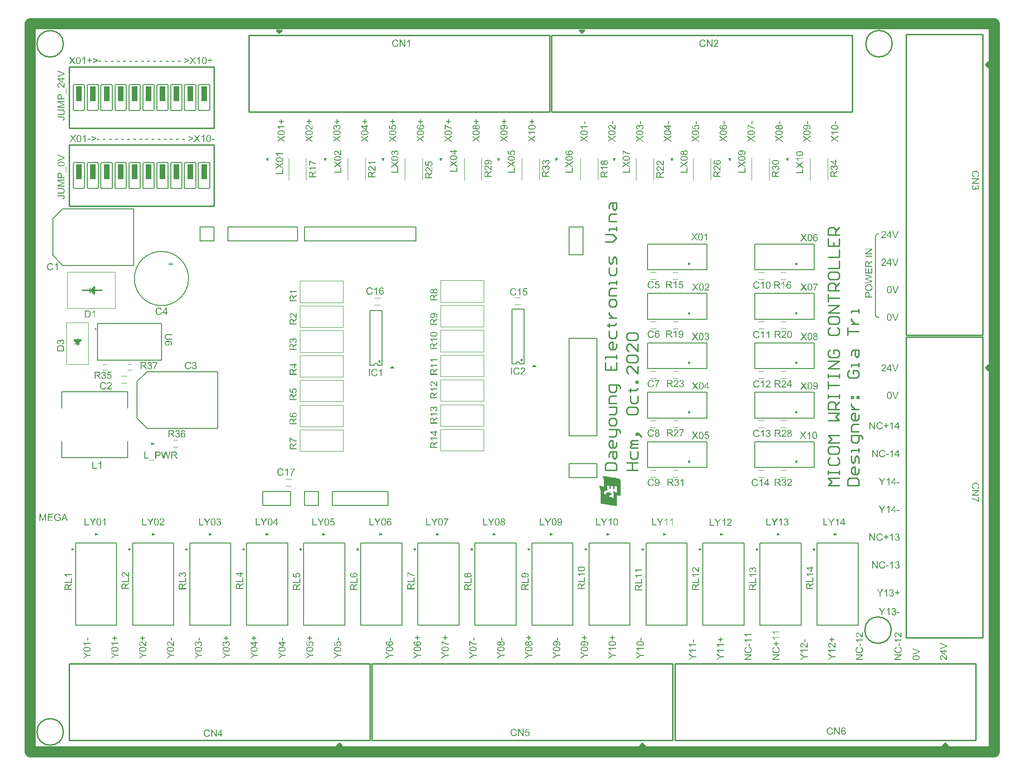
<source format=gto>
G04*
G04 #@! TF.GenerationSoftware,Altium Limited,Altium Designer,20.2.3 (150)*
G04*
G04 Layer_Color=65535*
%FSTAX24Y24*%
%MOIN*%
G70*
G04*
G04 #@! TF.SameCoordinates,FD17E350-08D3-4DFF-A4DB-8DFB896FC0A1*
G04*
G04*
G04 #@! TF.FilePolarity,Positive*
G04*
G01*
G75*
%ADD10C,0.0100*%
%ADD11C,0.0080*%
%ADD12C,0.0079*%
%ADD13C,0.0098*%
%ADD14C,0.0039*%
%ADD15C,0.0800*%
%ADD16C,0.0020*%
%ADD17C,0.0040*%
%ADD18C,0.0032*%
%ADD19C,0.0059*%
%ADD20C,0.0050*%
%ADD21R,0.0200X0.0150*%
%ADD22R,0.0150X0.0200*%
%ADD23R,0.0400X0.1050*%
G36*
X2387Y1348D02*
X2385Y135D01*
X2383Y1348D01*
X2387D01*
D02*
G37*
G36*
X2489Y1349D02*
X2487Y1351D01*
X2485Y1349D01*
X2489D01*
D02*
G37*
G36*
X27299Y143334D02*
X272588Y143066D01*
X27299D01*
Y143001D01*
X272478D01*
Y14307D01*
X272881Y143339D01*
X272478D01*
Y143404D01*
X27299D01*
Y143334D01*
D02*
G37*
G36*
Y142813D02*
X272478D01*
Y142881D01*
X27299D01*
Y142813D01*
D02*
G37*
G36*
Y142453D02*
X272884Y142386D01*
X272883D01*
X272882Y142384D01*
X272879Y142383D01*
X272876Y14238D01*
X272868Y142375D01*
X272858Y142369D01*
X272847Y14236D01*
X272835Y142352D01*
X272824Y142344D01*
X272813Y142337D01*
X272813Y142336D01*
X27281Y142334D01*
X272805Y14233D01*
X2728Y142325D01*
X272789Y142314D01*
X272784Y142308D01*
X272779Y142302D01*
X272779Y142301D01*
X272778Y1423D01*
X272776Y142297D01*
X272774Y142292D01*
X272772Y142288D01*
X27277Y142283D01*
X272766Y142271D01*
Y14227D01*
X272765Y142269D01*
Y142266D01*
X272765Y142262D01*
X272764Y142257D01*
Y142251D01*
X272763Y142243D01*
Y142156D01*
X27299D01*
Y142087D01*
X272478D01*
Y142325D01*
X272479Y142331D01*
Y142338D01*
X27248Y142353D01*
X272482Y142369D01*
X272484Y142387D01*
X272488Y142403D01*
X27249Y142412D01*
X272492Y142418D01*
Y142419D01*
X272493Y14242D01*
X272495Y142424D01*
X272498Y142431D01*
X272503Y142439D01*
X27251Y142448D01*
X272519Y142457D01*
X272529Y142466D01*
X272541Y142475D01*
X272542D01*
X272543Y142476D01*
X272547Y142479D01*
X272554Y142482D01*
X272564Y142486D01*
X272575Y14249D01*
X272588Y142494D01*
X272603Y142496D01*
X272618Y142497D01*
X272619D01*
X27262D01*
X272623D01*
X272627Y142496D01*
X272632D01*
X272637Y142495D01*
X27265Y142492D01*
X272665Y142488D01*
X27268Y142482D01*
X272696Y142473D01*
X272703Y142467D01*
X272711Y142461D01*
X272711Y14246D01*
X272712Y14246D01*
X272714Y142457D01*
X272717Y142454D01*
X272719Y142451D01*
X272722Y142446D01*
X272726Y14244D01*
X272731Y142435D01*
X272734Y142427D01*
X272738Y142419D01*
X272742Y14241D01*
X272746Y1424D01*
X272749Y142389D01*
X272753Y142378D01*
X272755Y142366D01*
X272757Y142352D01*
X272758Y142354D01*
X272759Y142357D01*
X272762Y142361D01*
X272765Y142367D01*
X272773Y14238D01*
X272779Y142387D01*
X272783Y142393D01*
X272785Y142395D01*
X272788Y142398D01*
X272794Y142404D01*
X272802Y142412D01*
X272812Y14242D01*
X272823Y142429D01*
X272836Y142439D01*
X272851Y142449D01*
X27299Y142537D01*
Y142453D01*
D02*
G37*
G36*
Y14161D02*
X272478D01*
Y141981D01*
X272539D01*
Y141678D01*
X272695D01*
Y141962D01*
X272756D01*
Y141678D01*
X27293D01*
Y141993D01*
X27299D01*
Y14161D01*
D02*
G37*
G36*
Y141405D02*
Y141339D01*
X2726Y141231D01*
X2726D01*
X272598Y141231D01*
X272596Y14123D01*
X272592Y141229D01*
X272584Y141227D01*
X272574Y141225D01*
X272564Y141222D01*
X272554Y141219D01*
X272546Y141216D01*
X272543Y141216D01*
X27254Y141215D01*
X272541D01*
X272542Y141214D01*
X272546Y141214D01*
X272553Y141212D01*
X272561Y14121D01*
X27257Y141208D01*
X27258Y141205D01*
X272591Y141202D01*
X2726Y141199D01*
X27299Y141091D01*
Y14102D01*
X272478Y140886D01*
Y140957D01*
X272814Y141033D01*
X272815D01*
X272816Y141034D01*
X272819Y141034D01*
X272823Y141035D01*
X272828Y141036D01*
X272833Y141037D01*
X27284Y141039D01*
X272847Y14104D01*
X272863Y141044D01*
X272881Y141048D01*
X2729Y141051D01*
X272919Y141055D01*
X272919D01*
X272916Y141056D01*
X272912Y141057D01*
X272906Y141058D01*
X2729Y14106D01*
X272893Y141062D01*
X272876Y141066D01*
X27286Y14107D01*
X272852Y141071D01*
X272845Y141074D01*
X272838Y141075D01*
X272832Y141077D01*
X272828Y141078D01*
X272825Y141079D01*
X272478Y141176D01*
Y141258D01*
X272738Y14133D01*
X272739D01*
X272742Y141332D01*
X272748Y141333D01*
X272754Y141335D01*
X272763Y141337D01*
X272773Y14134D01*
X272784Y141343D01*
X272796Y141346D01*
X27281Y14135D01*
X272825Y141353D01*
X272855Y141359D01*
X272887Y141366D01*
X272919Y141371D01*
X272919D01*
X272917Y141372D01*
X272914D01*
X27291Y141373D01*
X272906Y141374D01*
X272901Y141376D01*
X272894Y141376D01*
X272887Y141379D01*
X27287Y141382D01*
X272851Y141387D01*
X27283Y141391D01*
X272808Y141397D01*
X272478Y141477D01*
Y141546D01*
X27299Y141405D01*
D02*
G37*
G36*
X272749Y140846D02*
X272756D01*
X272764Y140845D01*
X272773Y140843D01*
X272782Y140843D01*
X272804Y140839D01*
X272828Y140833D01*
X272851Y140825D01*
X272863Y140821D01*
X272875Y140815D01*
X272876D01*
X272878Y140813D01*
X272881Y140812D01*
X272885Y140809D01*
X27289Y140806D01*
X272896Y140802D01*
X27291Y140792D01*
X272924Y140779D01*
X27294Y140764D01*
X272955Y140747D01*
X272968Y140726D01*
Y140725D01*
X27297Y140724D01*
X272971Y14072D01*
X272973Y140715D01*
X272976Y14071D01*
X272978Y140704D01*
X272981Y140697D01*
X272984Y140689D01*
X272987Y14068D01*
X27299Y14067D01*
X272994Y140649D01*
X272998Y140626D01*
X272999Y140602D01*
Y140594D01*
X272998Y14059D01*
Y140583D01*
X272997Y140576D01*
X272996Y140567D01*
X272995Y140558D01*
X27299Y140538D01*
X272984Y140516D01*
X272976Y140494D01*
X27297Y140483D01*
X272964Y140472D01*
X272964Y140471D01*
X272963Y14047D01*
X272961Y140467D01*
X272958Y140462D01*
X272955Y140458D01*
X27295Y140453D01*
X272939Y14044D01*
X272926Y140426D01*
X27291Y140411D01*
X272891Y140398D01*
X27287Y140385D01*
X272869D01*
X272867Y140384D01*
X272864Y140382D01*
X272859Y140381D01*
X272853Y140379D01*
X272847Y140377D01*
X272839Y140374D01*
X272831Y140371D01*
X272822Y140368D01*
X272812Y140365D01*
X27279Y140361D01*
X272767Y140358D01*
X272742Y140357D01*
X272741D01*
X27274D01*
X272736D01*
X272729Y140357D01*
X27272D01*
X27271Y140359D01*
X272697Y14036D01*
X272683Y140363D01*
X272668Y140365D01*
X272653Y140368D01*
X272637Y140373D01*
X27262Y140379D01*
X272603Y140385D01*
X272587Y140393D01*
X272571Y140402D01*
X272556Y140413D01*
X272542Y140425D01*
X272541Y140425D01*
X272539Y140428D01*
X272535Y140432D01*
X272531Y140437D01*
X272525Y140444D01*
X272519Y140452D01*
X272512Y140462D01*
X272506Y140473D01*
X272499Y140485D01*
X272492Y140498D01*
X272486Y140513D01*
X27248Y140528D01*
X272476Y140545D01*
X272472Y140563D01*
X27247Y140582D01*
X272469Y140602D01*
Y140608D01*
X27247Y140613D01*
Y14062D01*
X272471Y140627D01*
X272472Y140636D01*
X272474Y140644D01*
X272477Y140664D01*
X272483Y140686D01*
X272492Y140707D01*
X272497Y140718D01*
X272503Y14073D01*
X272504Y14073D01*
X272505Y140732D01*
X272507Y140735D01*
X272509Y140739D01*
X272513Y140744D01*
X272517Y14075D01*
X272528Y140762D01*
X272541Y140775D01*
X272557Y14079D01*
X272577Y140804D01*
X272598Y140816D01*
X272599D01*
X272601Y140818D01*
X272604Y140819D01*
X272608Y140821D01*
X272614Y140824D01*
X272621Y140826D01*
X272629Y140829D01*
X272638Y140832D01*
X272648Y140834D01*
X272658Y140837D01*
X27267Y14084D01*
X272682Y140842D01*
X272708Y140845D01*
X272736Y140846D01*
X272736D01*
X272739D01*
X272743D01*
X272749Y140846D01*
D02*
G37*
G36*
X272638Y14029D02*
X272643Y140289D01*
X27265Y140288D01*
X272657Y140287D01*
X272665Y140286D01*
X272682Y14028D01*
X272691Y140277D01*
X272701Y140273D01*
X272711Y140268D01*
X272719Y140263D01*
X272728Y140256D01*
X272737Y140249D01*
X272738Y140248D01*
X272739Y140246D01*
X272742Y140244D01*
X272744Y14024D01*
X272748Y140236D01*
X272751Y14023D01*
X272756Y140223D01*
X272759Y140215D01*
X272764Y140205D01*
X272768Y140194D01*
X272772Y140182D01*
X272775Y140168D01*
X272778Y140153D01*
X27278Y140137D01*
X272782Y140118D01*
X272782Y140099D01*
Y139968D01*
X27299D01*
Y1399D01*
X272478D01*
Y14011D01*
X272479Y140121D01*
X27248Y140134D01*
X27248Y140147D01*
X272482Y14016D01*
X272483Y140171D01*
Y140172D01*
X272485Y140177D01*
X272486Y140184D01*
X272489Y140193D01*
X272492Y140203D01*
X272497Y140213D01*
X272502Y140224D01*
X272508Y140234D01*
X272509Y140235D01*
X272511Y140238D01*
X272515Y140243D01*
X27252Y140249D01*
X272527Y140255D01*
X272536Y140262D01*
X272546Y140269D01*
X272557Y140275D01*
X272558Y140276D01*
X272562Y140277D01*
X272569Y14028D01*
X272577Y140283D01*
X272588Y140286D01*
X2726Y140288D01*
X272613Y14029D01*
X272627Y140291D01*
X272628D01*
X27263D01*
X272633D01*
X272638Y14029D01*
D02*
G37*
G36*
X222631Y142311D02*
X22277D01*
Y142252D01*
X222631D01*
Y142113D01*
X222573D01*
Y142252D01*
X222432D01*
Y142311D01*
X222573D01*
Y14245D01*
X222631D01*
Y142311D01*
D02*
G37*
G36*
X224536Y151327D02*
X224727Y151059D01*
X224644D01*
X224514Y151241D01*
X224513Y151242D01*
X224512Y151244D01*
X22451Y151247D01*
X224508Y151251D01*
X224501Y151261D01*
X224493Y151272D01*
X224493Y151271D01*
X22449Y151268D01*
X224488Y151264D01*
X224484Y151258D01*
X224476Y151246D01*
X224472Y151241D01*
X224469Y151236D01*
X22434Y151059D01*
X224258D01*
X224456Y151324D01*
X224281Y151571D01*
X224362D01*
X224455Y151439D01*
Y151439D01*
X224456Y151438D01*
X224458Y151436D01*
X22446Y151433D01*
X224465Y151425D01*
X224471Y151416D01*
X224478Y151406D01*
X224485Y151396D01*
X22449Y151386D01*
X224496Y151377D01*
X224496Y151379D01*
X224499Y151382D01*
X224502Y151387D01*
X224508Y151395D01*
X224513Y151403D01*
X224521Y151413D01*
X224528Y151424D01*
X224537Y151435D01*
X224639Y151571D01*
X224713D01*
X224536Y151327D01*
D02*
G37*
G36*
X215627Y151327D02*
X215819Y151059D01*
X215736D01*
X215606Y151241D01*
X215605Y151242D01*
X215604Y151244D01*
X215602Y151247D01*
X215599Y151251D01*
X215593Y151261D01*
X215585Y151272D01*
X215585Y151271D01*
X215582Y151268D01*
X215579Y151264D01*
X215576Y151258D01*
X215568Y151246D01*
X215564Y151241D01*
X215561Y151236D01*
X215431Y151059D01*
X21535D01*
X215548Y151324D01*
X215373Y151571D01*
X215454D01*
X215547Y151439D01*
Y151439D01*
X215548Y151438D01*
X21555Y151436D01*
X215552Y151433D01*
X215556Y151425D01*
X215563Y151416D01*
X21557Y151406D01*
X215576Y151396D01*
X215582Y151386D01*
X215588Y151377D01*
X215588Y151379D01*
X21559Y151382D01*
X215594Y151387D01*
X215599Y151395D01*
X215605Y151403D01*
X215613Y151413D01*
X21562Y151424D01*
X215629Y151435D01*
X215731Y151571D01*
X215805D01*
X215627Y151327D01*
D02*
G37*
G36*
X225746Y151213D02*
X225551D01*
Y151276D01*
X225746D01*
Y151213D01*
D02*
G37*
G36*
X223617Y151213D02*
X223422D01*
Y151276D01*
X223617D01*
Y151213D01*
D02*
G37*
G36*
X223179D02*
X222985D01*
Y151276D01*
X223179D01*
Y151213D01*
D02*
G37*
G36*
X222742D02*
X222547D01*
Y151276D01*
X222742D01*
Y151213D01*
D02*
G37*
G36*
X222305D02*
X22211D01*
Y151276D01*
X222305D01*
Y151213D01*
D02*
G37*
G36*
X221867D02*
X221673D01*
Y151276D01*
X221867D01*
Y151213D01*
D02*
G37*
G36*
X22143D02*
X221235D01*
Y151276D01*
X22143D01*
Y151213D01*
D02*
G37*
G36*
X220993D02*
X220798D01*
Y151276D01*
X220993D01*
Y151213D01*
D02*
G37*
G36*
X220555D02*
X220361D01*
Y151276D01*
X220555D01*
Y151213D01*
D02*
G37*
G36*
X220118D02*
X219923D01*
Y151276D01*
X220118D01*
Y151213D01*
D02*
G37*
G36*
X21968D02*
X219486D01*
Y151276D01*
X21968D01*
Y151213D01*
D02*
G37*
G36*
X219243D02*
X219049D01*
Y151276D01*
X219243D01*
Y151213D01*
D02*
G37*
G36*
X218806D02*
X218611D01*
Y151276D01*
X218806D01*
Y151213D01*
D02*
G37*
G36*
X218368D02*
X218174Y151213D01*
Y151276D01*
X218368Y151276D01*
Y151213D01*
D02*
G37*
G36*
X217931Y151213D02*
X217736D01*
Y151276D01*
X217931D01*
Y151213D01*
D02*
G37*
G36*
X217494D02*
X217299D01*
Y151276D01*
X217494D01*
Y151213D01*
D02*
G37*
G36*
X216837D02*
X216643D01*
Y151276D01*
X216837D01*
Y151213D01*
D02*
G37*
G36*
X224215Y151342D02*
Y151282D01*
X223877Y151137D01*
Y1512D01*
X224145Y151311D01*
X223877Y151421D01*
Y151484D01*
X224215Y151342D01*
D02*
G37*
G36*
X217237Y151342D02*
Y151282D01*
X216899Y151137D01*
Y1512D01*
X217167Y151311D01*
X216899Y151421D01*
Y151484D01*
X217237Y151342D01*
D02*
G37*
G36*
X224999Y151059D02*
X224936D01*
Y151459D01*
X224935Y151458D01*
X224932Y151456D01*
X224927Y151451D01*
X22492Y151446D01*
X224912Y151439D01*
X224901Y151432D01*
X224889Y151424D01*
X224876Y151416D01*
X224875D01*
X224875Y151415D01*
X22487Y151412D01*
X224863Y151408D01*
X224854Y151404D01*
X224843Y151399D01*
X224832Y151393D01*
X224821Y151388D01*
X22481Y151384D01*
Y151444D01*
X224811D01*
X224812Y151446D01*
X224815Y151447D01*
X224819Y151449D01*
X224823Y151451D01*
X224829Y151454D01*
X224841Y151461D01*
X224856Y15147D01*
X224871Y15148D01*
X224886Y151492D01*
X224902Y151504D01*
X224903Y151505D01*
X224903Y151506D01*
X224906Y151508D01*
X224909Y15151D01*
X224915Y151518D01*
X224924Y151527D01*
X224933Y151537D01*
X224943Y151549D01*
X224951Y151561D01*
X224958Y151573D01*
X224999D01*
Y151059D01*
D02*
G37*
G36*
X216489Y151059D02*
X216426D01*
Y151459D01*
X216425Y151458D01*
X216422Y151456D01*
X216417Y151451D01*
X21641Y151446D01*
X216402Y151439D01*
X216391Y151432D01*
X216379Y151424D01*
X216366Y151416D01*
X216365D01*
X216365Y151415D01*
X21636Y151412D01*
X216353Y151408D01*
X216344Y151404D01*
X216333Y151399D01*
X216322Y151393D01*
X216311Y151388D01*
X2163Y151384D01*
Y151444D01*
X216301D01*
X216302Y151446D01*
X216305Y151447D01*
X216309Y151449D01*
X216313Y151451D01*
X216319Y151454D01*
X216331Y151461D01*
X216346Y15147D01*
X216361Y15148D01*
X216376Y151492D01*
X216392Y151504D01*
X216393Y151505D01*
X216393Y151506D01*
X216396Y151508D01*
X216399Y15151D01*
X216405Y151518D01*
X216414Y151527D01*
X216423Y151537D01*
X216433Y151549D01*
X216441Y151561D01*
X216448Y151573D01*
X216489D01*
Y151059D01*
D02*
G37*
G36*
X225342Y151572D02*
X225352Y151571D01*
X225363Y151569D01*
X225375Y151566D01*
X225387Y151562D01*
X225399Y151556D01*
X2254D01*
X225401Y151555D01*
X225404Y151553D01*
X22541Y15155D01*
X225418Y151544D01*
X225426Y151537D01*
X225435Y151529D01*
X225443Y151519D01*
X225451Y151508D01*
X225452Y151507D01*
X225455Y151503D01*
X225458Y151496D01*
X225463Y151487D01*
X225467Y151475D01*
X225473Y151463D01*
X225478Y151448D01*
X225483Y151432D01*
Y151431D01*
X225484Y15143D01*
X225484Y151427D01*
X225485Y151424D01*
X225486Y151419D01*
X225487Y151414D01*
X225488Y151407D01*
X225489Y1514D01*
X22549Y151392D01*
X225491Y151383D01*
X225492Y151373D01*
X225493Y151362D01*
X225494Y15135D01*
Y151339D01*
X225495Y151325D01*
Y151311D01*
Y15131D01*
Y151308D01*
Y151302D01*
Y151296D01*
X225494Y151288D01*
Y151279D01*
X225493Y15127D01*
X225492Y151259D01*
X22549Y151236D01*
X225487Y151211D01*
X225482Y151188D01*
X225479Y151177D01*
X225475Y151165D01*
Y151165D01*
X225475Y151163D01*
X225473Y15116D01*
X225472Y151157D01*
X22547Y151151D01*
X225467Y151146D01*
X225461Y151134D01*
X225454Y15112D01*
X225444Y151105D01*
X225433Y151092D01*
X22542Y15108D01*
X225419D01*
X225418Y151078D01*
X225416Y151077D01*
X225413Y151075D01*
X22541Y151073D01*
X225406Y15107D01*
X225395Y151065D01*
X225381Y15106D01*
X225366Y151054D01*
X225347Y151051D01*
X225327Y15105D01*
X22532D01*
X225315Y151051D01*
X225309Y151051D01*
X225302Y151053D01*
X225293Y151054D01*
X225285Y151057D01*
X225276Y15106D01*
X225266Y151063D01*
X225256Y151067D01*
X225247Y151072D01*
X225237Y151078D01*
X225228Y151086D01*
X225219Y151094D01*
X22521Y151103D01*
X22521Y151103D01*
X225208Y151105D01*
X225206Y151109D01*
X225202Y151115D01*
X225199Y151122D01*
X225195Y151131D01*
X22519Y151141D01*
X225185Y151153D01*
X225181Y151166D01*
X225176Y151182D01*
X225172Y151199D01*
X225168Y151218D01*
X225165Y151239D01*
X225162Y151261D01*
X225161Y151285D01*
X22516Y151311D01*
Y151312D01*
Y151315D01*
Y15132D01*
Y151326D01*
X225161Y151334D01*
Y151343D01*
X225162Y151353D01*
X225162Y151364D01*
X225165Y151387D01*
X225168Y151411D01*
X225173Y151436D01*
X225176Y151447D01*
X225179Y151458D01*
Y151458D01*
X225179Y15146D01*
X225181Y151463D01*
X225182Y151467D01*
X225184Y151472D01*
X225187Y151477D01*
X225193Y15149D01*
X2252Y151503D01*
X22521Y151517D01*
X225221Y151531D01*
X225234Y151543D01*
X225235D01*
X225236Y151544D01*
X225238Y151546D01*
X225241Y151547D01*
X225245Y15155D01*
X225249Y151552D01*
X22526Y151558D01*
X225273Y151564D01*
X225289Y151569D01*
X225307Y151572D01*
X225327Y151573D01*
X225334D01*
X225342Y151572D01*
D02*
G37*
G36*
X216036Y151572D02*
X216046Y151571D01*
X216057Y151569D01*
X216069Y151566D01*
X216081Y151562D01*
X216093Y151556D01*
X216094D01*
X216094Y151555D01*
X216098Y151553D01*
X216104Y15155D01*
X216111Y151544D01*
X21612Y151537D01*
X216128Y151529D01*
X216137Y151519D01*
X216145Y151508D01*
X216145Y151507D01*
X216148Y151503D01*
X216151Y151496D01*
X216157Y151487D01*
X216161Y151475D01*
X216167Y151463D01*
X216172Y151448D01*
X216177Y151432D01*
Y151431D01*
X216177Y15143D01*
X216178Y151427D01*
X216179Y151424D01*
X21618Y151419D01*
X21618Y151414D01*
X216182Y151407D01*
X216182Y1514D01*
X216184Y151392D01*
X216185Y151383D01*
X216185Y151373D01*
X216187Y151362D01*
X216188Y15135D01*
Y151339D01*
X216188Y151325D01*
Y151311D01*
Y15131D01*
Y151308D01*
Y151302D01*
Y151296D01*
X216188Y151288D01*
Y151279D01*
X216187Y15127D01*
X216186Y151259D01*
X216184Y151236D01*
X21618Y151211D01*
X216176Y151188D01*
X216173Y151177D01*
X216169Y151165D01*
Y151165D01*
X216168Y151163D01*
X216167Y15116D01*
X216165Y151157D01*
X216164Y151151D01*
X216161Y151146D01*
X216155Y151134D01*
X216148Y15112D01*
X216138Y151105D01*
X216127Y151092D01*
X216114Y15108D01*
X216113D01*
X216112Y151078D01*
X21611Y151077D01*
X216107Y151075D01*
X216103Y151073D01*
X2161Y15107D01*
X216089Y151065D01*
X216075Y15106D01*
X21606Y151054D01*
X216041Y151051D01*
X216021Y15105D01*
X216014D01*
X216009Y151051D01*
X216003Y151051D01*
X215995Y151053D01*
X215987Y151054D01*
X215978Y151057D01*
X215969Y15106D01*
X21596Y151063D01*
X21595Y151067D01*
X215941Y151072D01*
X215931Y151078D01*
X215921Y151086D01*
X215912Y151094D01*
X215904Y151103D01*
X215904Y151103D01*
X215902Y151105D01*
X2159Y151109D01*
X215896Y151115D01*
X215892Y151122D01*
X215889Y151131D01*
X215884Y151141D01*
X215879Y151153D01*
X215875Y151166D01*
X21587Y151182D01*
X215866Y151199D01*
X215862Y151218D01*
X215858Y151239D01*
X215856Y151261D01*
X215855Y151285D01*
X215854Y151311D01*
Y151312D01*
Y151315D01*
Y15132D01*
Y151326D01*
X215855Y151334D01*
Y151343D01*
X215855Y151353D01*
X215856Y151364D01*
X215858Y151387D01*
X215862Y151411D01*
X215867Y151436D01*
X215869Y151447D01*
X215872Y151458D01*
Y151458D01*
X215873Y15146D01*
X215875Y151463D01*
X215876Y151467D01*
X215878Y151472D01*
X215881Y151477D01*
X215886Y15149D01*
X215894Y151503D01*
X215904Y151517D01*
X215915Y151531D01*
X215928Y151543D01*
X215929D01*
X215929Y151544D01*
X215932Y151546D01*
X215935Y151547D01*
X215938Y15155D01*
X215943Y151552D01*
X215954Y151558D01*
X215967Y151564D01*
X215983Y151569D01*
X216001Y151572D01*
X216021Y151573D01*
X216028D01*
X216036Y151572D01*
D02*
G37*
G36*
X224228Y156927D02*
X22442Y156659D01*
X224336D01*
X224207Y156841D01*
X224206Y156842D01*
X224204Y156844D01*
X224203Y156847D01*
X2242Y156851D01*
X224193Y156861D01*
X224186Y156872D01*
X224185Y156871D01*
X224183Y156868D01*
X22418Y156864D01*
X224176Y156858D01*
X224168Y156846D01*
X224164Y156841D01*
X224161Y156836D01*
X224032Y156659D01*
X223951D01*
X224148Y156924D01*
X223974Y157171D01*
X224054D01*
X224147Y157039D01*
Y157038D01*
X224149Y157038D01*
X22415Y157036D01*
X224153Y157033D01*
X224157Y157025D01*
X224164Y157016D01*
X22417Y157006D01*
X224177Y156996D01*
X224183Y156986D01*
X224188Y156977D01*
X224189Y156979D01*
X224191Y156982D01*
X224195Y156987D01*
X2242Y156995D01*
X224206Y157003D01*
X224213Y157013D01*
X224221Y157024D01*
X22423Y157035D01*
X224332Y157171D01*
X224406D01*
X224228Y156927D01*
D02*
G37*
G36*
X215578Y156927D02*
X215769Y156659D01*
X215686D01*
X215556Y156841D01*
X215555Y156842D01*
X215554Y156844D01*
X215552Y156847D01*
X215549Y156851D01*
X215543Y156861D01*
X215535Y156872D01*
X215535Y156871D01*
X215532Y156868D01*
X215529Y156864D01*
X215526Y156858D01*
X215518Y156846D01*
X215514Y156841D01*
X215511Y156836D01*
X215381Y156659D01*
X2153D01*
X215498Y156924D01*
X215323Y157171D01*
X215404D01*
X215497Y157039D01*
Y157038D01*
X215498Y157038D01*
X2155Y157036D01*
X215502Y157033D01*
X215506Y157025D01*
X215513Y157016D01*
X21552Y157006D01*
X215526Y156996D01*
X215532Y156986D01*
X215538Y156977D01*
X215538Y156979D01*
X215541Y156982D01*
X215544Y156987D01*
X215549Y156995D01*
X215555Y157003D01*
X215563Y157013D01*
X21557Y157024D01*
X215579Y157035D01*
X215681Y157171D01*
X215755D01*
X215578Y156927D01*
D02*
G37*
G36*
X223309Y156813D02*
X223114D01*
Y156876D01*
X223309D01*
Y156813D01*
D02*
G37*
G36*
X222872D02*
X222677D01*
Y156876D01*
X222872D01*
Y156813D01*
D02*
G37*
G36*
X222434D02*
X22224D01*
Y156876D01*
X222434D01*
Y156813D01*
D02*
G37*
G36*
X221997D02*
X221802D01*
Y156876D01*
X221997D01*
Y156813D01*
D02*
G37*
G36*
X22156D02*
X221365D01*
Y156876D01*
X22156D01*
Y156813D01*
D02*
G37*
G36*
X221122D02*
X220928D01*
Y156876D01*
X221122D01*
Y156813D01*
D02*
G37*
G36*
X220685D02*
X22049D01*
Y156876D01*
X220685D01*
Y156813D01*
D02*
G37*
G36*
X220248D02*
X220053D01*
Y156876D01*
X220248D01*
Y156813D01*
D02*
G37*
G36*
X21981D02*
X219616D01*
Y156876D01*
X21981D01*
Y156813D01*
D02*
G37*
G36*
X219373D02*
X219178D01*
Y156876D01*
X219373D01*
Y156813D01*
D02*
G37*
G36*
X218936D02*
X218741D01*
Y156876D01*
X218936D01*
Y156813D01*
D02*
G37*
G36*
X218498D02*
X218304D01*
Y156876D01*
X218498D01*
Y156813D01*
D02*
G37*
G36*
X218061Y156813D02*
X217866D01*
Y156876D01*
X218061D01*
Y156813D01*
D02*
G37*
G36*
X217624D02*
X217429D01*
Y156876D01*
X217624D01*
Y156813D01*
D02*
G37*
G36*
X225459Y156941D02*
X225598D01*
Y156882D01*
X225459D01*
Y156742D01*
X2254D01*
Y156882D01*
X22526D01*
Y156941D01*
X2254D01*
Y15708D01*
X225459D01*
Y156941D01*
D02*
G37*
G36*
X216808Y156941D02*
X216947D01*
Y156882D01*
X216808D01*
Y156742D01*
X216749D01*
Y156882D01*
X21661D01*
Y156941D01*
X216749D01*
Y15708D01*
X216808D01*
Y156941D01*
D02*
G37*
G36*
X223908Y156942D02*
Y156882D01*
X22357Y156737D01*
Y1568D01*
X223837Y156911D01*
X22357Y157021D01*
Y157084D01*
X223908Y156942D01*
D02*
G37*
G36*
X217367Y156942D02*
Y156882D01*
X217029Y156737D01*
Y1568D01*
X217297Y156911D01*
X217029Y157021D01*
Y157084D01*
X217367Y156942D01*
D02*
G37*
G36*
X224691Y156659D02*
X224628D01*
Y157059D01*
X224628Y157058D01*
X224624Y157056D01*
X22462Y157051D01*
X224612Y157046D01*
X224604Y157039D01*
X224594Y157032D01*
X224582Y157024D01*
X224569Y157016D01*
X224568D01*
X224567Y157015D01*
X224563Y157012D01*
X224555Y157008D01*
X224546Y157004D01*
X224536Y156999D01*
X224525Y156993D01*
X224514Y156988D01*
X224503Y156984D01*
Y157044D01*
X224503D01*
X224505Y157046D01*
X224508Y157047D01*
X224512Y157049D01*
X224516Y157051D01*
X224521Y157054D01*
X224534Y157061D01*
X224549Y15707D01*
X224563Y15708D01*
X224579Y157092D01*
X224594Y157104D01*
X224595Y157105D01*
X224596Y157106D01*
X224598Y157108D01*
X224601Y15711D01*
X224608Y157118D01*
X224617Y157127D01*
X224625Y157137D01*
X224635Y157149D01*
X224643Y157161D01*
X224651Y157173D01*
X224691D01*
Y156659D01*
D02*
G37*
G36*
X216439Y156659D02*
X216376D01*
Y157059D01*
X216375Y157058D01*
X216372Y157056D01*
X216367Y157051D01*
X21636Y157046D01*
X216352Y157039D01*
X216341Y157032D01*
X216329Y157024D01*
X216316Y157016D01*
X216315D01*
X216315Y157015D01*
X21631Y157012D01*
X216303Y157008D01*
X216294Y157004D01*
X216283Y156999D01*
X216272Y156993D01*
X216261Y156988D01*
X21625Y156984D01*
Y157044D01*
X216251D01*
X216252Y157046D01*
X216255Y157047D01*
X216259Y157049D01*
X216263Y157051D01*
X216269Y157054D01*
X216281Y157061D01*
X216296Y15707D01*
X216311Y15708D01*
X216326Y157092D01*
X216342Y157104D01*
X216343Y157105D01*
X216343Y157106D01*
X216346Y157108D01*
X216349Y15711D01*
X216355Y157118D01*
X216364Y157127D01*
X216373Y157137D01*
X216383Y157149D01*
X216391Y157161D01*
X216398Y157173D01*
X216439D01*
Y156659D01*
D02*
G37*
G36*
X225035Y157172D02*
X225044Y157171D01*
X225055Y157169D01*
X225067Y157166D01*
X22508Y157162D01*
X225092Y157156D01*
X225092D01*
X225093Y157155D01*
X225097Y157153D01*
X225103Y157149D01*
X22511Y157144D01*
X225118Y157137D01*
X225127Y157129D01*
X225135Y157119D01*
X225143Y157108D01*
X225144Y157107D01*
X225147Y157103D01*
X22515Y157096D01*
X225155Y157087D01*
X22516Y157076D01*
X225166Y157063D01*
X225171Y157048D01*
X225175Y157032D01*
Y157031D01*
X225176Y15703D01*
X225177Y157027D01*
X225178Y157024D01*
X225178Y157019D01*
X225179Y157014D01*
X22518Y157007D01*
X225181Y157D01*
X225183Y156992D01*
X225183Y156983D01*
X225184Y156973D01*
X225186Y156962D01*
X225186Y15695D01*
Y156939D01*
X225187Y156925D01*
Y156911D01*
Y15691D01*
Y156908D01*
Y156902D01*
Y156896D01*
X225186Y156888D01*
Y156879D01*
X225186Y15687D01*
X225185Y156859D01*
X225183Y156836D01*
X225179Y156811D01*
X225175Y156788D01*
X225172Y156777D01*
X225168Y156765D01*
Y156765D01*
X225167Y156763D01*
X225166Y15676D01*
X225164Y156757D01*
X225163Y156751D01*
X22516Y156746D01*
X225154Y156734D01*
X225146Y15672D01*
X225137Y156706D01*
X225126Y156692D01*
X225112Y15668D01*
X225112D01*
X225111Y156678D01*
X225109Y156677D01*
X225106Y156675D01*
X225102Y156673D01*
X225098Y15667D01*
X225087Y156665D01*
X225074Y15666D01*
X225058Y156654D01*
X22504Y156651D01*
X22502Y15665D01*
X225012D01*
X225007Y156651D01*
X225001Y156651D01*
X224994Y156653D01*
X224986Y156654D01*
X224977Y156657D01*
X224968Y15666D01*
X224958Y156663D01*
X224949Y156667D01*
X224939Y156672D01*
X22493Y156678D01*
X22492Y156686D01*
X224911Y156694D01*
X224903Y156703D01*
X224902Y156703D01*
X224901Y156706D01*
X224899Y156709D01*
X224895Y156715D01*
X224891Y156722D01*
X224887Y156731D01*
X224882Y156741D01*
X224878Y156753D01*
X224873Y156766D01*
X224869Y156782D01*
X224865Y156799D01*
X224861Y156818D01*
X224857Y156839D01*
X224855Y156861D01*
X224853Y156885D01*
X224853Y156911D01*
Y156912D01*
Y156915D01*
Y15692D01*
Y156926D01*
X224853Y156934D01*
Y156943D01*
X224854Y156953D01*
X224855Y156964D01*
X224857Y156987D01*
X224861Y157011D01*
X224865Y157036D01*
X224868Y157047D01*
X224871Y157058D01*
Y157058D01*
X224872Y15706D01*
X224873Y157063D01*
X224875Y157067D01*
X224876Y157072D01*
X224879Y157077D01*
X224885Y15709D01*
X224893Y157103D01*
X224902Y157117D01*
X224913Y157131D01*
X224927Y157143D01*
X224927D01*
X224928Y157144D01*
X22493Y157146D01*
X224933Y157147D01*
X224937Y15715D01*
X224941Y157152D01*
X224953Y157158D01*
X224966Y157164D01*
X224981Y157169D01*
X225Y157172D01*
X22502Y157173D01*
X225027D01*
X225035Y157172D01*
D02*
G37*
G36*
X215986Y157172D02*
X215996Y157171D01*
X216007Y157169D01*
X216019Y157166D01*
X216031Y157162D01*
X216043Y157156D01*
X216044D01*
X216044Y157155D01*
X216048Y157153D01*
X216054Y157149D01*
X216061Y157144D01*
X21607Y157137D01*
X216078Y157129D01*
X216087Y157119D01*
X216095Y157108D01*
X216096Y157107D01*
X216098Y157103D01*
X216101Y157096D01*
X216107Y157087D01*
X216111Y157076D01*
X216117Y157063D01*
X216122Y157048D01*
X216127Y157032D01*
Y157031D01*
X216127Y15703D01*
X216128Y157027D01*
X216129Y157024D01*
X21613Y157019D01*
X21613Y157014D01*
X216132Y157007D01*
X216133Y157D01*
X216134Y156992D01*
X216135Y156983D01*
X216135Y156973D01*
X216137Y156962D01*
X216138Y15695D01*
Y156939D01*
X216138Y156925D01*
Y156911D01*
Y15691D01*
Y156908D01*
Y156902D01*
Y156896D01*
X216138Y156888D01*
Y156879D01*
X216137Y15687D01*
X216136Y156859D01*
X216134Y156836D01*
X21613Y156811D01*
X216126Y156788D01*
X216123Y156777D01*
X216119Y156765D01*
Y156765D01*
X216118Y156763D01*
X216117Y15676D01*
X216115Y156757D01*
X216114Y156751D01*
X216111Y156746D01*
X216105Y156734D01*
X216098Y15672D01*
X216088Y156706D01*
X216077Y156692D01*
X216064Y15668D01*
X216063D01*
X216062Y156678D01*
X21606Y156677D01*
X216057Y156675D01*
X216053Y156673D01*
X21605Y15667D01*
X216039Y156665D01*
X216025Y15666D01*
X21601Y156654D01*
X215991Y156651D01*
X215971Y15665D01*
X215964D01*
X215959Y156651D01*
X215953Y156651D01*
X215945Y156653D01*
X215937Y156654D01*
X215928Y156657D01*
X215919Y15666D01*
X21591Y156663D01*
X2159Y156667D01*
X215891Y156672D01*
X215881Y156678D01*
X215871Y156686D01*
X215862Y156694D01*
X215854Y156703D01*
X215854Y156703D01*
X215852Y156706D01*
X21585Y156709D01*
X215846Y156715D01*
X215842Y156722D01*
X215839Y156731D01*
X215834Y156741D01*
X215829Y156753D01*
X215825Y156766D01*
X21582Y156782D01*
X215816Y156799D01*
X215812Y156818D01*
X215808Y156839D01*
X215806Y156861D01*
X215805Y156885D01*
X215804Y156911D01*
Y156912D01*
Y156915D01*
Y15692D01*
Y156926D01*
X215805Y156934D01*
Y156943D01*
X215805Y156953D01*
X215806Y156964D01*
X215808Y156987D01*
X215812Y157011D01*
X215817Y157036D01*
X215819Y157047D01*
X215822Y157058D01*
Y157058D01*
X215823Y15706D01*
X215825Y157063D01*
X215826Y157067D01*
X215828Y157072D01*
X215831Y157077D01*
X215837Y15709D01*
X215844Y157103D01*
X215854Y157117D01*
X215865Y157131D01*
X215878Y157143D01*
X215879D01*
X215879Y157144D01*
X215882Y157146D01*
X215885Y157147D01*
X215888Y15715D01*
X215893Y157152D01*
X215904Y157158D01*
X215917Y157164D01*
X215933Y157169D01*
X215951Y157172D01*
X215971Y157173D01*
X215978D01*
X215986Y157172D01*
D02*
G37*
G36*
X276391Y11449D02*
Y114419D01*
X275879Y114221D01*
Y114295D01*
X276251Y114428D01*
X276252D01*
X276253Y114429D01*
X276256Y114429D01*
X276259Y114431D01*
X276263Y114432D01*
X276268Y114433D01*
X276279Y114437D01*
X276291Y114441D01*
X276305Y114446D01*
X276335Y114455D01*
X276334D01*
X276333Y114455D01*
X27633Y114456D01*
X276327Y114457D01*
X276319Y114459D01*
X276308Y114463D01*
X276296Y114466D01*
X276282Y114471D01*
X276267Y114476D01*
X276251Y114482D01*
X275879Y114621D01*
Y11469D01*
X276391Y11449D01*
D02*
G37*
G36*
X276162Y114184D02*
X276171D01*
X27618Y114183D01*
X276191Y114182D01*
X276214Y11418D01*
X276239Y114176D01*
X276262Y114172D01*
X276273Y114169D01*
X276285Y114165D01*
X276285D01*
X276287Y114164D01*
X27629Y114163D01*
X276293Y114162D01*
X276299Y11416D01*
X276304Y114157D01*
X276316Y114151D01*
X27633Y114144D01*
X276345Y114134D01*
X276358Y114123D01*
X27637Y11411D01*
Y114109D01*
X276372Y114108D01*
X276373Y114106D01*
X276375Y114103D01*
X276377Y114099D01*
X27638Y114096D01*
X276385Y114085D01*
X27639Y114071D01*
X276396Y114056D01*
X276399Y114037D01*
X2764Y114017D01*
Y11401D01*
X276399Y114005D01*
X276399Y113999D01*
X276397Y113991D01*
X276396Y113983D01*
X276393Y113974D01*
X27639Y113965D01*
X276387Y113956D01*
X276383Y113946D01*
X276378Y113937D01*
X276372Y113927D01*
X276364Y113917D01*
X276356Y113908D01*
X276347Y1139D01*
X276347Y1139D01*
X276345Y113898D01*
X276341Y113896D01*
X276335Y113892D01*
X276328Y113888D01*
X276319Y113885D01*
X276309Y11388D01*
X276297Y113875D01*
X276284Y113871D01*
X276268Y113866D01*
X276251Y113862D01*
X276232Y113858D01*
X276211Y113854D01*
X276189Y113852D01*
X276165Y113851D01*
X276139Y11385D01*
X276138D01*
X276135D01*
X27613D01*
X276124D01*
X276116Y113851D01*
X276107D01*
X276097Y113851D01*
X276086Y113852D01*
X276063Y113854D01*
X276039Y113858D01*
X276014Y113863D01*
X276003Y113866D01*
X275992Y113869D01*
X275992D01*
X27599Y113869D01*
X275987Y113871D01*
X275983Y113872D01*
X275978Y113874D01*
X275973Y113877D01*
X27596Y113883D01*
X275947Y11389D01*
X275933Y1139D01*
X275919Y113911D01*
X275907Y113924D01*
Y113925D01*
X275906Y113925D01*
X275904Y113928D01*
X275903Y113931D01*
X2759Y113934D01*
X275898Y113939D01*
X275892Y11395D01*
X275886Y113963D01*
X275881Y113979D01*
X275878Y113997D01*
X275877Y114017D01*
Y114024D01*
X275878Y114032D01*
X275879Y114042D01*
X275881Y114053D01*
X275884Y114065D01*
X275888Y114077D01*
X275894Y114089D01*
Y11409D01*
X275895Y11409D01*
X275897Y114094D01*
X2759Y1141D01*
X275906Y114108D01*
X275913Y114116D01*
X275921Y114125D01*
X275931Y114133D01*
X275942Y114141D01*
X275943Y114142D01*
X275947Y114145D01*
X275954Y114147D01*
X275963Y114153D01*
X275975Y114157D01*
X275987Y114163D01*
X276002Y114168D01*
X276018Y114173D01*
X276019D01*
X27602Y114173D01*
X276023Y114174D01*
X276026Y114175D01*
X276031Y114176D01*
X276036Y114176D01*
X276043Y114178D01*
X27605Y114179D01*
X276058Y11418D01*
X276067Y114181D01*
X276077Y114182D01*
X276088Y114183D01*
X2761Y114184D01*
X276111D01*
X276125Y114184D01*
X276139D01*
X27614D01*
X276142D01*
X276148D01*
X276154D01*
X276162Y114184D01*
D02*
G37*
G36*
X27835Y114897D02*
Y114826D01*
X277838Y114628D01*
Y114702D01*
X27821Y114835D01*
X278211D01*
X278212Y114836D01*
X278215Y114836D01*
X278218Y114838D01*
X278222Y114839D01*
X278226Y11484D01*
X278238Y114844D01*
X27825Y114848D01*
X278264Y114853D01*
X278294Y114862D01*
X278293D01*
X278292Y114862D01*
X278289Y114863D01*
X278286Y114864D01*
X278278Y114866D01*
X278267Y11487D01*
X278255Y114873D01*
X27824Y114878D01*
X278226Y114883D01*
X27821Y114889D01*
X277838Y115028D01*
Y115097D01*
X27835Y114897D01*
D02*
G37*
G36*
X278227Y114521D02*
X27835D01*
Y114458D01*
X278227D01*
Y114236D01*
X278169D01*
X277838Y11447D01*
Y114521D01*
X278169D01*
Y114591D01*
X278227D01*
Y114521D01*
D02*
G37*
G36*
X27835Y11385D02*
X278349D01*
X278346D01*
X278342D01*
X278336Y113851D01*
X278329Y113851D01*
X278322Y113853D01*
X278314Y113854D01*
X278306Y113857D01*
X278306D01*
X278305Y113858D01*
X2783Y11386D01*
X278294Y113863D01*
X278285Y113867D01*
X278275Y113873D01*
X278263Y11388D01*
X278251Y113888D01*
X278238Y113899D01*
X278238D01*
X278237Y1139D01*
X278232Y113904D01*
X278226Y113911D01*
X278216Y11392D01*
X278205Y113931D01*
X278192Y113945D01*
X278177Y113962D01*
X278161Y113981D01*
X278161Y113982D01*
X278158Y113985D01*
X278155Y113989D01*
X27815Y113994D01*
X278144Y114001D01*
X278138Y114009D01*
X27813Y114017D01*
X278122Y114027D01*
X278104Y114045D01*
X278087Y114064D01*
X278078Y114073D01*
X278069Y114081D01*
X278061Y114088D01*
X278053Y114094D01*
X278052D01*
X278051Y114096D01*
X278049Y114097D01*
X278046Y114099D01*
X278038Y114104D01*
X278028Y11411D01*
X278016Y114115D01*
X278004Y11412D01*
X27799Y114123D01*
X277976Y114125D01*
X277976D01*
X277975D01*
X27797Y114124D01*
X277963Y114123D01*
X277955Y114121D01*
X277944Y114118D01*
X277934Y114113D01*
X277924Y114106D01*
X277913Y114097D01*
X277912Y114096D01*
X277909Y114092D01*
X277905Y114087D01*
X2779Y114079D01*
X277896Y114068D01*
X277891Y114056D01*
X277888Y114042D01*
X277887Y114027D01*
Y114022D01*
X277888Y114019D01*
X277889Y114011D01*
X277891Y114D01*
X277894Y113989D01*
X277899Y113977D01*
X277906Y113965D01*
X277915Y113954D01*
X277916Y113952D01*
X27792Y113949D01*
X277926Y113945D01*
X277935Y11394D01*
X277945Y113935D01*
X277959Y113931D01*
X277973Y113928D01*
X27799Y113926D01*
X277984Y113862D01*
X277983D01*
X277981Y113863D01*
X277977D01*
X277972Y113863D01*
X277966Y113865D01*
X277959Y113866D01*
X277951Y113869D01*
X277943Y113871D01*
X277925Y113877D01*
X277907Y113886D01*
X277899Y113891D01*
X27789Y113897D01*
X277882Y113904D01*
X277874Y113911D01*
X277873Y113912D01*
X277873Y113914D01*
X27787Y113916D01*
X277868Y11392D01*
X277865Y113924D01*
X277862Y113929D01*
X277859Y113935D01*
X277855Y113942D01*
X277851Y113951D01*
X277848Y11396D01*
X277845Y113969D01*
X277842Y11398D01*
X277839Y113991D01*
X277837Y114002D01*
X277836Y114015D01*
X277836Y114028D01*
Y114036D01*
X277836Y114041D01*
X277837Y114047D01*
X277838Y114054D01*
X277839Y114062D01*
X277841Y114071D01*
X277846Y11409D01*
X277853Y114109D01*
X277858Y114119D01*
X277863Y114128D01*
X27787Y114137D01*
X277877Y114145D01*
X277878Y114146D01*
X277879Y114147D01*
X277882Y114149D01*
X277885Y114152D01*
X277888Y114156D01*
X277893Y114159D01*
X277899Y114163D01*
X277905Y114167D01*
X277919Y114175D01*
X277937Y114182D01*
X277946Y114185D01*
X277956Y114187D01*
X277967Y114188D01*
X277978Y114189D01*
X277979D01*
X277983D01*
X277989Y114188D01*
X277997Y114187D01*
X278006Y114186D01*
X278016Y114183D01*
X278027Y11418D01*
X278038Y114176D01*
X27804Y114175D01*
X278044Y114173D01*
X27805Y11417D01*
X278058Y114166D01*
X278067Y11416D01*
X278078Y114153D01*
X278089Y114144D01*
X278101Y114133D01*
X278103Y114132D01*
X278107Y114128D01*
X278111Y114125D01*
X278115Y114121D01*
X278119Y114116D01*
X278125Y11411D01*
X278131Y114105D01*
X278138Y114097D01*
X278145Y11409D01*
X278153Y114081D01*
X278161Y114071D01*
X278171Y114061D01*
X278181Y114049D01*
X278191Y114037D01*
X278192Y114036D01*
X278193Y114035D01*
X278195Y114032D01*
X278198Y114028D01*
X278203Y114024D01*
X278207Y114019D01*
X278217Y114007D01*
X278228Y113994D01*
X278239Y113982D01*
X278249Y113972D01*
X278252Y113968D01*
X278256Y113964D01*
X278257Y113963D01*
X278259Y113961D01*
X278262Y113958D01*
X278266Y113954D01*
X278272Y113951D01*
X278277Y113946D01*
X278289Y113937D01*
Y11419D01*
X27835D01*
Y11385D01*
D02*
G37*
G36*
X274684Y14415D02*
X274613D01*
X274414Y144662D01*
X274488D01*
X274621Y14429D01*
Y144289D01*
X274622Y144288D01*
X274623Y144285D01*
X274624Y144282D01*
X274625Y144278D01*
X274627Y144274D01*
X27463Y144262D01*
X274635Y14425D01*
X274639Y144236D01*
X274648Y144206D01*
Y144207D01*
X274649Y144208D01*
X27465Y144211D01*
X27465Y144214D01*
X274653Y144222D01*
X274656Y144233D01*
X27466Y144245D01*
X274664Y14426D01*
X27467Y144274D01*
X274675Y14429D01*
X274815Y144662D01*
X274883D01*
X274684Y14415D01*
D02*
G37*
G36*
X274308Y144331D02*
X274377D01*
Y144273D01*
X274308D01*
Y14415D01*
X274245D01*
Y144273D01*
X274022D01*
Y144331D01*
X274257Y144662D01*
X274308D01*
Y144331D01*
D02*
G37*
G36*
X273827Y144664D02*
X273833Y144663D01*
X273841Y144662D01*
X273849Y144661D01*
X273857Y144659D01*
X273876Y144654D01*
X273895Y144647D01*
X273905Y144642D01*
X273915Y144637D01*
X273924Y14463D01*
X273932Y144623D01*
X273932Y144622D01*
X273934Y144621D01*
X273935Y144618D01*
X273938Y144615D01*
X273942Y144612D01*
X273946Y144607D01*
X27395Y144601D01*
X273954Y144595D01*
X273961Y144581D01*
X273969Y144563D01*
X273972Y144554D01*
X273973Y144544D01*
X273975Y144533D01*
X273975Y144522D01*
Y144521D01*
Y144517D01*
X273975Y144511D01*
X273974Y144503D01*
X273972Y144494D01*
X273969Y144484D01*
X273967Y144473D01*
X273962Y144462D01*
X273961Y14446D01*
X27396Y144456D01*
X273957Y14445D01*
X273952Y144442D01*
X273947Y144433D01*
X273939Y144422D01*
X27393Y144411D01*
X27392Y144399D01*
X273918Y144397D01*
X273915Y144393D01*
X273911Y144389D01*
X273907Y144385D01*
X273903Y144381D01*
X273897Y144375D01*
X273891Y144369D01*
X273884Y144362D01*
X273876Y144355D01*
X273867Y144347D01*
X273858Y144339D01*
X273847Y144329D01*
X273836Y144319D01*
X273824Y144309D01*
X273823Y144308D01*
X273822Y144307D01*
X273819Y144305D01*
X273815Y144302D01*
X27381Y144297D01*
X273805Y144293D01*
X273793Y144283D01*
X273781Y144272D01*
X273769Y144261D01*
X273759Y144251D01*
X273754Y144248D01*
X27375Y144244D01*
X27375Y144243D01*
X273748Y144241D01*
X273745Y144238D01*
X273741Y144234D01*
X273737Y144228D01*
X273733Y144223D01*
X273724Y144211D01*
X273976D01*
Y14415D01*
X273636D01*
Y144151D01*
Y144154D01*
Y144158D01*
X273637Y144164D01*
X273638Y144171D01*
X273639Y144178D01*
X273641Y144186D01*
X273644Y144194D01*
Y144194D01*
X273645Y144195D01*
X273646Y1442D01*
X273649Y144206D01*
X273654Y144215D01*
X273659Y144225D01*
X273667Y144237D01*
X273675Y144249D01*
X273685Y144262D01*
Y144262D01*
X273687Y144263D01*
X273691Y144268D01*
X273697Y144274D01*
X273707Y144284D01*
X273718Y144295D01*
X273732Y144308D01*
X273749Y144323D01*
X273767Y144339D01*
X273768Y144339D01*
X273771Y144342D01*
X273776Y144345D01*
X273781Y14435D01*
X273787Y144356D01*
X273796Y144362D01*
X273804Y14437D01*
X273813Y144378D01*
X273832Y144396D01*
X27385Y144413D01*
X273859Y144422D01*
X273867Y144431D01*
X273875Y144439D01*
X273881Y144447D01*
Y144448D01*
X273882Y144449D01*
X273884Y144451D01*
X273885Y144454D01*
X27389Y144462D01*
X273896Y144472D01*
X273901Y144484D01*
X273907Y144496D01*
X27391Y14451D01*
X273911Y144524D01*
Y144524D01*
Y144525D01*
X27391Y14453D01*
X27391Y144537D01*
X273907Y144545D01*
X273904Y144556D01*
X273899Y144566D01*
X273893Y144576D01*
X273884Y144587D01*
X273882Y144588D01*
X273878Y144591D01*
X273873Y144595D01*
X273865Y1446D01*
X273855Y144604D01*
X273843Y144609D01*
X273829Y144612D01*
X273813Y144613D01*
X273809D01*
X273806Y144612D01*
X273797Y144611D01*
X273787Y144609D01*
X273776Y144606D01*
X273763Y144601D01*
X273751Y144594D01*
X27374Y144585D01*
X273739Y144584D01*
X273736Y14458D01*
X273731Y144574D01*
X273727Y144565D01*
X273722Y144555D01*
X273717Y144541D01*
X273714Y144527D01*
X273713Y14451D01*
X273648Y144516D01*
Y144517D01*
X273649Y144519D01*
Y144523D01*
X27365Y144528D01*
X273651Y144534D01*
X273653Y144541D01*
X273655Y144549D01*
X273657Y144557D01*
X273663Y144575D01*
X273672Y144593D01*
X273677Y144601D01*
X273684Y14461D01*
X273691Y144618D01*
X273698Y144626D01*
X273699Y144627D01*
X2737Y144627D01*
X273702Y14463D01*
X273706Y144632D01*
X27371Y144635D01*
X273716Y144638D01*
X273722Y144641D01*
X273729Y144645D01*
X273737Y144649D01*
X273746Y144652D01*
X273756Y144655D01*
X273766Y144658D01*
X273777Y144661D01*
X273789Y144663D01*
X273802Y144664D01*
X273815Y144664D01*
X273822D01*
X273827Y144664D01*
D02*
G37*
G36*
X274684Y14217D02*
X274613D01*
X274414Y142682D01*
X274488D01*
X274621Y14231D01*
Y142309D01*
X274622Y142308D01*
X274623Y142305D01*
X274624Y142302D01*
X274625Y142298D01*
X274627Y142294D01*
X27463Y142282D01*
X274635Y14227D01*
X274639Y142256D01*
X274648Y142226D01*
Y142227D01*
X274649Y142228D01*
X27465Y142231D01*
X27465Y142234D01*
X274653Y142242D01*
X274656Y142253D01*
X27466Y142265D01*
X274664Y14228D01*
X27467Y142294D01*
X274675Y14231D01*
X274815Y142682D01*
X274883D01*
X274684Y14217D01*
D02*
G37*
G36*
X274308Y142351D02*
X274377D01*
Y142293D01*
X274308D01*
Y14217D01*
X274245D01*
Y142293D01*
X274022D01*
Y142351D01*
X274257Y142682D01*
X274308D01*
Y142351D01*
D02*
G37*
G36*
X273827Y142684D02*
X273833Y142683D01*
X273841Y142682D01*
X273849Y142681D01*
X273857Y142679D01*
X273876Y142674D01*
X273895Y142667D01*
X273905Y142662D01*
X273915Y142657D01*
X273924Y14265D01*
X273932Y142643D01*
X273932Y142642D01*
X273934Y142641D01*
X273935Y142638D01*
X273938Y142635D01*
X273942Y142632D01*
X273946Y142627D01*
X27395Y142621D01*
X273954Y142615D01*
X273961Y142601D01*
X273969Y142583D01*
X273972Y142574D01*
X273973Y142564D01*
X273975Y142553D01*
X273975Y142542D01*
Y142541D01*
Y142537D01*
X273975Y142531D01*
X273974Y142523D01*
X273972Y142514D01*
X273969Y142504D01*
X273967Y142493D01*
X273962Y142482D01*
X273961Y14248D01*
X27396Y142476D01*
X273957Y14247D01*
X273952Y142462D01*
X273947Y142453D01*
X273939Y142442D01*
X27393Y142431D01*
X27392Y142419D01*
X273918Y142417D01*
X273915Y142413D01*
X273911Y142409D01*
X273907Y142405D01*
X273903Y142401D01*
X273897Y142395D01*
X273891Y142389D01*
X273884Y142382D01*
X273876Y142375D01*
X273867Y142367D01*
X273858Y142359D01*
X273847Y142349D01*
X273836Y142339D01*
X273824Y142329D01*
X273823Y142328D01*
X273822Y142327D01*
X273819Y142325D01*
X273815Y142322D01*
X27381Y142317D01*
X273805Y142313D01*
X273793Y142303D01*
X273781Y142292D01*
X273769Y142281D01*
X273759Y142271D01*
X273754Y142268D01*
X27375Y142264D01*
X27375Y142263D01*
X273748Y142261D01*
X273745Y142258D01*
X273741Y142254D01*
X273737Y142248D01*
X273733Y142243D01*
X273724Y142231D01*
X273976D01*
Y14217D01*
X273636D01*
Y142171D01*
Y142174D01*
Y142178D01*
X273637Y142184D01*
X273638Y142191D01*
X273639Y142198D01*
X273641Y142206D01*
X273644Y142214D01*
Y142214D01*
X273645Y142215D01*
X273646Y14222D01*
X273649Y142226D01*
X273654Y142235D01*
X273659Y142245D01*
X273667Y142257D01*
X273675Y142269D01*
X273685Y142282D01*
Y142282D01*
X273687Y142283D01*
X273691Y142288D01*
X273697Y142294D01*
X273707Y142304D01*
X273718Y142315D01*
X273732Y142328D01*
X273749Y142343D01*
X273767Y142359D01*
X273768Y142359D01*
X273771Y142362D01*
X273776Y142365D01*
X273781Y14237D01*
X273787Y142376D01*
X273796Y142382D01*
X273804Y14239D01*
X273813Y142398D01*
X273832Y142416D01*
X27385Y142433D01*
X273859Y142442D01*
X273867Y142451D01*
X273875Y142459D01*
X273881Y142467D01*
Y142468D01*
X273882Y142469D01*
X273884Y142471D01*
X273885Y142474D01*
X27389Y142482D01*
X273896Y142492D01*
X273901Y142504D01*
X273907Y142516D01*
X27391Y14253D01*
X273911Y142544D01*
Y142544D01*
Y142545D01*
X27391Y14255D01*
X27391Y142557D01*
X273907Y142565D01*
X273904Y142576D01*
X273899Y142586D01*
X273893Y142596D01*
X273884Y142607D01*
X273882Y142608D01*
X273878Y142611D01*
X273873Y142615D01*
X273865Y14262D01*
X273855Y142624D01*
X273843Y142629D01*
X273829Y142632D01*
X273813Y142633D01*
X273809D01*
X273806Y142632D01*
X273797Y142631D01*
X273787Y142629D01*
X273776Y142626D01*
X273763Y142621D01*
X273751Y142614D01*
X27374Y142605D01*
X273739Y142604D01*
X273736Y1426D01*
X273731Y142594D01*
X273727Y142585D01*
X273722Y142575D01*
X273717Y142561D01*
X273714Y142547D01*
X273713Y14253D01*
X273648Y142536D01*
Y142537D01*
X273649Y142539D01*
Y142543D01*
X27365Y142548D01*
X273651Y142554D01*
X273653Y142561D01*
X273655Y142569D01*
X273657Y142577D01*
X273663Y142595D01*
X273672Y142613D01*
X273677Y142621D01*
X273684Y14263D01*
X273691Y142638D01*
X273698Y142646D01*
X273699Y142647D01*
X2737Y142647D01*
X273702Y14265D01*
X273706Y142652D01*
X27371Y142655D01*
X273716Y142658D01*
X273722Y142661D01*
X273729Y142665D01*
X273737Y142669D01*
X273746Y142672D01*
X273756Y142675D01*
X273766Y142678D01*
X273777Y142681D01*
X273789Y142683D01*
X273802Y142684D01*
X273815Y142684D01*
X273822D01*
X273827Y142684D01*
D02*
G37*
G36*
X274684Y140199D02*
X274613D01*
X274414Y140711D01*
X274488D01*
X274621Y140339D01*
Y140338D01*
X274622Y140337D01*
X274623Y140334D01*
X274624Y140331D01*
X274625Y140327D01*
X274627Y140322D01*
X27463Y140311D01*
X274635Y140299D01*
X274639Y140285D01*
X274648Y140255D01*
Y140256D01*
X274649Y140257D01*
X27465Y14026D01*
X27465Y140263D01*
X274653Y140271D01*
X274656Y140282D01*
X27466Y140294D01*
X274664Y140308D01*
X27467Y140323D01*
X274675Y140339D01*
X274815Y140711D01*
X274883D01*
X274684Y140199D01*
D02*
G37*
G36*
X274226Y140712D02*
X274235Y140711D01*
X274246Y140709D01*
X274258Y140706D01*
X274271Y140702D01*
X274283Y140696D01*
X274283D01*
X274284Y140695D01*
X274288Y140693D01*
X274294Y140689D01*
X274301Y140684D01*
X274309Y140677D01*
X274318Y140669D01*
X274326Y140659D01*
X274334Y140648D01*
X274335Y140647D01*
X274338Y140643D01*
X274341Y140636D01*
X274346Y140627D01*
X274351Y140616D01*
X274357Y140603D01*
X274362Y140588D01*
X274366Y140572D01*
Y140571D01*
X274367Y14057D01*
X274368Y140567D01*
X274368Y140564D01*
X274369Y140559D01*
X27437Y140554D01*
X274371Y140547D01*
X274372Y14054D01*
X274374Y140532D01*
X274374Y140523D01*
X274375Y140513D01*
X274377Y140502D01*
X274377Y14049D01*
Y140479D01*
X274378Y140465D01*
Y140451D01*
Y14045D01*
Y140448D01*
Y140442D01*
Y140436D01*
X274377Y140428D01*
Y140419D01*
X274377Y14041D01*
X274376Y140399D01*
X274374Y140376D01*
X27437Y140351D01*
X274365Y140328D01*
X274362Y140317D01*
X274359Y140305D01*
Y140305D01*
X274358Y140303D01*
X274357Y1403D01*
X274355Y140297D01*
X274354Y140291D01*
X274351Y140286D01*
X274345Y140274D01*
X274337Y14026D01*
X274328Y140246D01*
X274317Y140232D01*
X274303Y14022D01*
X274303D01*
X274302Y140218D01*
X2743Y140217D01*
X274297Y140215D01*
X274293Y140213D01*
X274289Y14021D01*
X274278Y140205D01*
X274265Y1402D01*
X274249Y140194D01*
X274231Y140191D01*
X274211Y14019D01*
X274203D01*
X274198Y140191D01*
X274192Y140191D01*
X274185Y140193D01*
X274177Y140194D01*
X274168Y140197D01*
X274159Y1402D01*
X274149Y140203D01*
X27414Y140207D01*
X27413Y140212D01*
X27412Y140218D01*
X274111Y140226D01*
X274102Y140234D01*
X274094Y140243D01*
X274093Y140243D01*
X274092Y140246D01*
X274089Y140249D01*
X274086Y140255D01*
X274082Y140262D01*
X274078Y140271D01*
X274073Y140281D01*
X274069Y140293D01*
X274064Y140306D01*
X27406Y140322D01*
X274055Y140339D01*
X274052Y140358D01*
X274048Y140379D01*
X274046Y140401D01*
X274044Y140425D01*
X274044Y140451D01*
Y140452D01*
Y140455D01*
Y14046D01*
Y140466D01*
X274044Y140474D01*
Y140483D01*
X274045Y140493D01*
X274046Y140504D01*
X274048Y140527D01*
X274052Y140551D01*
X274056Y140576D01*
X274059Y140587D01*
X274062Y140598D01*
Y140598D01*
X274063Y1406D01*
X274064Y140603D01*
X274066Y140607D01*
X274067Y140612D01*
X27407Y140617D01*
X274076Y14063D01*
X274083Y140643D01*
X274093Y140657D01*
X274104Y140671D01*
X274118Y140683D01*
X274118D01*
X274119Y140684D01*
X274121Y140686D01*
X274124Y140687D01*
X274128Y14069D01*
X274132Y140692D01*
X274143Y140698D01*
X274157Y140704D01*
X274172Y140709D01*
X274191Y140712D01*
X274211Y140713D01*
X274217D01*
X274226Y140712D01*
D02*
G37*
G36*
X274684Y138219D02*
X274613D01*
X274414Y138731D01*
X274488D01*
X274621Y138359D01*
Y138358D01*
X274622Y138357D01*
X274623Y138354D01*
X274624Y138351D01*
X274625Y138347D01*
X274627Y138342D01*
X27463Y138331D01*
X274635Y138319D01*
X274639Y138305D01*
X274648Y138275D01*
Y138276D01*
X274649Y138277D01*
X27465Y13828D01*
X27465Y138283D01*
X274653Y138291D01*
X274656Y138302D01*
X27466Y138314D01*
X274664Y138328D01*
X27467Y138343D01*
X274675Y138359D01*
X274815Y138731D01*
X274883D01*
X274684Y138219D01*
D02*
G37*
G36*
X274226Y138732D02*
X274235Y138731D01*
X274246Y138729D01*
X274258Y138726D01*
X274271Y138722D01*
X274283Y138716D01*
X274283D01*
X274284Y138715D01*
X274288Y138713D01*
X274294Y138709D01*
X274301Y138704D01*
X274309Y138697D01*
X274318Y138689D01*
X274326Y138679D01*
X274334Y138668D01*
X274335Y138667D01*
X274338Y138663D01*
X274341Y138656D01*
X274346Y138647D01*
X274351Y138636D01*
X274357Y138623D01*
X274362Y138608D01*
X274366Y138592D01*
Y138591D01*
X274367Y13859D01*
X274368Y138587D01*
X274368Y138584D01*
X274369Y138579D01*
X27437Y138574D01*
X274371Y138567D01*
X274372Y13856D01*
X274374Y138552D01*
X274374Y138543D01*
X274375Y138533D01*
X274377Y138522D01*
X274377Y13851D01*
Y138499D01*
X274378Y138485D01*
Y138471D01*
Y13847D01*
Y138468D01*
Y138462D01*
Y138456D01*
X274377Y138448D01*
Y138439D01*
X274377Y13843D01*
X274376Y138419D01*
X274374Y138396D01*
X27437Y138371D01*
X274365Y138348D01*
X274362Y138337D01*
X274359Y138325D01*
Y138325D01*
X274358Y138323D01*
X274357Y13832D01*
X274355Y138317D01*
X274354Y138311D01*
X274351Y138306D01*
X274345Y138294D01*
X274337Y13828D01*
X274328Y138265D01*
X274317Y138252D01*
X274303Y13824D01*
X274303D01*
X274302Y138238D01*
X2743Y138237D01*
X274297Y138235D01*
X274293Y138233D01*
X274289Y13823D01*
X274278Y138225D01*
X274265Y13822D01*
X274249Y138214D01*
X274231Y138211D01*
X274211Y13821D01*
X274203D01*
X274198Y138211D01*
X274192Y138211D01*
X274185Y138213D01*
X274177Y138214D01*
X274168Y138217D01*
X274159Y13822D01*
X274149Y138223D01*
X27414Y138227D01*
X27413Y138232D01*
X27412Y138238D01*
X274111Y138246D01*
X274102Y138254D01*
X274094Y138263D01*
X274093Y138263D01*
X274092Y138265D01*
X274089Y138269D01*
X274086Y138275D01*
X274082Y138282D01*
X274078Y138291D01*
X274073Y138301D01*
X274069Y138313D01*
X274064Y138326D01*
X27406Y138342D01*
X274055Y138359D01*
X274052Y138378D01*
X274048Y138399D01*
X274046Y138421D01*
X274044Y138445D01*
X274044Y138471D01*
Y138472D01*
Y138475D01*
Y13848D01*
Y138486D01*
X274044Y138494D01*
Y138503D01*
X274045Y138513D01*
X274046Y138524D01*
X274048Y138547D01*
X274052Y138571D01*
X274056Y138596D01*
X274059Y138607D01*
X274062Y138618D01*
Y138618D01*
X274063Y13862D01*
X274064Y138623D01*
X274066Y138627D01*
X274067Y138632D01*
X27407Y138637D01*
X274076Y13865D01*
X274083Y138663D01*
X274093Y138677D01*
X274104Y138691D01*
X274118Y138703D01*
X274118D01*
X274119Y138704D01*
X274121Y138706D01*
X274124Y138707D01*
X274128Y13871D01*
X274132Y138712D01*
X274143Y138718D01*
X274157Y138724D01*
X274172Y138729D01*
X274191Y138732D01*
X274211Y138733D01*
X274217D01*
X274226Y138732D01*
D02*
G37*
G36*
X274684Y13458D02*
X274613D01*
X274414Y135092D01*
X274488D01*
X274621Y13472D01*
Y134719D01*
X274622Y134718D01*
X274623Y134715D01*
X274624Y134712D01*
X274625Y134708D01*
X274627Y134704D01*
X27463Y134692D01*
X274635Y13468D01*
X274639Y134666D01*
X274648Y134636D01*
Y134637D01*
X274649Y134638D01*
X27465Y134641D01*
X27465Y134644D01*
X274653Y134652D01*
X274656Y134663D01*
X27466Y134675D01*
X274664Y13469D01*
X27467Y134704D01*
X274675Y13472D01*
X274815Y135092D01*
X274883D01*
X274684Y13458D01*
D02*
G37*
G36*
X274308Y134761D02*
X274377D01*
Y134703D01*
X274308D01*
Y13458D01*
X274245D01*
Y134703D01*
X274022D01*
Y134761D01*
X274257Y135092D01*
X274308D01*
Y134761D01*
D02*
G37*
G36*
X273827Y135094D02*
X273833Y135093D01*
X273841Y135092D01*
X273849Y135091D01*
X273857Y135089D01*
X273876Y135084D01*
X273895Y135077D01*
X273905Y135072D01*
X273915Y135067D01*
X273924Y13506D01*
X273932Y135053D01*
X273932Y135052D01*
X273934Y135051D01*
X273935Y135048D01*
X273938Y135045D01*
X273942Y135042D01*
X273946Y135037D01*
X27395Y135031D01*
X273954Y135025D01*
X273961Y135011D01*
X273969Y134993D01*
X273972Y134984D01*
X273973Y134974D01*
X273975Y134963D01*
X273975Y134952D01*
Y134951D01*
Y134947D01*
X273975Y134941D01*
X273974Y134933D01*
X273972Y134924D01*
X273969Y134914D01*
X273967Y134903D01*
X273962Y134892D01*
X273961Y13489D01*
X27396Y134886D01*
X273957Y13488D01*
X273952Y134872D01*
X273947Y134863D01*
X273939Y134852D01*
X27393Y134841D01*
X27392Y134829D01*
X273918Y134827D01*
X273915Y134823D01*
X273911Y134819D01*
X273907Y134815D01*
X273903Y134811D01*
X273897Y134805D01*
X273891Y134799D01*
X273884Y134792D01*
X273876Y134785D01*
X273867Y134777D01*
X273858Y134769D01*
X273847Y134759D01*
X273836Y134749D01*
X273824Y134739D01*
X273823Y134738D01*
X273822Y134737D01*
X273819Y134735D01*
X273815Y134732D01*
X27381Y134727D01*
X273805Y134723D01*
X273793Y134713D01*
X273781Y134702D01*
X273769Y134691D01*
X273759Y134681D01*
X273754Y134678D01*
X27375Y134674D01*
X27375Y134673D01*
X273748Y134671D01*
X273745Y134668D01*
X273741Y134664D01*
X273737Y134658D01*
X273733Y134653D01*
X273724Y134641D01*
X273976D01*
Y13458D01*
X273636D01*
Y134581D01*
Y134584D01*
Y134588D01*
X273637Y134594D01*
X273638Y134601D01*
X273639Y134608D01*
X273641Y134616D01*
X273644Y134624D01*
Y134624D01*
X273645Y134625D01*
X273646Y13463D01*
X273649Y134636D01*
X273654Y134645D01*
X273659Y134655D01*
X273667Y134667D01*
X273675Y134679D01*
X273685Y134692D01*
Y134692D01*
X273687Y134693D01*
X273691Y134698D01*
X273697Y134704D01*
X273707Y134714D01*
X273718Y134725D01*
X273732Y134738D01*
X273749Y134753D01*
X273767Y134769D01*
X273768Y134769D01*
X273771Y134772D01*
X273776Y134775D01*
X273781Y13478D01*
X273787Y134786D01*
X273796Y134792D01*
X273804Y1348D01*
X273813Y134808D01*
X273832Y134826D01*
X27385Y134843D01*
X273859Y134852D01*
X273867Y134861D01*
X273875Y134869D01*
X273881Y134877D01*
Y134878D01*
X273882Y134879D01*
X273884Y134881D01*
X273885Y134884D01*
X27389Y134892D01*
X273896Y134902D01*
X273901Y134914D01*
X273907Y134926D01*
X27391Y13494D01*
X273911Y134954D01*
Y134954D01*
Y134955D01*
X27391Y13496D01*
X27391Y134967D01*
X273907Y134975D01*
X273904Y134986D01*
X273899Y134996D01*
X273893Y135006D01*
X273884Y135017D01*
X273882Y135018D01*
X273878Y135021D01*
X273873Y135025D01*
X273865Y13503D01*
X273855Y135034D01*
X273843Y135039D01*
X273829Y135042D01*
X273813Y135042D01*
X273809D01*
X273806Y135042D01*
X273797Y135041D01*
X273787Y135039D01*
X273776Y135036D01*
X273763Y135031D01*
X273751Y135024D01*
X27374Y135015D01*
X273739Y135014D01*
X273736Y13501D01*
X273731Y135004D01*
X273727Y134995D01*
X273722Y134985D01*
X273717Y134971D01*
X273714Y134957D01*
X273713Y13494D01*
X273648Y134946D01*
Y134947D01*
X273649Y134949D01*
Y134953D01*
X27365Y134958D01*
X273651Y134964D01*
X273653Y134971D01*
X273655Y134979D01*
X273657Y134987D01*
X273663Y135005D01*
X273672Y135023D01*
X273677Y135031D01*
X273684Y13504D01*
X273691Y135048D01*
X273698Y135056D01*
X273699Y135057D01*
X2737Y135057D01*
X273702Y13506D01*
X273706Y135062D01*
X27371Y135065D01*
X273716Y135068D01*
X273722Y135071D01*
X273729Y135075D01*
X273737Y135079D01*
X273746Y135082D01*
X273756Y135085D01*
X273766Y135088D01*
X273777Y135091D01*
X273789Y135093D01*
X273802Y135094D01*
X273815Y135094D01*
X273822D01*
X273827Y135094D01*
D02*
G37*
G36*
X274684Y132609D02*
X274613D01*
X274414Y133121D01*
X274488D01*
X274621Y132749D01*
Y132748D01*
X274622Y132747D01*
X274623Y132744D01*
X274624Y132741D01*
X274625Y132737D01*
X274627Y132732D01*
X27463Y132721D01*
X274635Y132709D01*
X274639Y132695D01*
X274648Y132665D01*
Y132666D01*
X274649Y132667D01*
X27465Y13267D01*
X27465Y132673D01*
X274653Y132681D01*
X274656Y132692D01*
X27466Y132704D01*
X274664Y132718D01*
X27467Y132733D01*
X274675Y132749D01*
X274815Y133121D01*
X274883D01*
X274684Y132609D01*
D02*
G37*
G36*
X274226Y133122D02*
X274235Y133121D01*
X274246Y133119D01*
X274258Y133116D01*
X274271Y133112D01*
X274283Y133106D01*
X274283D01*
X274284Y133105D01*
X274288Y133103D01*
X274294Y133099D01*
X274301Y133094D01*
X274309Y133087D01*
X274318Y133079D01*
X274326Y133069D01*
X274334Y133058D01*
X274335Y133057D01*
X274338Y133053D01*
X274341Y133046D01*
X274346Y133037D01*
X274351Y133026D01*
X274357Y133013D01*
X274362Y132998D01*
X274366Y132982D01*
Y132981D01*
X274367Y13298D01*
X274368Y132977D01*
X274368Y132974D01*
X274369Y132969D01*
X27437Y132964D01*
X274371Y132957D01*
X274372Y13295D01*
X274374Y132942D01*
X274374Y132933D01*
X274375Y132923D01*
X274377Y132912D01*
X274377Y1329D01*
Y132889D01*
X274378Y132875D01*
Y132861D01*
Y13286D01*
Y132858D01*
Y132852D01*
Y132846D01*
X274377Y132838D01*
Y132829D01*
X274377Y13282D01*
X274376Y132809D01*
X274374Y132786D01*
X27437Y132761D01*
X274365Y132738D01*
X274362Y132727D01*
X274359Y132715D01*
Y132715D01*
X274358Y132713D01*
X274357Y13271D01*
X274355Y132707D01*
X274354Y132701D01*
X274351Y132696D01*
X274345Y132684D01*
X274337Y13267D01*
X274328Y132655D01*
X274317Y132642D01*
X274303Y13263D01*
X274303D01*
X274302Y132628D01*
X2743Y132627D01*
X274297Y132625D01*
X274293Y132623D01*
X274289Y13262D01*
X274278Y132615D01*
X274265Y13261D01*
X274249Y132604D01*
X274231Y132601D01*
X274211Y1326D01*
X274203D01*
X274198Y132601D01*
X274192Y132601D01*
X274185Y132603D01*
X274177Y132604D01*
X274168Y132607D01*
X274159Y13261D01*
X274149Y132613D01*
X27414Y132617D01*
X27413Y132622D01*
X27412Y132628D01*
X274111Y132636D01*
X274102Y132644D01*
X274094Y132653D01*
X274093Y132653D01*
X274092Y132655D01*
X274089Y132659D01*
X274086Y132665D01*
X274082Y132672D01*
X274078Y132681D01*
X274073Y132691D01*
X274069Y132703D01*
X274064Y132716D01*
X27406Y132732D01*
X274055Y132749D01*
X274052Y132768D01*
X274048Y132789D01*
X274046Y132811D01*
X274044Y132835D01*
X274044Y132861D01*
Y132862D01*
Y132865D01*
Y13287D01*
Y132876D01*
X274044Y132884D01*
Y132893D01*
X274045Y132903D01*
X274046Y132914D01*
X274048Y132937D01*
X274052Y132961D01*
X274056Y132986D01*
X274059Y132997D01*
X274062Y133008D01*
Y133008D01*
X274063Y13301D01*
X274064Y133013D01*
X274066Y133017D01*
X274067Y133022D01*
X27407Y133027D01*
X274076Y13304D01*
X274083Y133053D01*
X274093Y133067D01*
X274104Y133081D01*
X274118Y133093D01*
X274118D01*
X274119Y133094D01*
X274121Y133096D01*
X274124Y133097D01*
X274128Y1331D01*
X274132Y133102D01*
X274143Y133108D01*
X274157Y133114D01*
X274172Y133119D01*
X274191Y133122D01*
X274211Y133123D01*
X274217D01*
X274226Y133122D01*
D02*
G37*
G36*
X273544Y130946D02*
X27355Y130945D01*
X273558Y130945D01*
X273567Y130944D01*
X273576Y130942D01*
X273596Y130937D01*
X273618Y130931D01*
X273629Y130926D01*
X27364Y130921D01*
X27365Y130914D01*
X273661Y130908D01*
X273661Y130907D01*
X273663Y130906D01*
X273666Y130904D01*
X273669Y1309D01*
X273673Y130897D01*
X273678Y130891D01*
X273683Y130886D01*
X273689Y13088D01*
X273695Y130872D01*
X273701Y130863D01*
X273708Y130854D01*
X273714Y130845D01*
X273719Y130834D01*
X273725Y130823D01*
X273729Y130811D01*
X273734Y130797D01*
X273667Y130782D01*
Y130783D01*
X273666Y130784D01*
X273665Y130787D01*
X273664Y130791D01*
X273662Y130795D01*
X27366Y130801D01*
X273654Y130813D01*
X273646Y130826D01*
X273638Y13084D01*
X273626Y130852D01*
X273615Y130863D01*
X273613Y130865D01*
X273609Y130868D01*
X273601Y130871D01*
X273592Y130877D01*
X273579Y130881D01*
X273565Y130886D01*
X273548Y130888D01*
X27353Y130889D01*
X273524D01*
X27352Y130888D01*
X273515D01*
X273509Y130888D01*
X273495Y130886D01*
X273479Y130883D01*
X273463Y130877D01*
X273446Y13087D01*
X27343Y13086D01*
X27343D01*
X273429Y130859D01*
X273424Y130855D01*
X273417Y130849D01*
X273409Y13084D01*
X273399Y130829D01*
X27339Y130817D01*
X273382Y130801D01*
X273375Y130784D01*
Y130783D01*
X273374Y130782D01*
X273373Y13078D01*
X273373Y130776D01*
X273371Y130772D01*
X27337Y130766D01*
X273368Y130754D01*
X273365Y130739D01*
X273362Y130723D01*
X27336Y130705D01*
X273359Y130686D01*
Y130685D01*
Y130683D01*
Y130679D01*
Y130675D01*
X27336Y130669D01*
Y130663D01*
X273361Y130655D01*
X273362Y130647D01*
X273364Y130629D01*
X273368Y13061D01*
X273372Y130591D01*
X273378Y130572D01*
Y130571D01*
X273379Y13057D01*
X27338Y130567D01*
X273382Y130564D01*
X273386Y130555D01*
X273393Y130544D01*
X273401Y130533D01*
X273411Y13052D01*
X273423Y130509D01*
X273437Y130499D01*
X273438D01*
X273439Y130498D01*
X273442Y130496D01*
X273444Y130495D01*
X273448Y130493D01*
X273453Y130491D01*
X273463Y130487D01*
X273476Y130482D01*
X273491Y130479D01*
X273507Y130476D01*
X273524Y130475D01*
X27353D01*
X273534Y130476D01*
X273539D01*
X273544Y130476D01*
X273558Y130479D01*
X273573Y130483D01*
X273589Y130489D01*
X273605Y130497D01*
X273613Y130501D01*
X273621Y130507D01*
X273621Y130508D01*
X273622Y130509D01*
X273624Y130511D01*
X273627Y130513D01*
X27363Y130517D01*
X273634Y130521D01*
X273638Y130526D01*
X273642Y130532D01*
X273646Y130538D01*
X273652Y130546D01*
X273656Y130553D01*
X273661Y130562D01*
X273664Y130572D01*
X273668Y130582D01*
X273672Y130593D01*
X273675Y130605D01*
X273743Y130588D01*
Y130587D01*
X273742Y130584D01*
X27374Y13058D01*
X273738Y130574D01*
X273736Y130567D01*
X273733Y130559D01*
X273729Y13055D01*
X273725Y130541D01*
X273715Y13052D01*
X273701Y130499D01*
X273693Y130489D01*
X273685Y130479D01*
X273676Y13047D01*
X273666Y130461D01*
X273665Y13046D01*
X273664Y130459D01*
X27366Y130457D01*
X273656Y130454D01*
X27365Y13045D01*
X273644Y130447D01*
X273636Y130443D01*
X273628Y130439D01*
X273618Y130435D01*
X273608Y130431D01*
X273597Y130427D01*
X273585Y130424D01*
X273572Y130421D01*
X273559Y130419D01*
X273545Y130418D01*
X27353Y130417D01*
X273522D01*
X273516Y130418D01*
X27351D01*
X273501Y130419D01*
X273493Y13042D01*
X273482Y130422D01*
X273461Y130425D01*
X273439Y130431D01*
X273416Y130439D01*
X273406Y130444D01*
X273396Y13045D01*
X273395Y130451D01*
X273393Y130452D01*
X27339Y130454D01*
X273387Y130457D01*
X273383Y13046D01*
X273378Y130464D01*
X273372Y13047D01*
X273366Y130476D01*
X27336Y130482D01*
X273353Y130489D01*
X27334Y130506D01*
X273328Y130526D01*
X273316Y130548D01*
Y130549D01*
X273315Y130551D01*
X273314Y130555D01*
X273312Y130559D01*
X273311Y130565D01*
X273308Y130573D01*
X273305Y130581D01*
X273303Y13059D01*
X273301Y130599D01*
X273298Y13061D01*
X273294Y130633D01*
X273291Y130659D01*
X27329Y130686D01*
Y130686D01*
Y130689D01*
Y130694D01*
X273291Y130699D01*
Y130706D01*
X273291Y130714D01*
X273292Y130723D01*
X273293Y130733D01*
X273297Y130755D01*
X273302Y130778D01*
X27331Y130802D01*
X27332Y130825D01*
X273321Y130826D01*
X273322Y130828D01*
X273323Y130831D01*
X273326Y130834D01*
X273329Y13084D01*
X273333Y130846D01*
X273342Y130859D01*
X273355Y130874D01*
X27337Y130888D01*
X273387Y130903D01*
X273407Y130916D01*
X273407Y130917D01*
X27341Y130917D01*
X273413Y130919D01*
X273416Y130921D01*
X273422Y130923D01*
X273428Y130925D01*
X273436Y130928D01*
X273444Y130931D01*
X273453Y130934D01*
X273462Y130937D01*
X273483Y130942D01*
X273507Y130945D01*
X273531Y130947D01*
X273538D01*
X273544Y130946D01*
D02*
G37*
G36*
X273196Y130426D02*
X273126D01*
X272858Y130828D01*
Y130426D01*
X272793D01*
Y130938D01*
X272862D01*
X273131Y130536D01*
Y130938D01*
X273196D01*
Y130426D01*
D02*
G37*
G36*
X274008Y130708D02*
X274147D01*
Y130649D01*
X274008D01*
Y130509D01*
X273949D01*
Y130649D01*
X27381D01*
Y130708D01*
X273949D01*
Y130847D01*
X274008D01*
Y130708D01*
D02*
G37*
G36*
X274881Y130607D02*
X27495D01*
Y130549D01*
X274881D01*
Y130426D01*
X274818D01*
Y130549D01*
X274595D01*
Y130607D01*
X27483Y130938D01*
X274881D01*
Y130607D01*
D02*
G37*
G36*
X274455Y130426D02*
X274392D01*
Y130826D01*
X274392Y130826D01*
X274388Y130823D01*
X274384Y130818D01*
X274376Y130813D01*
X274368Y130806D01*
X274358Y130799D01*
X274346Y130791D01*
X274332Y130783D01*
X274332D01*
X274331Y130782D01*
X274327Y130779D01*
X274319Y130775D01*
X27431Y130771D01*
X2743Y130766D01*
X274289Y13076D01*
X274278Y130755D01*
X274267Y130751D01*
Y130812D01*
X274267D01*
X274269Y130813D01*
X274272Y130814D01*
X274275Y130816D01*
X27428Y130818D01*
X274285Y130821D01*
X274298Y130829D01*
X274312Y130837D01*
X274327Y130847D01*
X274343Y130859D01*
X274358Y130871D01*
X274359Y130872D01*
X27436Y130873D01*
X274362Y130875D01*
X274365Y130877D01*
X274372Y130885D01*
X274381Y130894D01*
X274389Y130904D01*
X274399Y130916D01*
X274407Y130928D01*
X274415Y13094D01*
X274455D01*
Y130426D01*
D02*
G37*
G36*
X273723Y128946D02*
X27373Y128946D01*
X273738Y128945D01*
X273746Y128944D01*
X273756Y128942D01*
X273776Y128938D01*
X273798Y128931D01*
X273809Y128926D01*
X27382Y128921D01*
X27383Y128915D01*
X27384Y128908D01*
X273841Y128907D01*
X273843Y128906D01*
X273846Y128904D01*
X273849Y128901D01*
X273853Y128897D01*
X273858Y128892D01*
X273863Y128886D01*
X273869Y12888D01*
X273875Y128872D01*
X273881Y128864D01*
X273888Y128855D01*
X273894Y128845D01*
X273899Y128834D01*
X273905Y128823D01*
X273909Y128811D01*
X273914Y128798D01*
X273847Y128782D01*
Y128783D01*
X273846Y128784D01*
X273845Y128787D01*
X273843Y128791D01*
X273842Y128795D01*
X27384Y128801D01*
X273834Y128813D01*
X273826Y128827D01*
X273817Y12884D01*
X273806Y128852D01*
X273794Y128864D01*
X273793Y128865D01*
X273789Y128868D01*
X273781Y128872D01*
X273772Y128877D01*
X273759Y128881D01*
X273745Y128886D01*
X273728Y128889D01*
X273709Y128889D01*
X273703D01*
X2737Y128889D01*
X273695D01*
X273689Y128888D01*
X273675Y128886D01*
X273659Y128883D01*
X273643Y128878D01*
X273626Y12887D01*
X27361Y128861D01*
X273609D01*
X273609Y128859D01*
X273604Y128855D01*
X273597Y128849D01*
X273589Y128841D01*
X273579Y128829D01*
X27357Y128817D01*
X273562Y128801D01*
X273555Y128784D01*
Y128784D01*
X273554Y128782D01*
X273553Y12878D01*
X273552Y128776D01*
X273551Y128772D01*
X27355Y128767D01*
X273547Y128754D01*
X273544Y128739D01*
X273541Y128723D01*
X27354Y128705D01*
X273539Y128686D01*
Y128685D01*
Y128683D01*
Y128679D01*
Y128675D01*
X27354Y12867D01*
Y128663D01*
X273541Y128656D01*
X273541Y128647D01*
X273544Y12863D01*
X273547Y12861D01*
X273552Y128591D01*
X273558Y128572D01*
Y128571D01*
X273558Y12857D01*
X27356Y128568D01*
X273561Y128564D01*
X273566Y128555D01*
X273572Y128545D01*
X273581Y128533D01*
X273591Y12852D01*
X273603Y128509D01*
X273617Y128499D01*
X273618D01*
X273619Y128498D01*
X273621Y128496D01*
X273624Y128495D01*
X273628Y128494D01*
X273632Y128491D01*
X273643Y128487D01*
X273656Y128482D01*
X273671Y128479D01*
X273687Y128476D01*
X273704Y128475D01*
X273709D01*
X273714Y128476D01*
X273719D01*
X273724Y128476D01*
X273738Y128479D01*
X273753Y128483D01*
X273769Y128489D01*
X273785Y128497D01*
X273793Y128502D01*
X2738Y128508D01*
X273801Y128508D01*
X273802Y128509D01*
X273804Y128511D01*
X273807Y128513D01*
X27381Y128517D01*
X273814Y128522D01*
X273818Y128526D01*
X273822Y128532D01*
X273826Y128539D01*
X273831Y128546D01*
X273836Y128553D01*
X27384Y128562D01*
X273844Y128572D01*
X273848Y128582D01*
X273851Y128593D01*
X273854Y128605D01*
X273923Y128588D01*
Y128588D01*
X273922Y128585D01*
X27392Y12858D01*
X273918Y128574D01*
X273916Y128568D01*
X273913Y128559D01*
X273909Y128551D01*
X273905Y128541D01*
X273894Y12852D01*
X273881Y128499D01*
X273873Y128489D01*
X273865Y128479D01*
X273856Y12847D01*
X273846Y128461D01*
X273845Y12846D01*
X273843Y128459D01*
X27384Y128457D01*
X273836Y128454D01*
X27383Y128451D01*
X273824Y128447D01*
X273816Y128443D01*
X273808Y12844D01*
X273798Y128435D01*
X273788Y128431D01*
X273777Y128428D01*
X273765Y128424D01*
X273752Y128421D01*
X273739Y12842D01*
X273725Y128418D01*
X27371Y128417D01*
X273702D01*
X273696Y128418D01*
X273689D01*
X273681Y128419D01*
X273672Y12842D01*
X273662Y128422D01*
X273641Y128425D01*
X273618Y128431D01*
X273596Y12844D01*
X273586Y128445D01*
X273575Y128451D01*
X273575Y128451D01*
X273573Y128452D01*
X27357Y128454D01*
X273567Y128457D01*
X273563Y12846D01*
X273558Y128465D01*
X273552Y12847D01*
X273546Y128476D01*
X27354Y128482D01*
X273533Y128489D01*
X27352Y128506D01*
X273507Y128526D01*
X273496Y128548D01*
Y128549D01*
X273495Y128551D01*
X273494Y128555D01*
X273492Y128559D01*
X27349Y128565D01*
X273488Y128573D01*
X273485Y128581D01*
X273483Y12859D01*
X273481Y128599D01*
X273478Y12861D01*
X273474Y128633D01*
X273471Y128659D01*
X27347Y128686D01*
Y128687D01*
Y12869D01*
Y128694D01*
X27347Y128699D01*
Y128707D01*
X273471Y128714D01*
X273472Y128724D01*
X273473Y128733D01*
X273477Y128755D01*
X273482Y128778D01*
X27349Y128802D01*
X2735Y128825D01*
X273501Y128826D01*
X273501Y128828D01*
X273503Y128831D01*
X273506Y128835D01*
X273509Y12884D01*
X273513Y128846D01*
X273522Y128859D01*
X273535Y128874D01*
X27355Y128889D01*
X273567Y128903D01*
X273587Y128916D01*
X273587Y128917D01*
X273589Y128918D01*
X273592Y128919D01*
X273596Y128921D01*
X273602Y128923D01*
X273608Y128926D01*
X273615Y128929D01*
X273624Y128932D01*
X273632Y128935D01*
X273642Y128938D01*
X273663Y128942D01*
X273686Y128946D01*
X273711Y128947D01*
X273718D01*
X273723Y128946D01*
D02*
G37*
G36*
X274167Y12858D02*
X273973D01*
Y128643D01*
X274167D01*
Y12858D01*
D02*
G37*
G36*
X273376Y128426D02*
X273305D01*
X273037Y128828D01*
Y128426D01*
X272972D01*
Y128938D01*
X273042D01*
X273311Y128536D01*
Y128938D01*
X273376D01*
Y128426D01*
D02*
G37*
G36*
X274881Y128607D02*
X27495D01*
Y128549D01*
X274881D01*
Y128426D01*
X274818D01*
Y128549D01*
X274595D01*
Y128607D01*
X27483Y128938D01*
X274881D01*
Y128607D01*
D02*
G37*
G36*
X274455Y128426D02*
X274392D01*
Y128827D01*
X274392Y128826D01*
X274388Y128823D01*
X274384Y128818D01*
X274376Y128813D01*
X274368Y128807D01*
X274358Y128799D01*
X274346Y128791D01*
X274332Y128783D01*
X274332D01*
X274331Y128782D01*
X274327Y128779D01*
X274319Y128775D01*
X27431Y128771D01*
X2743Y128766D01*
X274289Y128761D01*
X274278Y128755D01*
X274267Y128751D01*
Y128812D01*
X274267D01*
X274269Y128813D01*
X274272Y128814D01*
X274275Y128816D01*
X27428Y128818D01*
X274285Y128821D01*
X274298Y128829D01*
X274312Y128837D01*
X274327Y128847D01*
X274343Y128859D01*
X274358Y128872D01*
X274359Y128872D01*
X27436Y128873D01*
X274362Y128875D01*
X274365Y128878D01*
X274372Y128885D01*
X274381Y128894D01*
X274389Y128904D01*
X274399Y128916D01*
X274407Y128928D01*
X274415Y12894D01*
X274455D01*
Y128426D01*
D02*
G37*
G36*
X273727Y126634D02*
Y126418D01*
X273659D01*
Y126634D01*
X273461Y12693D01*
X273544D01*
X273644Y126774D01*
Y126773D01*
X273646Y126772D01*
X273647Y12677D01*
X273649Y126767D01*
X273652Y126763D01*
X273655Y126759D01*
X273661Y126748D01*
X273669Y126734D01*
X273678Y126719D01*
X273688Y126704D01*
X273697Y126688D01*
Y126688D01*
X273698Y12669D01*
X273699Y126692D01*
X273701Y126695D01*
X273703Y126699D01*
X273706Y126703D01*
X273713Y126714D01*
X273721Y126728D01*
X273731Y126743D01*
X273742Y12676D01*
X273754Y126779D01*
X273852Y12693D01*
X273931D01*
X273727Y126634D01*
D02*
G37*
G36*
X27495Y126571D02*
X274756D01*
Y126634D01*
X27495D01*
Y126571D01*
D02*
G37*
G36*
X274629Y126598D02*
X274699D01*
Y12654D01*
X274629D01*
Y126418D01*
X274566D01*
Y12654D01*
X274344D01*
Y126598D01*
X274578Y12693D01*
X274629D01*
Y126598D01*
D02*
G37*
G36*
X274204Y126418D02*
X274141D01*
Y126818D01*
X27414Y126817D01*
X274136Y126814D01*
X274132Y12681D01*
X274125Y126805D01*
X274116Y126798D01*
X274106Y12679D01*
X274094Y126782D01*
X274081Y126774D01*
X27408D01*
X274079Y126773D01*
X274075Y12677D01*
X274068Y126767D01*
X274059Y126762D01*
X274048Y126757D01*
X274037Y126752D01*
X274026Y126747D01*
X274015Y126742D01*
Y126803D01*
X274016D01*
X274017Y126805D01*
X27402Y126805D01*
X274024Y126807D01*
X274028Y12681D01*
X274034Y126813D01*
X274046Y12682D01*
X274061Y126828D01*
X274076Y126839D01*
X274091Y12685D01*
X274107Y126863D01*
X274107Y126864D01*
X274108Y126864D01*
X27411Y126867D01*
X274113Y126869D01*
X27412Y126876D01*
X274129Y126885D01*
X274138Y126896D01*
X274147Y126907D01*
X274156Y126919D01*
X274163Y126932D01*
X274204D01*
Y126418D01*
D02*
G37*
G36*
X273727Y124635D02*
Y124418D01*
X273659D01*
Y124635D01*
X273461Y12493D01*
X273544D01*
X273644Y124774D01*
Y124774D01*
X273646Y124772D01*
X273647Y12477D01*
X273649Y124767D01*
X273652Y124763D01*
X273655Y124759D01*
X273661Y124748D01*
X273669Y124734D01*
X273678Y12472D01*
X273688Y124704D01*
X273697Y124688D01*
Y124689D01*
X273698Y12469D01*
X273699Y124692D01*
X273701Y124695D01*
X273703Y124699D01*
X273706Y124703D01*
X273713Y124714D01*
X273721Y124728D01*
X273731Y124743D01*
X273742Y12476D01*
X273754Y124779D01*
X273852Y12493D01*
X273931D01*
X273727Y124635D01*
D02*
G37*
G36*
X27495Y124572D02*
X274756D01*
Y124635D01*
X27495D01*
Y124572D01*
D02*
G37*
G36*
X274629Y124598D02*
X274699D01*
Y124541D01*
X274629D01*
Y124418D01*
X274566D01*
Y124541D01*
X274344D01*
Y124598D01*
X274578Y12493D01*
X274629D01*
Y124598D01*
D02*
G37*
G36*
X274204Y124418D02*
X274141D01*
Y124818D01*
X27414Y124817D01*
X274136Y124814D01*
X274132Y12481D01*
X274125Y124805D01*
X274116Y124798D01*
X274106Y124791D01*
X274094Y124783D01*
X274081Y124774D01*
X27408D01*
X274079Y124774D01*
X274075Y124771D01*
X274068Y124767D01*
X274059Y124763D01*
X274048Y124757D01*
X274037Y124752D01*
X274026Y124747D01*
X274015Y124743D01*
Y124803D01*
X274016D01*
X274017Y124805D01*
X27402Y124805D01*
X274024Y124808D01*
X274028Y12481D01*
X274034Y124813D01*
X274046Y12482D01*
X274061Y124828D01*
X274076Y124839D01*
X274091Y124851D01*
X274107Y124863D01*
X274107Y124864D01*
X274108Y124865D01*
X27411Y124867D01*
X274113Y124869D01*
X27412Y124876D01*
X274129Y124885D01*
X274138Y124896D01*
X274147Y124908D01*
X274156Y124919D01*
X274163Y124932D01*
X274204D01*
Y124418D01*
D02*
G37*
G36*
X273541Y122947D02*
X273548Y122946D01*
X273556Y122946D01*
X273564Y122945D01*
X273574Y122943D01*
X273594Y122938D01*
X273616Y122931D01*
X273627Y122927D01*
X273638Y122922D01*
X273648Y122915D01*
X273658Y122909D01*
X273659Y122908D01*
X273661Y122907D01*
X273664Y122905D01*
X273667Y122901D01*
X273671Y122897D01*
X273676Y122892D01*
X273681Y122886D01*
X273687Y12288D01*
X273693Y122873D01*
X273699Y122864D01*
X273706Y122855D01*
X273712Y122846D01*
X273717Y122835D01*
X273723Y122823D01*
X273727Y122812D01*
X273732Y122798D01*
X273665Y122783D01*
Y122783D01*
X273664Y122785D01*
X273663Y122788D01*
X273661Y122792D01*
X27366Y122796D01*
X273658Y122802D01*
X273652Y122814D01*
X273644Y122827D01*
X273635Y12284D01*
X273624Y122853D01*
X273612Y122864D01*
X273611Y122866D01*
X273607Y122869D01*
X273599Y122872D01*
X273589Y122877D01*
X273577Y122882D01*
X273563Y122886D01*
X273546Y122889D01*
X273527Y12289D01*
X273521D01*
X273518Y122889D01*
X273513D01*
X273507Y122889D01*
X273493Y122886D01*
X273477Y122883D01*
X273461Y122878D01*
X273444Y122871D01*
X273428Y122861D01*
X273427D01*
X273427Y12286D01*
X273422Y122856D01*
X273415Y12285D01*
X273407Y122841D01*
X273397Y12283D01*
X273388Y122817D01*
X27338Y122802D01*
X273373Y122785D01*
Y122784D01*
X273372Y122783D01*
X273371Y12278D01*
X27337Y122777D01*
X273369Y122772D01*
X273368Y122767D01*
X273365Y122755D01*
X273362Y12274D01*
X273359Y122724D01*
X273358Y122706D01*
X273357Y122687D01*
Y122686D01*
Y122684D01*
Y12268D01*
Y122675D01*
X273358Y12267D01*
Y122664D01*
X273359Y122656D01*
X273359Y122648D01*
X273362Y12263D01*
X273365Y122611D01*
X27337Y122592D01*
X273376Y122573D01*
Y122572D01*
X273376Y12257D01*
X273378Y122568D01*
X273379Y122564D01*
X273384Y122556D01*
X27339Y122545D01*
X273399Y122533D01*
X273409Y122521D01*
X273421Y12251D01*
X273435Y122499D01*
X273436D01*
X273437Y122499D01*
X273439Y122497D01*
X273442Y122496D01*
X273446Y122494D01*
X27345Y122492D01*
X273461Y122487D01*
X273474Y122483D01*
X273489Y122479D01*
X273505Y122476D01*
X273522Y122476D01*
X273527D01*
X273532Y122476D01*
X273537D01*
X273542Y122477D01*
X273555Y12248D01*
X273571Y122484D01*
X273587Y12249D01*
X273603Y122498D01*
X273611Y122502D01*
X273618Y122508D01*
X273619Y122509D01*
X27362Y12251D01*
X273622Y122512D01*
X273625Y122514D01*
X273628Y122518D01*
X273632Y122522D01*
X273636Y122527D01*
X27364Y122533D01*
X273644Y122539D01*
X273649Y122547D01*
X273654Y122554D01*
X273658Y122563D01*
X273662Y122573D01*
X273666Y122583D01*
X273669Y122594D01*
X273672Y122606D01*
X27374Y122589D01*
Y122588D01*
X27374Y122585D01*
X273738Y122581D01*
X273736Y122575D01*
X273734Y122568D01*
X273731Y12256D01*
X273727Y122551D01*
X273723Y122541D01*
X273712Y122521D01*
X273699Y1225D01*
X273691Y12249D01*
X273683Y122479D01*
X273674Y12247D01*
X273664Y122462D01*
X273663Y122461D01*
X273661Y122459D01*
X273658Y122458D01*
X273654Y122455D01*
X273648Y122451D01*
X273642Y122447D01*
X273634Y122444D01*
X273626Y12244D01*
X273616Y122436D01*
X273606Y122432D01*
X273595Y122428D01*
X273583Y122425D01*
X27357Y122422D01*
X273557Y12242D01*
X273543Y122419D01*
X273528Y122418D01*
X27352D01*
X273514Y122419D01*
X273507D01*
X273499Y122419D01*
X27349Y122421D01*
X27348Y122422D01*
X273459Y122426D01*
X273436Y122432D01*
X273414Y12244D01*
X273404Y122445D01*
X273393Y122451D01*
X273393Y122452D01*
X273391Y122453D01*
X273388Y122455D01*
X273385Y122458D01*
X273381Y122461D01*
X273376Y122465D01*
X27337Y12247D01*
X273364Y122476D01*
X273358Y122483D01*
X273351Y12249D01*
X273338Y122507D01*
X273325Y122527D01*
X273314Y122549D01*
Y12255D01*
X273313Y122552D01*
X273312Y122556D01*
X27331Y12256D01*
X273308Y122566D01*
X273306Y122573D01*
X273303Y122581D01*
X273301Y12259D01*
X273299Y1226D01*
X273296Y122611D01*
X273292Y122634D01*
X273289Y12266D01*
X273288Y122687D01*
Y122687D01*
Y12269D01*
Y122695D01*
X273288Y1227D01*
Y122707D01*
X273289Y122715D01*
X27329Y122724D01*
X273291Y122734D01*
X273295Y122755D01*
X2733Y122779D01*
X273308Y122803D01*
X273318Y122826D01*
X273319Y122826D01*
X273319Y122829D01*
X273321Y122832D01*
X273324Y122835D01*
X273327Y12284D01*
X27333Y122846D01*
X27334Y12286D01*
X273353Y122874D01*
X273368Y122889D01*
X273385Y122904D01*
X273405Y122917D01*
X273405Y122917D01*
X273407Y122918D01*
X27341Y12292D01*
X273414Y122922D01*
X27342Y122924D01*
X273426Y122926D01*
X273433Y122929D01*
X273442Y122932D01*
X27345Y122935D01*
X27346Y122938D01*
X273481Y122943D01*
X273504Y122946D01*
X273529Y122948D01*
X273536D01*
X273541Y122947D01*
D02*
G37*
G36*
X274791Y12294D02*
X2748Y122939D01*
X274812Y122937D01*
X274825Y122933D01*
X274839Y122928D01*
X274852Y122923D01*
X274853D01*
X274853Y122922D01*
X274858Y12292D01*
X274865Y122915D01*
X274872Y12291D01*
X274881Y122903D01*
X27489Y122894D01*
X274899Y122885D01*
X274906Y122874D01*
X274907Y122872D01*
X274909Y122869D01*
X274912Y122862D01*
X274916Y122854D01*
X274919Y122844D01*
X274922Y122833D01*
X274924Y12282D01*
X274925Y122808D01*
Y122806D01*
Y122802D01*
X274924Y122796D01*
X274923Y122788D01*
X274921Y122778D01*
X274917Y122768D01*
X274913Y122758D01*
X274907Y122747D01*
X274906Y122746D01*
X274904Y122743D01*
X274899Y122738D01*
X274893Y122732D01*
X274886Y122725D01*
X274877Y122718D01*
X274867Y122711D01*
X274854Y122704D01*
X274855D01*
X274856Y122704D01*
X274859Y122703D01*
X274862Y122702D01*
X27487Y122699D01*
X27488Y122695D01*
X274892Y122689D01*
X274904Y122681D01*
X274915Y122672D01*
X274925Y122661D01*
X274926Y122659D01*
X274929Y122655D01*
X274933Y122647D01*
X274938Y122638D01*
X274942Y122626D01*
X274947Y122612D01*
X27495Y122595D01*
X27495Y122578D01*
Y122577D01*
Y122575D01*
Y122571D01*
X27495Y122567D01*
X274949Y122561D01*
X274947Y122554D01*
X274946Y122547D01*
X274944Y122539D01*
X274939Y122521D01*
X274934Y122511D01*
X27493Y122502D01*
X274924Y122493D01*
X274917Y122483D01*
X27491Y122473D01*
X274901Y122465D01*
X2749Y122464D01*
X274899Y122462D01*
X274896Y12246D01*
X274892Y122457D01*
X274887Y122453D01*
X274882Y12245D01*
X274875Y122445D01*
X274867Y122442D01*
X274859Y122437D01*
X274849Y122433D01*
X274839Y122429D01*
X274828Y122425D01*
X274816Y122422D01*
X274804Y12242D01*
X274791Y122419D01*
X274777Y122418D01*
X274771D01*
X274766Y122419D01*
X27476Y122419D01*
X274754Y12242D01*
X274746Y122422D01*
X274738Y122423D01*
X27472Y122428D01*
X274702Y122435D01*
X274692Y122439D01*
X274683Y122445D01*
X274674Y122451D01*
X274665Y122458D01*
X274665Y122459D01*
X274663Y12246D01*
X274661Y122462D01*
X274659Y122465D01*
X274655Y122469D01*
X274651Y122474D01*
X274647Y122479D01*
X274643Y122486D01*
X274638Y122493D01*
X274634Y122501D01*
X274625Y122519D01*
X274619Y122539D01*
X274617Y12255D01*
X274615Y122562D01*
X274678Y12257D01*
Y12257D01*
X274679Y122568D01*
X27468Y122565D01*
X27468Y122561D01*
X274681Y122557D01*
X274682Y122552D01*
X274686Y122541D01*
X274691Y122527D01*
X274698Y122515D01*
X274705Y122503D01*
X274714Y122493D01*
X274716Y122492D01*
X274719Y122489D01*
X274725Y122485D01*
X274732Y122482D01*
X274741Y122477D01*
X274752Y122473D01*
X274765Y12247D01*
X274778Y12247D01*
X274782D01*
X274785Y12247D01*
X274793Y122471D01*
X274804Y122473D01*
X274816Y122477D01*
X274828Y122482D01*
X274841Y12249D01*
X274853Y1225D01*
X274854Y122502D01*
X274858Y122506D01*
X274862Y122513D01*
X274868Y122521D01*
X274874Y122533D01*
X274879Y122545D01*
X274882Y12256D01*
X274884Y122576D01*
Y122577D01*
Y122578D01*
Y122581D01*
X274883Y122584D01*
X274882Y122592D01*
X27488Y122601D01*
X274877Y122613D01*
X274872Y122625D01*
X274865Y122637D01*
X274855Y122648D01*
X274853Y12265D01*
X27485Y122652D01*
X274844Y122657D01*
X274836Y122662D01*
X274825Y122667D01*
X274813Y122672D01*
X274799Y122675D01*
X274783Y122676D01*
X274776D01*
X274771Y122675D01*
X274765Y122675D01*
X274757Y122673D01*
X274748Y122672D01*
X274739Y122669D01*
X274746Y122725D01*
X27475D01*
X274753Y122724D01*
X274762D01*
X274771Y122726D01*
X27478Y122727D01*
X274791Y122729D01*
X274804Y122733D01*
X274816Y122738D01*
X274828Y122745D01*
X274829D01*
X27483Y122746D01*
X274833Y122749D01*
X274839Y122754D01*
X274845Y122761D01*
X27485Y12277D01*
X274856Y122781D01*
X274859Y122794D01*
X274861Y122801D01*
Y122809D01*
Y12281D01*
Y122811D01*
Y122815D01*
X274859Y122821D01*
X274858Y122829D01*
X274855Y122838D01*
X274851Y122848D01*
X274845Y122857D01*
X274837Y122866D01*
X274836Y122867D01*
X274833Y12287D01*
X274828Y122874D01*
X274821Y122878D01*
X274812Y122882D01*
X274802Y122886D01*
X27479Y122889D01*
X274776Y122889D01*
X274771D01*
X274764Y122888D01*
X274755Y122886D01*
X274745Y122883D01*
X274736Y12288D01*
X274725Y122874D01*
X274716Y122866D01*
X274715Y122866D01*
X274712Y122862D01*
X274708Y122857D01*
X274702Y122849D01*
X274697Y12284D01*
X274692Y122828D01*
X274688Y122814D01*
X274685Y122798D01*
X274622Y122809D01*
Y122809D01*
X274623Y122812D01*
X274623Y122815D01*
X274624Y122819D01*
X274625Y122824D01*
X274628Y12283D01*
X274632Y122844D01*
X27464Y12286D01*
X274648Y122877D01*
X27466Y122892D01*
X274674Y122906D01*
X274674Y122907D01*
X274676Y122908D01*
X274678Y122909D01*
X274681Y122911D01*
X274685Y122914D01*
X27469Y122917D01*
X274695Y12292D01*
X274702Y122924D01*
X274717Y12293D01*
X274734Y122936D01*
X274754Y12294D01*
X274764Y122941D01*
X274782D01*
X274791Y12294D01*
D02*
G37*
G36*
X273194Y122427D02*
X273123D01*
X272855Y122829D01*
Y122427D01*
X27279D01*
Y122939D01*
X27286D01*
X273128Y122536D01*
Y122939D01*
X273194D01*
Y122427D01*
D02*
G37*
G36*
X274006Y122709D02*
X274145D01*
Y12265D01*
X274006D01*
Y12251D01*
X273947D01*
Y12265D01*
X273808D01*
Y122709D01*
X273947D01*
Y122848D01*
X274006D01*
Y122709D01*
D02*
G37*
G36*
X274453Y122427D02*
X27439D01*
Y122827D01*
X274389Y122826D01*
X274386Y122823D01*
X274381Y122819D01*
X274374Y122814D01*
X274366Y122807D01*
X274355Y1228D01*
X274344Y122792D01*
X27433Y122783D01*
X274329D01*
X274329Y122783D01*
X274324Y12278D01*
X274317Y122776D01*
X274308Y122772D01*
X274298Y122766D01*
X274287Y122761D01*
X274275Y122756D01*
X274264Y122752D01*
Y122812D01*
X274265D01*
X274267Y122814D01*
X27427Y122815D01*
X274273Y122817D01*
X274278Y122819D01*
X274283Y122822D01*
X274295Y122829D01*
X27431Y122837D01*
X274325Y122848D01*
X274341Y12286D01*
X274356Y122872D01*
X274357Y122873D01*
X274358Y122874D01*
X27436Y122876D01*
X274363Y122878D01*
X274369Y122886D01*
X274378Y122894D01*
X274387Y122905D01*
X274397Y122917D01*
X274405Y122928D01*
X274412Y122941D01*
X274453D01*
Y122427D01*
D02*
G37*
G36*
X273721Y120947D02*
X273728Y120946D01*
X273736Y120946D01*
X273744Y120945D01*
X273754Y120943D01*
X273774Y120938D01*
X273796Y120932D01*
X273807Y120927D01*
X273817Y120922D01*
X273828Y120915D01*
X273838Y120909D01*
X273839Y120908D01*
X27384Y120907D01*
X273843Y120905D01*
X273847Y120901D01*
X273851Y120898D01*
X273856Y120892D01*
X273861Y120886D01*
X273867Y120881D01*
X273873Y120873D01*
X273879Y120864D01*
X273885Y120855D01*
X273891Y120846D01*
X273897Y120835D01*
X273903Y120824D01*
X273907Y120812D01*
X273911Y120798D01*
X273845Y120783D01*
Y120784D01*
X273844Y120785D01*
X273843Y120788D01*
X273841Y120792D01*
X27384Y120796D01*
X273837Y120802D01*
X273831Y120814D01*
X273824Y120827D01*
X273815Y120841D01*
X273804Y120853D01*
X273792Y120864D01*
X273791Y120866D01*
X273786Y120869D01*
X273779Y120872D01*
X273769Y120878D01*
X273757Y120882D01*
X273743Y120886D01*
X273726Y120889D01*
X273707Y12089D01*
X273701D01*
X273698Y120889D01*
X273692D01*
X273686Y120889D01*
X273672Y120886D01*
X273657Y120884D01*
X273641Y120878D01*
X273624Y120871D01*
X273608Y120861D01*
X273607D01*
X273607Y12086D01*
X273601Y120856D01*
X273595Y12085D01*
X273587Y120841D01*
X273577Y12083D01*
X273568Y120818D01*
X27356Y120802D01*
X273552Y120785D01*
Y120784D01*
X273552Y120783D01*
X273551Y120781D01*
X27355Y120777D01*
X273549Y120773D01*
X273547Y120767D01*
X273545Y120755D01*
X273542Y12074D01*
X273539Y120724D01*
X273538Y120706D01*
X273537Y120687D01*
Y120686D01*
Y120684D01*
Y12068D01*
Y120676D01*
X273538Y12067D01*
Y120664D01*
X273538Y120656D01*
X273539Y120648D01*
X273541Y12063D01*
X273545Y120611D01*
X27355Y120592D01*
X273555Y120573D01*
Y120572D01*
X273556Y120571D01*
X273558Y120568D01*
X273559Y120565D01*
X273564Y120556D01*
X27357Y120545D01*
X273578Y120534D01*
X273589Y120521D01*
X273601Y12051D01*
X273615Y120499D01*
X273615D01*
X273617Y120499D01*
X273619Y120497D01*
X273622Y120496D01*
X273626Y120494D01*
X27363Y120492D01*
X273641Y120488D01*
X273654Y120483D01*
X273669Y120479D01*
X273685Y120477D01*
X273702Y120476D01*
X273707D01*
X273712Y120477D01*
X273717D01*
X273722Y120477D01*
X273735Y12048D01*
X273751Y120484D01*
X273766Y12049D01*
X273783Y120498D01*
X273791Y120502D01*
X273798Y120508D01*
X273799Y120509D01*
X2738Y12051D01*
X273802Y120512D01*
X273805Y120514D01*
X273808Y120518D01*
X273811Y120522D01*
X273816Y120527D01*
X27382Y120533D01*
X273824Y120539D01*
X273829Y120547D01*
X273834Y120554D01*
X273838Y120563D01*
X273842Y120573D01*
X273846Y120583D01*
X273849Y120594D01*
X273852Y120606D01*
X27392Y120589D01*
Y120588D01*
X27392Y120585D01*
X273918Y120581D01*
X273916Y120575D01*
X273914Y120568D01*
X273911Y12056D01*
X273907Y120551D01*
X273903Y120542D01*
X273892Y120521D01*
X273879Y1205D01*
X273871Y12049D01*
X273863Y120479D01*
X273854Y120471D01*
X273843Y120462D01*
X273843Y120461D01*
X273841Y12046D01*
X273837Y120458D01*
X273834Y120455D01*
X273828Y120451D01*
X273822Y120448D01*
X273814Y120444D01*
X273806Y12044D01*
X273796Y120436D01*
X273786Y120432D01*
X273775Y120428D01*
X273763Y120425D01*
X27375Y120422D01*
X273737Y12042D01*
X273723Y120419D01*
X273708Y120418D01*
X2737D01*
X273694Y120419D01*
X273687D01*
X273679Y12042D01*
X27367Y120421D01*
X27366Y120423D01*
X273638Y120426D01*
X273616Y120432D01*
X273594Y12044D01*
X273584Y120445D01*
X273573Y120451D01*
X273572Y120452D01*
X273571Y120453D01*
X273568Y120455D01*
X273565Y120458D01*
X273561Y120461D01*
X273555Y120465D01*
X27355Y120471D01*
X273544Y120477D01*
X273538Y120483D01*
X273531Y12049D01*
X273518Y120507D01*
X273505Y120527D01*
X273494Y120549D01*
Y12055D01*
X273493Y120552D01*
X273492Y120556D01*
X27349Y12056D01*
X273488Y120566D01*
X273486Y120573D01*
X273483Y120582D01*
X273481Y12059D01*
X273479Y1206D01*
X273476Y120611D01*
X273472Y120634D01*
X273469Y12066D01*
X273467Y120687D01*
Y120687D01*
Y12069D01*
Y120695D01*
X273468Y1207D01*
Y120707D01*
X273469Y120715D01*
X27347Y120724D01*
X273471Y120734D01*
X273475Y120756D01*
X27348Y120779D01*
X273487Y120803D01*
X273498Y120826D01*
X273498Y120827D01*
X273499Y120829D01*
X273501Y120832D01*
X273504Y120835D01*
X273507Y120841D01*
X27351Y120847D01*
X27352Y12086D01*
X273533Y120875D01*
X273547Y120889D01*
X273564Y120904D01*
X273584Y120917D01*
X273585Y120918D01*
X273587Y120918D01*
X27359Y12092D01*
X273594Y120922D01*
X2736Y120924D01*
X273606Y120926D01*
X273613Y120929D01*
X273621Y120932D01*
X27363Y120935D01*
X27364Y120938D01*
X273661Y120943D01*
X273684Y120946D01*
X273709Y120948D01*
X273716D01*
X273721Y120947D01*
D02*
G37*
G36*
X274791Y120941D02*
X2748Y120939D01*
X274812Y120937D01*
X274825Y120933D01*
X274839Y120929D01*
X274852Y120923D01*
X274853D01*
X274853Y120922D01*
X274858Y12092D01*
X274865Y120915D01*
X274872Y12091D01*
X274881Y120903D01*
X27489Y120895D01*
X274899Y120885D01*
X274906Y120874D01*
X274907Y120872D01*
X274909Y120869D01*
X274912Y120862D01*
X274916Y120854D01*
X274919Y120844D01*
X274922Y120833D01*
X274924Y120821D01*
X274925Y120808D01*
Y120807D01*
Y120802D01*
X274924Y120796D01*
X274923Y120788D01*
X274921Y120778D01*
X274917Y120768D01*
X274913Y120758D01*
X274907Y120747D01*
X274906Y120746D01*
X274904Y120743D01*
X274899Y120738D01*
X274893Y120732D01*
X274886Y120725D01*
X274877Y120718D01*
X274867Y120711D01*
X274854Y120704D01*
X274855D01*
X274856Y120704D01*
X274859Y120703D01*
X274862Y120702D01*
X27487Y120699D01*
X27488Y120695D01*
X274892Y120689D01*
X274904Y120682D01*
X274915Y120672D01*
X274925Y120661D01*
X274926Y120659D01*
X274929Y120655D01*
X274933Y120647D01*
X274938Y120638D01*
X274942Y120626D01*
X274947Y120612D01*
X27495Y120596D01*
X27495Y120578D01*
Y120577D01*
Y120575D01*
Y120571D01*
X27495Y120567D01*
X274949Y120561D01*
X274947Y120554D01*
X274946Y120547D01*
X274944Y120539D01*
X274939Y120521D01*
X274934Y120511D01*
X27493Y120502D01*
X274924Y120493D01*
X274917Y120483D01*
X27491Y120474D01*
X274901Y120465D01*
X2749Y120464D01*
X274899Y120462D01*
X274896Y12046D01*
X274892Y120457D01*
X274887Y120454D01*
X274882Y12045D01*
X274875Y120445D01*
X274867Y120442D01*
X274859Y120437D01*
X274849Y120433D01*
X274839Y120429D01*
X274828Y120425D01*
X274816Y120423D01*
X274804Y12042D01*
X274791Y120419D01*
X274777Y120418D01*
X274771D01*
X274766Y120419D01*
X27476Y12042D01*
X274754Y12042D01*
X274746Y120422D01*
X274738Y120423D01*
X27472Y120428D01*
X274702Y120435D01*
X274692Y12044D01*
X274683Y120445D01*
X274674Y120451D01*
X274665Y120458D01*
X274665Y120459D01*
X274663Y12046D01*
X274661Y120462D01*
X274659Y120465D01*
X274655Y120469D01*
X274651Y120474D01*
X274647Y120479D01*
X274643Y120486D01*
X274638Y120494D01*
X274634Y120501D01*
X274625Y120519D01*
X274619Y120539D01*
X274617Y120551D01*
X274615Y120562D01*
X274678Y120571D01*
Y12057D01*
X274679Y120568D01*
X27468Y120565D01*
X27468Y120562D01*
X274681Y120557D01*
X274682Y120552D01*
X274686Y120541D01*
X274691Y120528D01*
X274698Y120515D01*
X274705Y120503D01*
X274714Y120493D01*
X274716Y120492D01*
X274719Y120489D01*
X274725Y120485D01*
X274732Y120482D01*
X274741Y120477D01*
X274752Y120474D01*
X274765Y120471D01*
X274778Y12047D01*
X274782D01*
X274785Y120471D01*
X274793Y120471D01*
X274804Y120474D01*
X274816Y120477D01*
X274828Y120482D01*
X274841Y12049D01*
X274853Y1205D01*
X274854Y120502D01*
X274858Y120506D01*
X274862Y120513D01*
X274868Y120522D01*
X274874Y120533D01*
X274879Y120545D01*
X274882Y12056D01*
X274884Y120576D01*
Y120577D01*
Y120579D01*
Y120581D01*
X274883Y120584D01*
X274882Y120592D01*
X27488Y120602D01*
X274877Y120613D01*
X274872Y120625D01*
X274865Y120637D01*
X274855Y120648D01*
X274853Y12065D01*
X27485Y120653D01*
X274844Y120657D01*
X274836Y120662D01*
X274825Y120667D01*
X274813Y120672D01*
X274799Y120675D01*
X274783Y120676D01*
X274776D01*
X274771Y120676D01*
X274765Y120675D01*
X274757Y120673D01*
X274748Y120672D01*
X274739Y12067D01*
X274746Y120725D01*
X27475D01*
X274753Y120724D01*
X274762D01*
X274771Y120726D01*
X27478Y120727D01*
X274791Y12073D01*
X274804Y120733D01*
X274816Y120738D01*
X274828Y120745D01*
X274829D01*
X27483Y120746D01*
X274833Y120749D01*
X274839Y120754D01*
X274845Y120761D01*
X27485Y12077D01*
X274856Y120781D01*
X274859Y120794D01*
X274861Y120801D01*
Y12081D01*
Y12081D01*
Y120811D01*
Y120815D01*
X274859Y120821D01*
X274858Y12083D01*
X274855Y120838D01*
X274851Y120848D01*
X274845Y120858D01*
X274837Y120867D01*
X274836Y120867D01*
X274833Y12087D01*
X274828Y120874D01*
X274821Y120878D01*
X274812Y120882D01*
X274802Y120886D01*
X27479Y120889D01*
X274776Y120889D01*
X274771D01*
X274764Y120888D01*
X274755Y120886D01*
X274745Y120884D01*
X274736Y12088D01*
X274725Y120874D01*
X274716Y120867D01*
X274715Y120866D01*
X274712Y120862D01*
X274708Y120857D01*
X274702Y12085D01*
X274697Y12084D01*
X274692Y120828D01*
X274688Y120814D01*
X274685Y120798D01*
X274622Y120809D01*
Y12081D01*
X274623Y120812D01*
X274623Y120815D01*
X274624Y120819D01*
X274625Y120824D01*
X274628Y12083D01*
X274632Y120844D01*
X27464Y120861D01*
X274648Y120877D01*
X27466Y120892D01*
X274674Y120906D01*
X274674Y120907D01*
X274676Y120908D01*
X274678Y120909D01*
X274681Y120912D01*
X274685Y120915D01*
X27469Y120918D01*
X274695Y120921D01*
X274702Y120924D01*
X274717Y12093D01*
X274734Y120936D01*
X274754Y12094D01*
X274764Y120941D01*
X274782D01*
X274791Y120941D01*
D02*
G37*
G36*
X274165Y120581D02*
X273971D01*
Y120644D01*
X274165D01*
Y120581D01*
D02*
G37*
G36*
X273373Y120427D02*
X273303D01*
X273035Y120829D01*
Y120427D01*
X27297D01*
Y120939D01*
X27304D01*
X273308Y120536D01*
Y120939D01*
X273373D01*
Y120427D01*
D02*
G37*
G36*
X274453D02*
X27439D01*
Y120827D01*
X274389Y120827D01*
X274386Y120824D01*
X274381Y120819D01*
X274374Y120814D01*
X274366Y120807D01*
X274355Y1208D01*
X274344Y120792D01*
X27433Y120784D01*
X274329D01*
X274329Y120783D01*
X274324Y12078D01*
X274317Y120776D01*
X274308Y120772D01*
X274298Y120767D01*
X274287Y120761D01*
X274275Y120756D01*
X274264Y120752D01*
Y120813D01*
X274265D01*
X274267Y120814D01*
X27427Y120815D01*
X274273Y120817D01*
X274278Y120819D01*
X274283Y120822D01*
X274295Y12083D01*
X27431Y120838D01*
X274325Y120848D01*
X274341Y12086D01*
X274356Y120872D01*
X274357Y120873D01*
X274358Y120874D01*
X27436Y120876D01*
X274363Y120878D01*
X274369Y120886D01*
X274378Y120895D01*
X274387Y120905D01*
X274397Y120917D01*
X274405Y120929D01*
X274412Y120941D01*
X274453D01*
Y120427D01*
D02*
G37*
G36*
X274381Y118941D02*
X274391Y118939D01*
X274403Y118937D01*
X274416Y118933D01*
X274429Y118929D01*
X274443Y118923D01*
X274443D01*
X274444Y118922D01*
X274449Y11892D01*
X274455Y118916D01*
X274463Y11891D01*
X274472Y118903D01*
X27448Y118895D01*
X274489Y118885D01*
X274497Y118874D01*
X274497Y118873D01*
X2745Y118869D01*
X274503Y118862D01*
X274506Y118854D01*
X27451Y118845D01*
X274513Y118833D01*
X274515Y118821D01*
X274516Y118808D01*
Y118807D01*
Y118802D01*
X274515Y118796D01*
X274514Y118788D01*
X274512Y118779D01*
X274508Y118768D01*
X274503Y118758D01*
X274497Y118748D01*
X274497Y118746D01*
X274495Y118743D01*
X27449Y118738D01*
X274484Y118732D01*
X274477Y118725D01*
X274468Y118718D01*
X274458Y118711D01*
X274445Y118705D01*
X274446D01*
X274447Y118704D01*
X274449Y118703D01*
X274452Y118702D01*
X27446Y118699D01*
X274471Y118695D01*
X274483Y118689D01*
X274495Y118682D01*
X274506Y118672D01*
X274516Y118661D01*
X274517Y11866D01*
X27452Y118655D01*
X274524Y118648D01*
X274529Y118638D01*
X274533Y118626D01*
X274537Y118612D01*
X27454Y118596D01*
X274541Y118578D01*
Y118577D01*
Y118575D01*
Y118571D01*
X27454Y118567D01*
X27454Y118561D01*
X274538Y118554D01*
X274537Y118547D01*
X274535Y118539D01*
X274529Y118521D01*
X274525Y118512D01*
X27452Y118503D01*
X274515Y118493D01*
X274508Y118483D01*
X2745Y118474D01*
X274492Y118465D01*
X274491Y118464D01*
X274489Y118463D01*
X274486Y11846D01*
X274483Y118457D01*
X274478Y118454D01*
X274472Y11845D01*
X274466Y118446D01*
X274458Y118442D01*
X274449Y118438D01*
X27444Y118433D01*
X27443Y118429D01*
X274419Y118426D01*
X274407Y118423D01*
X274395Y11842D01*
X274382Y118419D01*
X274368Y118418D01*
X274361D01*
X274357Y118419D01*
X274351Y11842D01*
X274344Y11842D01*
X274337Y118422D01*
X274329Y118423D01*
X274311Y118428D01*
X274293Y118435D01*
X274283Y11844D01*
X274274Y118445D01*
X274265Y118452D01*
X274256Y118458D01*
X274256Y118459D01*
X274254Y11846D01*
X274252Y118463D01*
X27425Y118466D01*
X274246Y118469D01*
X274242Y118475D01*
X274238Y11848D01*
X274233Y118486D01*
X274229Y118494D01*
X274224Y118501D01*
X274216Y118519D01*
X27421Y11854D01*
X274207Y118551D01*
X274206Y118563D01*
X274269Y118571D01*
Y11857D01*
X27427Y118568D01*
X27427Y118566D01*
X274271Y118562D01*
X274272Y118557D01*
X274273Y118552D01*
X274277Y118541D01*
X274282Y118528D01*
X274289Y118515D01*
X274296Y118503D01*
X274305Y118493D01*
X274307Y118492D01*
X27431Y118489D01*
X274315Y118486D01*
X274323Y118482D01*
X274332Y118477D01*
X274343Y118474D01*
X274355Y118471D01*
X274369Y11847D01*
X274373D01*
X274376Y118471D01*
X274384Y118472D01*
X274395Y118474D01*
X274406Y118477D01*
X274419Y118483D01*
X274432Y11849D01*
X274443Y1185D01*
X274445Y118502D01*
X274449Y118506D01*
X274453Y118513D01*
X274459Y118522D01*
X274465Y118533D01*
X274469Y118546D01*
X274473Y11856D01*
X274475Y118577D01*
Y118577D01*
Y118579D01*
Y118581D01*
X274474Y118584D01*
X274473Y118592D01*
X274471Y118602D01*
X274468Y118614D01*
X274463Y118625D01*
X274455Y118637D01*
X274446Y118648D01*
X274444Y11865D01*
X27444Y118653D01*
X274435Y118657D01*
X274426Y118662D01*
X274416Y118668D01*
X274403Y118672D01*
X274389Y118675D01*
X274374Y118677D01*
X274367D01*
X274362Y118676D01*
X274355Y118675D01*
X274348Y118674D01*
X274339Y118672D01*
X274329Y11867D01*
X274337Y118725D01*
X274341D01*
X274344Y118725D01*
X274353D01*
X274361Y118726D01*
X274371Y118728D01*
X274382Y11873D01*
X274395Y118734D01*
X274406Y118739D01*
X274419Y118745D01*
X27442D01*
X274421Y118746D01*
X274424Y118749D01*
X274429Y118754D01*
X274435Y118761D01*
X274441Y118771D01*
X274446Y118782D01*
X27445Y118794D01*
X274452Y118802D01*
Y11881D01*
Y11881D01*
Y118811D01*
Y118816D01*
X27445Y118822D01*
X274449Y11883D01*
X274446Y118839D01*
X274442Y118848D01*
X274436Y118858D01*
X274428Y118867D01*
X274427Y118867D01*
X274423Y11887D01*
X274418Y118874D01*
X274412Y118879D01*
X274403Y118882D01*
X274392Y118886D01*
X274381Y118889D01*
X274367Y11889D01*
X274361D01*
X274355Y118888D01*
X274346Y118887D01*
X274336Y118884D01*
X274327Y11888D01*
X274316Y118874D01*
X274307Y118867D01*
X274306Y118866D01*
X274303Y118862D01*
X274298Y118857D01*
X274293Y11885D01*
X274288Y11884D01*
X274283Y118828D01*
X274278Y118814D01*
X274275Y118798D01*
X274213Y118809D01*
Y11881D01*
X274213Y118812D01*
X274214Y118815D01*
X274215Y118819D01*
X274216Y118825D01*
X274219Y11883D01*
X274223Y118845D01*
X27423Y118861D01*
X274239Y118877D01*
X27425Y118893D01*
X274264Y118907D01*
X274265Y118907D01*
X274267Y118908D01*
X274269Y11891D01*
X274272Y118912D01*
X274275Y118915D01*
X274281Y118918D01*
X274286Y118921D01*
X274293Y118924D01*
X274307Y11893D01*
X274324Y118936D01*
X274344Y11894D01*
X274355Y118941D01*
X274373D01*
X274381Y118941D01*
D02*
G37*
G36*
X273567Y118644D02*
Y118427D01*
X273499D01*
Y118644D01*
X273302Y118939D01*
X273384D01*
X273484Y118784D01*
Y118783D01*
X273486Y118782D01*
X273487Y118779D01*
X273489Y118776D01*
X273492Y118773D01*
X273495Y118768D01*
X273501Y118757D01*
X27351Y118744D01*
X273518Y118729D01*
X273528Y118714D01*
X273537Y118697D01*
Y118698D01*
X273538Y118699D01*
X273539Y118702D01*
X273541Y118705D01*
X273544Y118708D01*
X273547Y118713D01*
X273553Y118724D01*
X273561Y118737D01*
X273571Y118753D01*
X273582Y11877D01*
X273594Y118788D01*
X273692Y118939D01*
X273772D01*
X273567Y118644D01*
D02*
G37*
G36*
X274811Y118709D02*
X27495D01*
Y118651D01*
X274811D01*
Y11851D01*
X274752D01*
Y118651D01*
X274613D01*
Y118709D01*
X274752D01*
Y118848D01*
X274811D01*
Y118709D01*
D02*
G37*
G36*
X274044Y118427D02*
X273981D01*
Y118827D01*
X27398Y118827D01*
X273977Y118824D01*
X273972Y118819D01*
X273965Y118814D01*
X273957Y118808D01*
X273946Y1188D01*
X273934Y118792D01*
X273921Y118784D01*
X27392D01*
X27392Y118783D01*
X273915Y11878D01*
X273908Y118776D01*
X273899Y118772D01*
X273888Y118767D01*
X273877Y118762D01*
X273866Y118756D01*
X273855Y118752D01*
Y118813D01*
X273856D01*
X273857Y118814D01*
X27386Y118815D01*
X273864Y118817D01*
X273868Y118819D01*
X273874Y118822D01*
X273886Y11883D01*
X273901Y118838D01*
X273916Y118848D01*
X273931Y11886D01*
X273947Y118873D01*
X273948Y118873D01*
X273948Y118874D01*
X273951Y118876D01*
X273954Y118879D01*
X27396Y118886D01*
X273969Y118895D01*
X273978Y118905D01*
X273988Y118917D01*
X273996Y118929D01*
X274003Y118941D01*
X274044D01*
Y118427D01*
D02*
G37*
G36*
X274541Y117591D02*
X274551Y117589D01*
X274563Y117587D01*
X274576Y117584D01*
X274589Y117579D01*
X274603Y117573D01*
X274603D01*
X274604Y117572D01*
X274608Y11757D01*
X274615Y117566D01*
X274623Y117561D01*
X274631Y117553D01*
X27464Y117545D01*
X274649Y117535D01*
X274657Y117524D01*
X274657Y117523D01*
X27466Y117519D01*
X274662Y117512D01*
X274666Y117504D01*
X27467Y117495D01*
X274673Y117484D01*
X274675Y117471D01*
X274676Y117458D01*
Y117457D01*
Y117453D01*
X274675Y117447D01*
X274674Y117438D01*
X274671Y117429D01*
X274668Y117418D01*
X274663Y117408D01*
X274657Y117398D01*
X274657Y117396D01*
X274654Y117393D01*
X27465Y117388D01*
X274644Y117382D01*
X274637Y117376D01*
X274628Y117368D01*
X274617Y117362D01*
X274605Y117355D01*
X274606D01*
X274607Y117354D01*
X274609Y117353D01*
X274612Y117353D01*
X27462Y11735D01*
X274631Y117345D01*
X274643Y117339D01*
X274654Y117332D01*
X274665Y117322D01*
X274676Y117311D01*
X274677Y11731D01*
X27468Y117305D01*
X274684Y117298D01*
X274688Y117288D01*
X274693Y117276D01*
X274697Y117262D01*
X2747Y117246D01*
X274701Y117228D01*
Y117228D01*
Y117225D01*
Y117222D01*
X2747Y117217D01*
X274699Y117211D01*
X274698Y117205D01*
X274697Y117197D01*
X274695Y117189D01*
X274689Y117171D01*
X274685Y117162D01*
X27468Y117153D01*
X274674Y117143D01*
X274668Y117134D01*
X27466Y117124D01*
X274651Y117115D01*
X274651Y117114D01*
X274649Y117113D01*
X274646Y117111D01*
X274643Y117108D01*
X274638Y117104D01*
X274632Y1171D01*
X274625Y117096D01*
X274617Y117092D01*
X274609Y117088D01*
X2746Y117083D01*
X27459Y11708D01*
X274579Y117076D01*
X274567Y117073D01*
X274554Y117071D01*
X274542Y117069D01*
X274528Y117068D01*
X274521D01*
X274517Y117069D01*
X274511Y11707D01*
X274504Y117071D01*
X274497Y117072D01*
X274489Y117074D01*
X274471Y117078D01*
X274452Y117085D01*
X274443Y11709D01*
X274434Y117095D01*
X274425Y117102D01*
X274416Y117108D01*
X274415Y117109D01*
X274414Y117111D01*
X274412Y117113D01*
X274409Y117116D01*
X274406Y11712D01*
X274402Y117125D01*
X274398Y11713D01*
X274393Y117137D01*
X274389Y117144D01*
X274384Y117151D01*
X274376Y117169D01*
X274369Y11719D01*
X274367Y117201D01*
X274366Y117213D01*
X274429Y117221D01*
Y11722D01*
X274429Y117219D01*
X27443Y117216D01*
X274431Y117212D01*
X274432Y117208D01*
X274433Y117202D01*
X274437Y117191D01*
X274442Y117178D01*
X274449Y117165D01*
X274456Y117154D01*
X274465Y117143D01*
X274466Y117142D01*
X274469Y11714D01*
X274475Y117136D01*
X274483Y117132D01*
X274492Y117128D01*
X274503Y117124D01*
X274515Y117121D01*
X274529Y11712D01*
X274533D01*
X274536Y117121D01*
X274544Y117122D01*
X274554Y117124D01*
X274566Y117128D01*
X274579Y117133D01*
X274591Y11714D01*
X274603Y117151D01*
X274605Y117152D01*
X274608Y117157D01*
X274613Y117163D01*
X274619Y117172D01*
X274625Y117183D01*
X274629Y117196D01*
X274633Y117211D01*
X274634Y117227D01*
Y117228D01*
Y117229D01*
Y117231D01*
X274634Y117234D01*
X274633Y117242D01*
X274631Y117252D01*
X274628Y117264D01*
X274623Y117276D01*
X274615Y117288D01*
X274606Y117299D01*
X274604Y1173D01*
X2746Y117303D01*
X274594Y117307D01*
X274586Y117313D01*
X274576Y117318D01*
X274563Y117322D01*
X274549Y117325D01*
X274534Y117327D01*
X274527D01*
X274522Y117326D01*
X274515Y117325D01*
X274508Y117324D01*
X274499Y117322D01*
X274489Y11732D01*
X274497Y117376D01*
X2745D01*
X274503Y117375D01*
X274513D01*
X274521Y117376D01*
X274531Y117378D01*
X274542Y11738D01*
X274554Y117384D01*
X274566Y117389D01*
X274579Y117396D01*
X27458D01*
X27458Y117396D01*
X274584Y117399D01*
X274589Y117404D01*
X274595Y117411D01*
X274601Y117421D01*
X274606Y117432D01*
X27461Y117444D01*
X274611Y117452D01*
Y11746D01*
Y117461D01*
Y117461D01*
Y117466D01*
X27461Y117472D01*
X274608Y11748D01*
X274606Y117489D01*
X274602Y117498D01*
X274596Y117508D01*
X274588Y117517D01*
X274587Y117518D01*
X274583Y117521D01*
X274578Y117524D01*
X274571Y117529D01*
X274563Y117532D01*
X274552Y117536D01*
X27454Y117539D01*
X274527Y11754D01*
X274521D01*
X274515Y117538D01*
X274506Y117537D01*
X274496Y117534D01*
X274486Y11753D01*
X274476Y117524D01*
X274466Y117517D01*
X274466Y117516D01*
X274463Y117512D01*
X274458Y117507D01*
X274453Y1175D01*
X274448Y11749D01*
X274443Y117478D01*
X274438Y117464D01*
X274435Y117448D01*
X274372Y117459D01*
Y11746D01*
X274373Y117462D01*
X274374Y117465D01*
X274375Y11747D01*
X274376Y117475D01*
X274378Y117481D01*
X274383Y117495D01*
X27439Y117511D01*
X274399Y117527D01*
X27441Y117543D01*
X274424Y117557D01*
X274425Y117558D01*
X274426Y117558D01*
X274429Y11756D01*
X274432Y117562D01*
X274435Y117565D01*
X27444Y117568D01*
X274446Y117571D01*
X274452Y117575D01*
X274467Y117581D01*
X274484Y117586D01*
X274504Y11759D01*
X274515Y117592D01*
X274533D01*
X274541Y117591D01*
D02*
G37*
G36*
X273727Y117294D02*
Y117077D01*
X273659D01*
Y117294D01*
X273461Y117589D01*
X273544D01*
X273644Y117434D01*
Y117433D01*
X273646Y117432D01*
X273647Y11743D01*
X273649Y117427D01*
X273652Y117423D01*
X273655Y117418D01*
X273661Y117407D01*
X273669Y117394D01*
X273678Y117379D01*
X273688Y117364D01*
X273697Y117347D01*
Y117348D01*
X273698Y11735D01*
X273699Y117352D01*
X273701Y117355D01*
X273703Y117359D01*
X273706Y117363D01*
X273713Y117374D01*
X273721Y117387D01*
X273731Y117403D01*
X273742Y11742D01*
X273754Y117438D01*
X273852Y117589D01*
X273931D01*
X273727Y117294D01*
D02*
G37*
G36*
X27495Y117231D02*
X274756D01*
Y117294D01*
X27495D01*
Y117231D01*
D02*
G37*
G36*
X274204Y117077D02*
X274141D01*
Y117478D01*
X27414Y117477D01*
X274136Y117474D01*
X274132Y11747D01*
X274125Y117464D01*
X274116Y117458D01*
X274106Y11745D01*
X274094Y117442D01*
X274081Y117434D01*
X27408D01*
X274079Y117433D01*
X274075Y11743D01*
X274068Y117427D01*
X274059Y117422D01*
X274048Y117417D01*
X274037Y117412D01*
X274026Y117407D01*
X274015Y117402D01*
Y117463D01*
X274016D01*
X274017Y117464D01*
X27402Y117465D01*
X274024Y117467D01*
X274028Y11747D01*
X274034Y117473D01*
X274046Y11748D01*
X274061Y117488D01*
X274076Y117498D01*
X274091Y11751D01*
X274107Y117523D01*
X274107Y117524D01*
X274108Y117524D01*
X27411Y117527D01*
X274113Y117529D01*
X27412Y117536D01*
X274129Y117545D01*
X274138Y117555D01*
X274147Y117567D01*
X274156Y117579D01*
X274163Y117592D01*
X274204D01*
Y117077D01*
D02*
G37*
G36*
X275091Y115485D02*
X27509D01*
X275087D01*
X275083D01*
X275077Y115486D01*
X27507Y115487D01*
X275063Y115488D01*
X275056Y11549D01*
X275047Y115493D01*
X275047D01*
X275046Y115494D01*
X275042Y115495D01*
X275035Y115498D01*
X275026Y115502D01*
X275016Y115508D01*
X275004Y115516D01*
X274992Y115524D01*
X274979Y115534D01*
X274979D01*
X274978Y115536D01*
X274973Y115539D01*
X274967Y115546D01*
X274957Y115556D01*
X274946Y115567D01*
X274933Y115581D01*
X274918Y115598D01*
X274902Y115616D01*
X274902Y115617D01*
X274899Y11562D01*
X274896Y115625D01*
X274891Y11563D01*
X274885Y115636D01*
X274879Y115645D01*
X274871Y115653D01*
X274863Y115662D01*
X274845Y115681D01*
X274828Y115699D01*
X274819Y115708D01*
X27481Y115716D01*
X274802Y115724D01*
X274794Y11573D01*
X274793D01*
X274792Y115731D01*
X27479Y115733D01*
X274787Y115734D01*
X274779Y115739D01*
X274769Y115745D01*
X274757Y11575D01*
X274745Y115756D01*
X274731Y115758D01*
X274717Y11576D01*
X274717D01*
X274716D01*
X274711Y115759D01*
X274704Y115758D01*
X274696Y115756D01*
X274686Y115753D01*
X274675Y115748D01*
X274665Y115741D01*
X274655Y115733D01*
X274653Y115731D01*
X27465Y115727D01*
X274646Y115722D01*
X274641Y115714D01*
X274637Y115704D01*
X274632Y115692D01*
X274629Y115678D01*
X274629Y115662D01*
Y115658D01*
X274629Y115655D01*
X27463Y115646D01*
X274632Y115636D01*
X274635Y115625D01*
X27464Y115612D01*
X274647Y1156D01*
X274656Y115589D01*
X274657Y115588D01*
X274661Y115585D01*
X274667Y11558D01*
X274676Y115576D01*
X274686Y11557D01*
X2747Y115566D01*
X274714Y115563D01*
X274731Y115562D01*
X274725Y115497D01*
X274724D01*
X274722Y115498D01*
X274718D01*
X274713Y115499D01*
X274707Y1155D01*
X2747Y115502D01*
X274692Y115504D01*
X274684Y115506D01*
X274666Y115512D01*
X274649Y115521D01*
X27464Y115526D01*
X274631Y115533D01*
X274623Y115539D01*
X274615Y115547D01*
X274615Y115548D01*
X274614Y115549D01*
X274612Y115551D01*
X274609Y115555D01*
X274606Y115559D01*
X274603Y115565D01*
X2746Y11557D01*
X274596Y115578D01*
X274592Y115586D01*
X274589Y115595D01*
X274586Y115605D01*
X274583Y115615D01*
X274581Y115626D01*
X274578Y115638D01*
X274578Y11565D01*
X274577Y115664D01*
Y115671D01*
X274578Y115676D01*
X274578Y115682D01*
X274579Y11569D01*
X274581Y115698D01*
X274582Y115706D01*
X274587Y115725D01*
X274595Y115744D01*
X274599Y115754D01*
X274604Y115764D01*
X274611Y115773D01*
X274618Y115781D01*
X274619Y115781D01*
X27462Y115783D01*
X274623Y115784D01*
X274626Y115787D01*
X274629Y115791D01*
X274635Y115795D01*
X27464Y115798D01*
X274646Y115803D01*
X27466Y11581D01*
X274678Y115818D01*
X274687Y115821D01*
X274697Y115822D01*
X274708Y115824D01*
X274719Y115824D01*
X27472D01*
X274724D01*
X27473Y115824D01*
X274738Y115823D01*
X274747Y115821D01*
X274757Y115818D01*
X274768Y115815D01*
X27478Y115811D01*
X274781Y11581D01*
X274785Y115809D01*
X274791Y115806D01*
X274799Y115801D01*
X274808Y115795D01*
X274819Y115788D01*
X27483Y115779D01*
X274842Y115769D01*
X274844Y115767D01*
X274848Y115764D01*
X274852Y11576D01*
X274856Y115756D01*
X27486Y115752D01*
X274866Y115746D01*
X274872Y11574D01*
X274879Y115733D01*
X274886Y115725D01*
X274894Y115716D01*
X274902Y115707D01*
X274912Y115696D01*
X274922Y115684D01*
X274932Y115673D01*
X274933Y115672D01*
X274934Y11567D01*
X274936Y115667D01*
X274939Y115664D01*
X274944Y115659D01*
X274948Y115654D01*
X274958Y115642D01*
X274969Y11563D01*
X27498Y115618D01*
X27499Y115608D01*
X274993Y115603D01*
X274997Y115599D01*
X274998Y115599D01*
X275Y115596D01*
X275003Y115593D01*
X275007Y11559D01*
X275013Y115586D01*
X275018Y115582D01*
X27503Y115573D01*
Y115825D01*
X275091D01*
Y115485D01*
D02*
G37*
G36*
Y11527D02*
X274691D01*
X274692Y115269D01*
X274694Y115266D01*
X274699Y115261D01*
X274704Y115254D01*
X274711Y115246D01*
X274718Y115235D01*
X274726Y115223D01*
X274734Y11521D01*
Y115209D01*
X274735Y115209D01*
X274738Y115204D01*
X274742Y115197D01*
X274746Y115188D01*
X274751Y115178D01*
X274757Y115166D01*
X274762Y115155D01*
X274766Y115144D01*
X274706D01*
Y115145D01*
X274704Y115146D01*
X274703Y115149D01*
X274701Y115153D01*
X274699Y115158D01*
X274696Y115163D01*
X274689Y115175D01*
X27468Y11519D01*
X27467Y115205D01*
X274658Y11522D01*
X274646Y115236D01*
X274645Y115237D01*
X274644Y115238D01*
X274642Y11524D01*
X27464Y115243D01*
X274632Y115249D01*
X274623Y115258D01*
X274613Y115267D01*
X274601Y115277D01*
X274589Y115285D01*
X274577Y115292D01*
Y115333D01*
X275091D01*
Y11527D01*
D02*
G37*
G36*
X274937Y11485D02*
X274874D01*
Y115045D01*
X274937D01*
Y11485D01*
D02*
G37*
G36*
X274933Y114799D02*
X274937Y114798D01*
X274943Y114796D01*
X27495Y114794D01*
X274958Y114791D01*
X274967Y114787D01*
X274976Y114782D01*
X274997Y114772D01*
X275018Y114759D01*
X275028Y114751D01*
X275039Y114742D01*
X275047Y114734D01*
X275056Y114723D01*
X275057Y114722D01*
X275059Y114721D01*
X27506Y114717D01*
X275063Y114714D01*
X275067Y114708D01*
X27507Y114702D01*
X275074Y114694D01*
X275078Y114685D01*
X275082Y114676D01*
X275086Y114665D01*
X27509Y114654D01*
X275093Y114643D01*
X275096Y11463D01*
X275098Y114617D01*
X275099Y114603D01*
X2751Y114588D01*
Y11458D01*
X275099Y114574D01*
Y114567D01*
X275099Y114559D01*
X275097Y11455D01*
X275096Y11454D01*
X275092Y114518D01*
X275086Y114496D01*
X275078Y114474D01*
X275073Y114463D01*
X275067Y114453D01*
X275066Y114452D01*
X275065Y114451D01*
X275063Y114448D01*
X27506Y114445D01*
X275057Y114441D01*
X275053Y114435D01*
X275047Y114429D01*
X275042Y114424D01*
X275035Y114418D01*
X275028Y114411D01*
X275011Y114398D01*
X274991Y114385D01*
X274969Y114374D01*
X274968D01*
X274966Y114372D01*
X274962Y114372D01*
X274958Y114369D01*
X274952Y114368D01*
X274945Y114366D01*
X274936Y114363D01*
X274928Y114361D01*
X274918Y114358D01*
X274907Y114355D01*
X274884Y114352D01*
X274858Y114349D01*
X274831Y114347D01*
X274831D01*
X274828D01*
X274823D01*
X274818Y114348D01*
X274811D01*
X274803Y114349D01*
X274794Y114349D01*
X274784Y114351D01*
X274763Y114355D01*
X274739Y11436D01*
X274715Y114367D01*
X274692Y114378D01*
X274692Y114378D01*
X274689Y114379D01*
X274686Y114381D01*
X274683Y114384D01*
X274677Y114387D01*
X274672Y11439D01*
X274658Y1144D01*
X274643Y114412D01*
X274629Y114427D01*
X274614Y114444D01*
X274601Y114464D01*
X274601Y114465D01*
X2746Y114467D01*
X274598Y11447D01*
X274596Y114474D01*
X274594Y11448D01*
X274592Y114486D01*
X274589Y114493D01*
X274586Y114501D01*
X274583Y11451D01*
X27458Y11452D01*
X274575Y11454D01*
X274572Y114564D01*
X27457Y114589D01*
Y114596D01*
X274571Y114601D01*
X274572Y114608D01*
X274572Y114616D01*
X274573Y114624D01*
X274575Y114634D01*
X27458Y114654D01*
X274586Y114676D01*
X274591Y114687D01*
X274596Y114697D01*
X274603Y114708D01*
X274609Y114718D01*
X27461Y114719D01*
X274611Y11472D01*
X274613Y114723D01*
X274617Y114727D01*
X27462Y114731D01*
X274626Y114736D01*
X274632Y114741D01*
X274638Y114747D01*
X274645Y114753D01*
X274654Y114759D01*
X274663Y114765D01*
X274672Y114771D01*
X274683Y114776D01*
X274694Y114782D01*
X274706Y114787D01*
X27472Y114791D01*
X274735Y114725D01*
X274734D01*
X274733Y114724D01*
X27473Y114722D01*
X274726Y114721D01*
X274722Y114719D01*
X274716Y114717D01*
X274704Y114711D01*
X274691Y114704D01*
X274677Y114695D01*
X274665Y114684D01*
X274654Y114672D01*
X274652Y114671D01*
X274649Y114666D01*
X274646Y114659D01*
X27464Y114649D01*
X274636Y114637D01*
X274632Y114623D01*
X274629Y114606D01*
X274628Y114587D01*
Y114581D01*
X274629Y114577D01*
Y114572D01*
X274629Y114566D01*
X274632Y114552D01*
X274635Y114537D01*
X27464Y11452D01*
X274647Y114503D01*
X274657Y114488D01*
Y114487D01*
X274658Y114486D01*
X274662Y114481D01*
X274668Y114475D01*
X274677Y114466D01*
X274688Y114457D01*
X2747Y114448D01*
X274716Y11444D01*
X274733Y114432D01*
X274734D01*
X274735Y114432D01*
X274737Y114431D01*
X274741Y11443D01*
X274746Y114429D01*
X274751Y114427D01*
X274763Y114425D01*
X274778Y114422D01*
X274794Y114419D01*
X274812Y114418D01*
X274831Y114417D01*
X274832D01*
X274834D01*
X274838D01*
X274842D01*
X274848Y114418D01*
X274854D01*
X274862Y114418D01*
X27487Y114419D01*
X274888Y114421D01*
X274907Y114425D01*
X274926Y114429D01*
X274945Y114435D01*
X274946D01*
X274948Y114436D01*
X27495Y114438D01*
X274953Y114439D01*
X274962Y114443D01*
X274973Y11445D01*
X274985Y114458D01*
X274997Y114469D01*
X275008Y11448D01*
X275019Y114495D01*
Y114495D01*
X275019Y114497D01*
X275021Y114499D01*
X275022Y114502D01*
X275024Y114506D01*
X275026Y11451D01*
X27503Y11452D01*
X275035Y114534D01*
X275039Y114549D01*
X275042Y114565D01*
X275042Y114582D01*
Y114587D01*
X275042Y114591D01*
Y114597D01*
X275041Y114602D01*
X275038Y114615D01*
X275034Y114631D01*
X275028Y114646D01*
X27502Y114663D01*
X275016Y114671D01*
X27501Y114678D01*
X275009Y114679D01*
X275008Y11468D01*
X275006Y114682D01*
X275004Y114685D01*
X275Y114688D01*
X274996Y114691D01*
X274991Y114696D01*
X274985Y1147D01*
X274979Y114704D01*
X274971Y114709D01*
X274964Y114714D01*
X274955Y114718D01*
X274945Y114722D01*
X274935Y114725D01*
X274924Y114729D01*
X274912Y114732D01*
X274929Y1148D01*
X27493D01*
X274933Y114799D01*
D02*
G37*
G36*
X275091Y114183D02*
X274689Y113915D01*
X275091D01*
Y11385D01*
X274579D01*
Y11392D01*
X274982Y114188D01*
X274579D01*
Y114253D01*
X275091D01*
Y114183D01*
D02*
G37*
G36*
X272313Y115478D02*
X272312D01*
X272309D01*
X272305D01*
X272299Y115479D01*
X272292Y11548D01*
X272285Y115481D01*
X272277Y115483D01*
X272269Y115486D01*
X272268D01*
X272268Y115486D01*
X272263Y115488D01*
X272257Y115491D01*
X272248Y115495D01*
X272237Y115501D01*
X272226Y115508D01*
X272214Y115517D01*
X272201Y115527D01*
X2722D01*
X2722Y115528D01*
X272195Y115532D01*
X272189Y115539D01*
X272179Y115548D01*
X272168Y11556D01*
X272154Y115574D01*
X27214Y115591D01*
X272124Y115609D01*
X272123Y11561D01*
X272121Y115613D01*
X272117Y115617D01*
X272113Y115622D01*
X272107Y115629D01*
X2721Y115637D01*
X272093Y115645D01*
X272085Y115655D01*
X272067Y115674D01*
X272049Y115692D01*
X272041Y115701D01*
X272032Y115709D01*
X272024Y115716D01*
X272015Y115722D01*
X272015D01*
X272014Y115724D01*
X272012Y115725D01*
X272009Y115727D01*
X272001Y115732D01*
X271991Y115738D01*
X271979Y115743D01*
X271967Y115748D01*
X271952Y115751D01*
X271939Y115753D01*
X271938D01*
X271938D01*
X271933Y115752D01*
X271926Y115751D01*
X271918Y115749D01*
X271907Y115746D01*
X271897Y115741D01*
X271887Y115734D01*
X271876Y115725D01*
X271875Y115724D01*
X271872Y11572D01*
X271868Y115715D01*
X271863Y115707D01*
X271858Y115696D01*
X271854Y115685D01*
X271851Y115671D01*
X27185Y115655D01*
Y115651D01*
X271851Y115648D01*
X271852Y115639D01*
X271854Y115628D01*
X271857Y115617D01*
X271862Y115605D01*
X271869Y115593D01*
X271878Y115582D01*
X271879Y11558D01*
X271883Y115577D01*
X271889Y115573D01*
X271898Y115568D01*
X271908Y115563D01*
X271921Y115559D01*
X271936Y115556D01*
X271953Y115554D01*
X271947Y11549D01*
X271946D01*
X271944Y115491D01*
X27194D01*
X271935Y115491D01*
X271929Y115493D01*
X271922Y115494D01*
X271914Y115497D01*
X271906Y115499D01*
X271888Y115505D01*
X27187Y115514D01*
X271861Y115519D01*
X271853Y115526D01*
X271844Y115532D01*
X271837Y11554D01*
X271836Y11554D01*
X271836Y115542D01*
X271833Y115544D01*
X271831Y115548D01*
X271828Y115552D01*
X271825Y115557D01*
X271821Y115563D01*
X271818Y115571D01*
X271814Y115579D01*
X27181Y115588D01*
X271807Y115597D01*
X271804Y115608D01*
X271802Y115619D01*
X2718Y115631D01*
X271799Y115643D01*
X271799Y115656D01*
Y115664D01*
X271799Y115669D01*
X2718Y115675D01*
X271801Y115682D01*
X271802Y115691D01*
X271804Y115699D01*
X271809Y115718D01*
X271816Y115737D01*
X271821Y115747D01*
X271826Y115756D01*
X271833Y115765D01*
X27184Y115773D01*
X271841Y115774D01*
X271841Y115776D01*
X271844Y115777D01*
X271847Y11578D01*
X271851Y115784D01*
X271856Y115787D01*
X271861Y115791D01*
X271868Y115796D01*
X271882Y115803D01*
X2719Y11581D01*
X271909Y115813D01*
X271919Y115815D01*
X27193Y115816D01*
X271941Y115817D01*
X271942D01*
X271946D01*
X271952Y115816D01*
X27196Y115816D01*
X271969Y115814D01*
X271979Y115811D01*
X27199Y115808D01*
X272001Y115804D01*
X272003Y115803D01*
X272006Y115802D01*
X272012Y115799D01*
X272021Y115794D01*
X272029Y115788D01*
X272041Y115781D01*
X272052Y115772D01*
X272064Y115762D01*
X272066Y11576D01*
X27207Y115756D01*
X272074Y115753D01*
X272078Y115749D01*
X272082Y115745D01*
X272088Y115739D01*
X272094Y115733D01*
X2721Y115725D01*
X272108Y115718D01*
X272116Y115709D01*
X272124Y115699D01*
X272134Y115689D01*
X272143Y115677D01*
X272154Y115665D01*
X272154Y115665D01*
X272156Y115663D01*
X272158Y11566D01*
X272161Y115656D01*
X272166Y115652D01*
X27217Y115647D01*
X27218Y115635D01*
X272191Y115622D01*
X272202Y115611D01*
X272211Y1156D01*
X272215Y115596D01*
X272219Y115592D01*
X27222Y115591D01*
X272222Y115589D01*
X272225Y115586D01*
X272229Y115582D01*
X272234Y115579D01*
X27224Y115574D01*
X272252Y115565D01*
Y115818D01*
X272313D01*
Y115478D01*
D02*
G37*
G36*
Y115263D02*
X271913D01*
X271913Y115262D01*
X271916Y115258D01*
X271921Y115254D01*
X271926Y115247D01*
X271932Y115238D01*
X27194Y115228D01*
X271948Y115216D01*
X271956Y115203D01*
Y115202D01*
X271957Y115201D01*
X27196Y115197D01*
X271964Y11519D01*
X271968Y115181D01*
X271973Y11517D01*
X271978Y115159D01*
X271984Y115148D01*
X271988Y115137D01*
X271927D01*
Y115138D01*
X271926Y115139D01*
X271925Y115142D01*
X271923Y115146D01*
X271921Y11515D01*
X271918Y115156D01*
X27191Y115168D01*
X271902Y115183D01*
X271892Y115198D01*
X27188Y115213D01*
X271867Y115229D01*
X271867Y11523D01*
X271866Y11523D01*
X271864Y115232D01*
X271861Y115235D01*
X271854Y115242D01*
X271845Y115251D01*
X271835Y11526D01*
X271823Y115269D01*
X271811Y115278D01*
X271799Y115285D01*
Y115326D01*
X272313D01*
Y115263D01*
D02*
G37*
G36*
X272159Y114843D02*
X272096D01*
Y115038D01*
X272159D01*
Y114843D01*
D02*
G37*
G36*
X272154Y114792D02*
X272159Y114791D01*
X272165Y114788D01*
X272172Y114786D01*
X27218Y114783D01*
X272189Y11478D01*
X272198Y114775D01*
X272219Y114765D01*
X27224Y114751D01*
X27225Y114743D01*
X27226Y114735D01*
X272269Y114726D01*
X272278Y114716D01*
X272279Y114715D01*
X27228Y114714D01*
X272282Y11471D01*
X272285Y114706D01*
X272288Y1147D01*
X272292Y114694D01*
X272296Y114686D01*
X2723Y114678D01*
X272304Y114669D01*
X272308Y114658D01*
X272311Y114647D01*
X272315Y114635D01*
X272318Y114623D01*
X27232Y114609D01*
X272321Y114595D01*
X272322Y114581D01*
Y114572D01*
X272321Y114566D01*
Y11456D01*
X27232Y114552D01*
X272319Y114543D01*
X272317Y114532D01*
X272314Y114511D01*
X272308Y114489D01*
X2723Y114467D01*
X272294Y114456D01*
X272288Y114446D01*
X272288Y114445D01*
X272287Y114444D01*
X272285Y114441D01*
X272282Y114438D01*
X272279Y114433D01*
X272274Y114428D01*
X272269Y114422D01*
X272263Y114416D01*
X272257Y11441D01*
X27225Y114404D01*
X272233Y11439D01*
X272213Y114378D01*
X272191Y114367D01*
X27219D01*
X272188Y114365D01*
X272184Y114364D01*
X27218Y114362D01*
X272174Y114361D01*
X272166Y114359D01*
X272158Y114356D01*
X272149Y114353D01*
X27214Y114351D01*
X272129Y114348D01*
X272106Y114344D01*
X27208Y114342D01*
X272053Y11434D01*
X272052D01*
X272049D01*
X272045D01*
X27204Y114341D01*
X272032D01*
X272025Y114342D01*
X272015Y114342D01*
X272006Y114344D01*
X271984Y114347D01*
X271961Y114353D01*
X271937Y11436D01*
X271914Y11437D01*
X271913Y114371D01*
X271911Y114372D01*
X271908Y114373D01*
X271904Y114376D01*
X271899Y114379D01*
X271893Y114383D01*
X27188Y114393D01*
X271865Y114405D01*
X27185Y11442D01*
X271836Y114437D01*
X271823Y114457D01*
X271822Y114458D01*
X271821Y11446D01*
X27182Y114463D01*
X271818Y114467D01*
X271816Y114472D01*
X271813Y114478D01*
X27181Y114486D01*
X271807Y114494D01*
X271804Y114503D01*
X271802Y114512D01*
X271797Y114533D01*
X271793Y114557D01*
X271792Y114581D01*
Y114589D01*
X271793Y114594D01*
X271793Y114601D01*
X271794Y114609D01*
X271795Y114617D01*
X271797Y114626D01*
X271802Y114646D01*
X271808Y114669D01*
X271813Y11468D01*
X271818Y11469D01*
X271824Y1147D01*
X271831Y114711D01*
X271832Y114712D01*
X271833Y114713D01*
X271835Y114716D01*
X271839Y11472D01*
X271842Y114723D01*
X271847Y114729D01*
X271853Y114734D01*
X271859Y11474D01*
X271867Y114746D01*
X271876Y114751D01*
X271884Y114758D01*
X271894Y114764D01*
X271905Y114769D01*
X271916Y114775D01*
X271928Y11478D01*
X271941Y114784D01*
X271957Y114717D01*
X271956D01*
X271955Y114717D01*
X271952Y114715D01*
X271948Y114714D01*
X271944Y114712D01*
X271938Y11471D01*
X271926Y114704D01*
X271913Y114697D01*
X271899Y114688D01*
X271887Y114677D01*
X271876Y114665D01*
X271874Y114663D01*
X271871Y114659D01*
X271867Y114652D01*
X271862Y114642D01*
X271858Y114629D01*
X271853Y114615D01*
X27185Y114598D01*
X27185Y11458D01*
Y114574D01*
X27185Y11457D01*
Y114565D01*
X271851Y114559D01*
X271853Y114545D01*
X271856Y114529D01*
X271861Y114513D01*
X271869Y114496D01*
X271878Y114481D01*
Y11448D01*
X27188Y114479D01*
X271884Y114474D01*
X27189Y114467D01*
X271898Y114459D01*
X27191Y11445D01*
X271922Y114441D01*
X271938Y114433D01*
X271955Y114425D01*
X271955D01*
X271957Y114424D01*
X271959Y114424D01*
X271963Y114423D01*
X271967Y114421D01*
X271972Y11442D01*
X271985Y114418D01*
X272Y114415D01*
X272016Y114412D01*
X272034Y11441D01*
X272053Y11441D01*
X272054D01*
X272056D01*
X27206D01*
X272064D01*
X272069Y11441D01*
X272076D01*
X272083Y114411D01*
X272092Y114412D01*
X272109Y114414D01*
X272129Y114418D01*
X272148Y114422D01*
X272167Y114428D01*
X272168D01*
X272169Y114429D01*
X272172Y11443D01*
X272175Y114432D01*
X272184Y114436D01*
X272194Y114443D01*
X272206Y114451D01*
X272219Y114461D01*
X27223Y114473D01*
X27224Y114487D01*
Y114488D01*
X272241Y11449D01*
X272243Y114492D01*
X272244Y114495D01*
X272246Y114498D01*
X272248Y114503D01*
X272252Y114513D01*
X272257Y114527D01*
X27226Y114541D01*
X272263Y114558D01*
X272264Y114575D01*
Y11458D01*
X272263Y114584D01*
Y114589D01*
X272263Y114595D01*
X27226Y114608D01*
X272256Y114623D01*
X27225Y114639D01*
X272242Y114655D01*
X272237Y114663D01*
X272231Y114671D01*
X272231Y114672D01*
X27223Y114672D01*
X272228Y114675D01*
X272226Y114677D01*
X272222Y11468D01*
X272217Y114684D01*
X272213Y114689D01*
X272207Y114692D01*
X2722Y114697D01*
X272193Y114702D01*
X272186Y114706D01*
X272177Y114711D01*
X272167Y114714D01*
X272157Y114718D01*
X272146Y114722D01*
X272134Y114725D01*
X272151Y114793D01*
X272152D01*
X272154Y114792D01*
D02*
G37*
G36*
X272313Y114176D02*
X271911Y113908D01*
X272313D01*
Y113843D01*
X271801D01*
Y113912D01*
X272203Y114181D01*
X271801D01*
Y114246D01*
X272313D01*
Y114176D01*
D02*
G37*
G36*
X270108Y115352D02*
X270249D01*
Y115293D01*
X270108D01*
Y115154D01*
X27005D01*
Y115293D01*
X269911D01*
Y115352D01*
X27005D01*
Y115491D01*
X270108D01*
Y115352D01*
D02*
G37*
G36*
X270332Y114737D02*
X270331D01*
X270328D01*
X270324D01*
X270318Y114738D01*
X270311Y114739D01*
X270304Y11474D01*
X270296Y114742D01*
X270288Y114745D01*
X270288D01*
X270287Y114745D01*
X270282Y114747D01*
X270276Y11475D01*
X270267Y114754D01*
X270256Y11476D01*
X270245Y114768D01*
X270233Y114776D01*
X27022Y114786D01*
X270219D01*
X270219Y114788D01*
X270214Y114791D01*
X270208Y114798D01*
X270198Y114808D01*
X270187Y114819D01*
X270174Y114833D01*
X270159Y11485D01*
X270143Y114868D01*
X270142Y114869D01*
X27014Y114872D01*
X270137Y114876D01*
X270132Y114882D01*
X270126Y114888D01*
X27012Y114896D01*
X270112Y114904D01*
X270104Y114914D01*
X270086Y114933D01*
X270068Y114951D01*
X27006Y11496D01*
X270051Y114968D01*
X270043Y114976D01*
X270034Y114981D01*
X270034D01*
X270033Y114983D01*
X270031Y114984D01*
X270028Y114986D01*
X27002Y114991D01*
X27001Y114997D01*
X269998Y115002D01*
X269986Y115007D01*
X269972Y11501D01*
X269958Y115012D01*
X269957D01*
X269957D01*
X269952Y115011D01*
X269945Y11501D01*
X269937Y115008D01*
X269926Y115005D01*
X269916Y115D01*
X269906Y114993D01*
X269895Y114984D01*
X269894Y114983D01*
X269891Y114979D01*
X269887Y114974D01*
X269882Y114966D01*
X269878Y114956D01*
X269873Y114944D01*
X26987Y11493D01*
X269869Y114914D01*
Y11491D01*
X26987Y114907D01*
X269871Y114898D01*
X269873Y114887D01*
X269876Y114876D01*
X269881Y114864D01*
X269888Y114852D01*
X269897Y114841D01*
X269898Y114839D01*
X269902Y114836D01*
X269908Y114832D01*
X269917Y114827D01*
X269927Y114822D01*
X26994Y114818D01*
X269955Y114815D01*
X269972Y114813D01*
X269966Y114749D01*
X269965D01*
X269963Y11475D01*
X269959D01*
X269954Y114751D01*
X269948Y114752D01*
X269941Y114754D01*
X269933Y114756D01*
X269925Y114758D01*
X269907Y114764D01*
X269889Y114773D01*
X269881Y114778D01*
X269872Y114785D01*
X269863Y114791D01*
X269856Y114799D01*
X269855Y114799D01*
X269855Y114801D01*
X269852Y114803D01*
X26985Y114807D01*
X269847Y114811D01*
X269844Y114816D01*
X269841Y114822D01*
X269837Y11483D01*
X269833Y114838D01*
X269829Y114847D01*
X269827Y114856D01*
X269824Y114867D01*
X269821Y114878D01*
X269819Y11489D01*
X269818Y114902D01*
X269818Y114916D01*
Y114923D01*
X269818Y114928D01*
X269819Y114934D01*
X26982Y114941D01*
X269821Y11495D01*
X269823Y114958D01*
X269828Y114977D01*
X269835Y114996D01*
X26984Y115006D01*
X269845Y115015D01*
X269852Y115024D01*
X269859Y115032D01*
X26986Y115033D01*
X269861Y115035D01*
X269863Y115036D01*
X269866Y115039D01*
X26987Y115043D01*
X269875Y115047D01*
X269881Y11505D01*
X269887Y115055D01*
X269901Y115062D01*
X269919Y115069D01*
X269928Y115072D01*
X269938Y115074D01*
X269949Y115075D01*
X26996Y115076D01*
X269961D01*
X269965D01*
X269971Y115075D01*
X269979Y115075D01*
X269988Y115073D01*
X269998Y11507D01*
X270009Y115067D01*
X27002Y115063D01*
X270022Y115062D01*
X270026Y115061D01*
X270031Y115058D01*
X27004Y115053D01*
X270049Y115047D01*
X27006Y11504D01*
X270071Y115031D01*
X270083Y115021D01*
X270085Y115019D01*
X270089Y115015D01*
X270093Y115012D01*
X270097Y115008D01*
X270101Y115004D01*
X270107Y114998D01*
X270113Y114992D01*
X27012Y114984D01*
X270127Y114977D01*
X270135Y114968D01*
X270143Y114958D01*
X270153Y114948D01*
X270162Y114936D01*
X270173Y114924D01*
X270174Y114924D01*
X270175Y114922D01*
X270177Y114919D01*
X27018Y114916D01*
X270185Y114911D01*
X270189Y114906D01*
X270199Y114894D01*
X27021Y114882D01*
X270221Y11487D01*
X270231Y114859D01*
X270234Y114855D01*
X270238Y114851D01*
X270239Y11485D01*
X270241Y114848D01*
X270244Y114845D01*
X270248Y114842D01*
X270253Y114838D01*
X270259Y114833D01*
X270271Y114825D01*
Y115077D01*
X270332D01*
Y114737D01*
D02*
G37*
G36*
Y114522D02*
X269932D01*
X269932Y114521D01*
X269935Y114517D01*
X26994Y114513D01*
X269945Y114506D01*
X269952Y114497D01*
X269959Y114487D01*
X269967Y114475D01*
X269975Y114462D01*
Y114461D01*
X269976Y11446D01*
X269979Y114456D01*
X269983Y114449D01*
X269987Y11444D01*
X269992Y114429D01*
X269997Y114418D01*
X270003Y114407D01*
X270007Y114396D01*
X269946D01*
Y114397D01*
X269945Y114398D01*
X269944Y114401D01*
X269942Y114405D01*
X26994Y114409D01*
X269937Y114415D01*
X269929Y114427D01*
X269921Y114442D01*
X269911Y114457D01*
X269899Y114472D01*
X269886Y114488D01*
X269886Y114489D01*
X269885Y114489D01*
X269883Y114492D01*
X269881Y114494D01*
X269873Y114501D01*
X269864Y11451D01*
X269854Y114519D01*
X269842Y114529D01*
X26983Y114537D01*
X269818Y114544D01*
Y114585D01*
X270332D01*
Y114522D01*
D02*
G37*
G36*
X270115Y114108D02*
X270332D01*
Y11404D01*
X270115D01*
X26982Y113843D01*
Y113925D01*
X269975Y114025D01*
X269976D01*
X269977Y114027D01*
X26998Y114028D01*
X269983Y11403D01*
X269986Y114033D01*
X269991Y114036D01*
X270002Y114042D01*
X270015Y114051D01*
X27003Y114059D01*
X270046Y114069D01*
X270062Y114078D01*
X270061D01*
X27006Y114079D01*
X270057Y11408D01*
X270054Y114082D01*
X270051Y114085D01*
X270046Y114087D01*
X270035Y114094D01*
X270022Y114102D01*
X270006Y114112D01*
X269989Y114123D01*
X269971Y114135D01*
X26982Y114233D01*
Y114312D01*
X270115Y114108D01*
D02*
G37*
G36*
X268178Y115137D02*
X268115D01*
Y115331D01*
X268178D01*
Y115137D01*
D02*
G37*
G36*
X268332Y114737D02*
X268331D01*
X268328D01*
X268324D01*
X268318Y114738D01*
X268311Y114739D01*
X268304Y11474D01*
X268297Y114742D01*
X268288Y114745D01*
X268288D01*
X268287Y114745D01*
X268283Y114747D01*
X268276Y11475D01*
X268267Y114754D01*
X268257Y11476D01*
X268245Y114768D01*
X268233Y114776D01*
X26822Y114786D01*
X26822D01*
X268219Y114788D01*
X268214Y114791D01*
X268208Y114798D01*
X268198Y114808D01*
X268187Y114819D01*
X268174Y114833D01*
X268159Y11485D01*
X268143Y114868D01*
X268143Y114869D01*
X26814Y114872D01*
X268137Y114876D01*
X268132Y114882D01*
X268126Y114888D01*
X26812Y114896D01*
X268112Y114904D01*
X268104Y114914D01*
X268086Y114933D01*
X268069Y114951D01*
X26806Y11496D01*
X268051Y114968D01*
X268043Y114976D01*
X268035Y114981D01*
X268034D01*
X268033Y114983D01*
X268031Y114984D01*
X268028Y114986D01*
X26802Y114991D01*
X26801Y114997D01*
X267998Y115002D01*
X267986Y115007D01*
X267972Y11501D01*
X267958Y115012D01*
X267958D01*
X267957D01*
X267952Y115011D01*
X267945Y11501D01*
X267937Y115008D01*
X267927Y115005D01*
X267916Y115D01*
X267906Y114993D01*
X267896Y114984D01*
X267894Y114983D01*
X267891Y114979D01*
X267887Y114974D01*
X267882Y114966D01*
X267878Y114956D01*
X267873Y114944D01*
X26787Y11493D01*
X26787Y114914D01*
Y11491D01*
X26787Y114907D01*
X267871Y114898D01*
X267873Y114887D01*
X267876Y114876D01*
X267881Y114864D01*
X267888Y114852D01*
X267897Y114841D01*
X267898Y114839D01*
X267902Y114836D01*
X267908Y114832D01*
X267917Y114827D01*
X267927Y114822D01*
X267941Y114818D01*
X267955Y114815D01*
X267972Y114813D01*
X267966Y114749D01*
X267965D01*
X267963Y11475D01*
X267959D01*
X267954Y114751D01*
X267948Y114752D01*
X267941Y114754D01*
X267933Y114756D01*
X267925Y114758D01*
X267907Y114764D01*
X26789Y114773D01*
X267881Y114778D01*
X267872Y114785D01*
X267864Y114791D01*
X267856Y114799D01*
X267856Y114799D01*
X267855Y114801D01*
X267853Y114803D01*
X26785Y114807D01*
X267847Y114811D01*
X267844Y114816D01*
X267841Y114822D01*
X267837Y11483D01*
X267833Y114838D01*
X26783Y114847D01*
X267827Y114856D01*
X267824Y114867D01*
X267822Y114878D01*
X267819Y11489D01*
X267819Y114902D01*
X267818Y114916D01*
Y114923D01*
X267819Y114928D01*
X267819Y114934D01*
X26782Y114941D01*
X267822Y11495D01*
X267823Y114958D01*
X267828Y114977D01*
X267836Y114996D01*
X26784Y115006D01*
X267845Y115015D01*
X267852Y115024D01*
X267859Y115032D01*
X26786Y115033D01*
X267861Y115035D01*
X267864Y115036D01*
X267867Y115039D01*
X26787Y115043D01*
X267876Y115047D01*
X267881Y11505D01*
X267887Y115055D01*
X267901Y115062D01*
X267919Y115069D01*
X267928Y115072D01*
X267938Y115074D01*
X267949Y115075D01*
X26796Y115076D01*
X267961D01*
X267965D01*
X267971Y115075D01*
X267979Y115075D01*
X267988Y115073D01*
X267998Y11507D01*
X268009Y115067D01*
X268021Y115063D01*
X268022Y115062D01*
X268026Y115061D01*
X268032Y115058D01*
X26804Y115053D01*
X268049Y115047D01*
X26806Y11504D01*
X268071Y115031D01*
X268083Y115021D01*
X268085Y115019D01*
X268089Y115015D01*
X268093Y115012D01*
X268097Y115008D01*
X268101Y115004D01*
X268107Y114998D01*
X268113Y114992D01*
X26812Y114984D01*
X268127Y114977D01*
X268135Y114968D01*
X268143Y114958D01*
X268153Y114948D01*
X268163Y114936D01*
X268173Y114924D01*
X268174Y114924D01*
X268175Y114922D01*
X268177Y114919D01*
X26818Y114916D01*
X268185Y114911D01*
X268189Y114906D01*
X268199Y114894D01*
X26821Y114882D01*
X268221Y11487D01*
X268231Y114859D01*
X268234Y114855D01*
X268238Y114851D01*
X268239Y11485D01*
X268241Y114848D01*
X268244Y114845D01*
X268248Y114842D01*
X268254Y114838D01*
X268259Y114833D01*
X268271Y114825D01*
Y115077D01*
X268332D01*
Y114737D01*
D02*
G37*
G36*
Y114522D02*
X267932D01*
X267933Y114521D01*
X267935Y114517D01*
X26794Y114513D01*
X267945Y114506D01*
X267952Y114497D01*
X267959Y114487D01*
X267967Y114475D01*
X267975Y114462D01*
Y114461D01*
X267976Y11446D01*
X267979Y114456D01*
X267983Y114449D01*
X267987Y11444D01*
X267992Y114429D01*
X267998Y114418D01*
X268003Y114407D01*
X268007Y114396D01*
X267947D01*
Y114397D01*
X267945Y114398D01*
X267944Y114401D01*
X267942Y114405D01*
X26794Y114409D01*
X267937Y114415D01*
X26793Y114427D01*
X267921Y114442D01*
X267911Y114457D01*
X267899Y114472D01*
X267887Y114488D01*
X267886Y114489D01*
X267885Y114489D01*
X267883Y114492D01*
X267881Y114494D01*
X267873Y114501D01*
X267864Y11451D01*
X267854Y114519D01*
X267842Y114529D01*
X26783Y114537D01*
X267818Y114544D01*
Y114585D01*
X268332D01*
Y114522D01*
D02*
G37*
G36*
X268115Y114108D02*
X268332D01*
Y11404D01*
X268115D01*
X26782Y113843D01*
Y113925D01*
X267975Y114025D01*
X267976D01*
X267978Y114027D01*
X26798Y114028D01*
X267983Y11403D01*
X267987Y114033D01*
X267991Y114036D01*
X268002Y114042D01*
X268015Y114051D01*
X26803Y114059D01*
X268046Y114069D01*
X268062Y114078D01*
X268061D01*
X26806Y114079D01*
X268058Y11408D01*
X268055Y114082D01*
X268051Y114085D01*
X268046Y114087D01*
X268035Y114094D01*
X268022Y114102D01*
X268007Y114112D01*
X267989Y114123D01*
X267971Y114135D01*
X26782Y114233D01*
Y114312D01*
X268115Y114108D01*
D02*
G37*
G36*
X266323Y115841D02*
X265923D01*
X265924Y11584D01*
X265927Y115836D01*
X265931Y115832D01*
X265936Y115824D01*
X265943Y115816D01*
X26595Y115806D01*
X265959Y115794D01*
X265967Y115781D01*
Y11578D01*
X265967Y115779D01*
X26597Y115775D01*
X265974Y115767D01*
X265979Y115759D01*
X265984Y115748D01*
X265989Y115737D01*
X265994Y115726D01*
X265999Y115715D01*
X265938D01*
Y115716D01*
X265936Y115717D01*
X265936Y11572D01*
X265933Y115724D01*
X265931Y115728D01*
X265928Y115733D01*
X265921Y115746D01*
X265913Y115761D01*
X265902Y115776D01*
X265891Y115791D01*
X265878Y115807D01*
X265877Y115807D01*
X265876Y115808D01*
X265874Y11581D01*
X265872Y115813D01*
X265865Y11582D01*
X265856Y115829D01*
X265845Y115838D01*
X265834Y115847D01*
X265822Y115855D01*
X265809Y115863D01*
Y115904D01*
X266323D01*
Y115841D01*
D02*
G37*
G36*
Y115443D02*
X265923D01*
X265924Y115442D01*
X265927Y115438D01*
X265931Y115434D01*
X265936Y115426D01*
X265943Y115418D01*
X26595Y115408D01*
X265959Y115396D01*
X265967Y115383D01*
Y115382D01*
X265967Y115381D01*
X26597Y115377D01*
X265974Y115369D01*
X265979Y11536D01*
X265984Y11535D01*
X265989Y115339D01*
X265994Y115328D01*
X265999Y115317D01*
X265938D01*
Y115318D01*
X265936Y115319D01*
X265936Y115322D01*
X265933Y115326D01*
X265931Y11533D01*
X265928Y115335D01*
X265921Y115348D01*
X265913Y115363D01*
X265902Y115377D01*
X265891Y115393D01*
X265878Y115409D01*
X265877Y115409D01*
X265876Y11541D01*
X265874Y115412D01*
X265872Y115415D01*
X265865Y115422D01*
X265856Y115431D01*
X265845Y11544D01*
X265834Y115449D01*
X265822Y115457D01*
X265809Y115465D01*
Y115505D01*
X266323D01*
Y115443D01*
D02*
G37*
G36*
X2661Y115059D02*
X266241D01*
Y114999D01*
X2661D01*
Y11486D01*
X266041D01*
Y114999D01*
X265902D01*
Y115059D01*
X266041D01*
Y115198D01*
X2661D01*
Y115059D01*
D02*
G37*
G36*
X266165Y114792D02*
X26617Y114791D01*
X266175Y114788D01*
X266182Y114786D01*
X26619Y114783D01*
X266199Y11478D01*
X266209Y114775D01*
X266229Y114765D01*
X26625Y114751D01*
X266261Y114743D01*
X266271Y114735D01*
X26628Y114726D01*
X266289Y114716D01*
X266289Y114715D01*
X266291Y114714D01*
X266292Y11471D01*
X266295Y114706D01*
X266299Y1147D01*
X266303Y114694D01*
X266306Y114686D01*
X26631Y114678D01*
X266315Y114669D01*
X266318Y114658D01*
X266322Y114647D01*
X266326Y114635D01*
X266329Y114623D01*
X26633Y114609D01*
X266332Y114595D01*
X266332Y11458D01*
Y114572D01*
X266332Y114566D01*
Y11456D01*
X266331Y114552D01*
X266329Y114543D01*
X266328Y114532D01*
X266324Y114511D01*
X266318Y114489D01*
X26631Y114467D01*
X266305Y114456D01*
X266299Y114446D01*
X266298Y114445D01*
X266298Y114444D01*
X266295Y114441D01*
X266292Y114438D01*
X266289Y114433D01*
X266285Y114428D01*
X26628Y114422D01*
X266274Y114416D01*
X266267Y11441D01*
X266261Y114404D01*
X266244Y11439D01*
X266224Y114378D01*
X266201Y114367D01*
X266201D01*
X266198Y114365D01*
X266195Y114364D01*
X26619Y114362D01*
X266184Y114361D01*
X266177Y114358D01*
X266169Y114356D01*
X26616Y114353D01*
X26615Y114351D01*
X266139Y114348D01*
X266116Y114344D01*
X26609Y114341D01*
X266064Y11434D01*
X266063D01*
X26606D01*
X266056D01*
X26605Y114341D01*
X266043D01*
X266036Y114341D01*
X266026Y114342D01*
X266016Y114344D01*
X265995Y114347D01*
X265971Y114353D01*
X265948Y11436D01*
X265925Y11437D01*
X265924Y114371D01*
X265922Y114372D01*
X265919Y114373D01*
X265915Y114376D01*
X26591Y114379D01*
X265904Y114383D01*
X265891Y114393D01*
X265876Y114405D01*
X265861Y11442D01*
X265846Y114437D01*
X265834Y114457D01*
X265833Y114458D01*
X265832Y11446D01*
X265831Y114463D01*
X265828Y114467D01*
X265826Y114472D01*
X265824Y114478D01*
X265821Y114486D01*
X265818Y114494D01*
X265815Y114503D01*
X265812Y114512D01*
X265808Y114533D01*
X265804Y114557D01*
X265802Y114581D01*
Y114589D01*
X265803Y114594D01*
X265804Y1146D01*
X265805Y114609D01*
X265805Y114617D01*
X265808Y114626D01*
X265812Y114646D01*
X265819Y114669D01*
X265823Y11468D01*
X265828Y11469D01*
X265835Y1147D01*
X265842Y114711D01*
X265842Y114711D01*
X265843Y114713D01*
X265845Y114716D01*
X265849Y11472D01*
X265853Y114723D01*
X265858Y114728D01*
X265864Y114734D01*
X26587Y11474D01*
X265877Y114745D01*
X265886Y114751D01*
X265895Y114758D01*
X265905Y114764D01*
X265916Y114769D01*
X265927Y114775D01*
X265939Y11478D01*
X265952Y114784D01*
X265967Y114717D01*
X265967D01*
X265965Y114717D01*
X265962Y114715D01*
X265959Y114714D01*
X265954Y114712D01*
X265948Y11471D01*
X265936Y114704D01*
X265923Y114697D01*
X26591Y114688D01*
X265897Y114677D01*
X265886Y114665D01*
X265885Y114663D01*
X265882Y114659D01*
X265878Y114652D01*
X265873Y114642D01*
X265868Y114629D01*
X265864Y114615D01*
X265861Y114598D01*
X26586Y11458D01*
Y114574D01*
X265861Y11457D01*
Y114565D01*
X265862Y114559D01*
X265864Y114545D01*
X265867Y114529D01*
X265872Y114513D01*
X265879Y114496D01*
X265889Y114481D01*
Y11448D01*
X265891Y114479D01*
X265894Y114474D01*
X2659Y114467D01*
X265909Y114459D01*
X26592Y114449D01*
X265933Y114441D01*
X265948Y114432D01*
X265965Y114425D01*
X265966D01*
X265967Y114424D01*
X26597Y114424D01*
X265973Y114423D01*
X265978Y114421D01*
X265983Y11442D01*
X265996Y114418D01*
X26601Y114415D01*
X266027Y114412D01*
X266044Y11441D01*
X266064Y11441D01*
X266064D01*
X266067D01*
X26607D01*
X266075D01*
X26608Y11441D01*
X266087D01*
X266094Y114411D01*
X266102Y114412D01*
X26612Y114414D01*
X266139Y114418D01*
X266158Y114422D01*
X266178Y114428D01*
X266178D01*
X26618Y114429D01*
X266182Y11443D01*
X266186Y114432D01*
X266195Y114436D01*
X266205Y114443D01*
X266217Y114451D01*
X266229Y114461D01*
X266241Y114473D01*
X266251Y114487D01*
Y114488D01*
X266252Y114489D01*
X266253Y114492D01*
X266255Y114495D01*
X266256Y114498D01*
X266258Y114503D01*
X266263Y114513D01*
X266267Y114526D01*
X266271Y114541D01*
X266274Y114558D01*
X266275Y114575D01*
Y11458D01*
X266274Y114584D01*
Y114589D01*
X266273Y114595D01*
X26627Y114608D01*
X266266Y114623D01*
X266261Y114639D01*
X266252Y114655D01*
X266248Y114663D01*
X266242Y114671D01*
X266241Y114671D01*
X266241Y114672D01*
X266238Y114674D01*
X266236Y114677D01*
X266232Y11468D01*
X266228Y114684D01*
X266224Y114689D01*
X266218Y114692D01*
X266211Y114697D01*
X266204Y114702D01*
X266196Y114706D01*
X266187Y114711D01*
X266178Y114714D01*
X266167Y114718D01*
X266156Y114722D01*
X266144Y114725D01*
X266161Y114793D01*
X266162D01*
X266165Y114792D01*
D02*
G37*
G36*
X266323Y114176D02*
X265922Y113908D01*
X266323D01*
Y113843D01*
X265811D01*
Y113912D01*
X266214Y114181D01*
X265811D01*
Y114246D01*
X266323D01*
Y114176D01*
D02*
G37*
G36*
X264324Y115661D02*
X263923D01*
X263924Y11566D01*
X263927Y115656D01*
X263931Y115652D01*
X263937Y115645D01*
X263943Y115636D01*
X263951Y115626D01*
X263959Y115614D01*
X263967Y115601D01*
Y1156D01*
X263968Y115599D01*
X263971Y115595D01*
X263974Y115588D01*
X263979Y115579D01*
X263984Y115568D01*
X263989Y115557D01*
X263994Y115546D01*
X263999Y115535D01*
X263938D01*
Y115536D01*
X263937Y115537D01*
X263936Y11554D01*
X263934Y115544D01*
X263931Y115548D01*
X263928Y115554D01*
X263921Y115566D01*
X263913Y115581D01*
X263903Y115596D01*
X263891Y115611D01*
X263878Y115627D01*
X263877Y115628D01*
X263877Y115628D01*
X263874Y115631D01*
X263872Y115633D01*
X263865Y11564D01*
X263856Y115649D01*
X263846Y115658D01*
X263834Y115668D01*
X263822Y115676D01*
X263809Y115683D01*
Y115724D01*
X264324D01*
Y115661D01*
D02*
G37*
G36*
Y115263D02*
X263923D01*
X263924Y115262D01*
X263927Y115258D01*
X263931Y115254D01*
X263937Y115246D01*
X263943Y115238D01*
X263951Y115228D01*
X263959Y115216D01*
X263967Y115203D01*
Y115202D01*
X263968Y115201D01*
X263971Y115197D01*
X263974Y115189D01*
X263979Y115181D01*
X263984Y11517D01*
X263989Y115159D01*
X263994Y115148D01*
X263999Y115137D01*
X263938D01*
Y115138D01*
X263937Y115139D01*
X263936Y115142D01*
X263934Y115146D01*
X263931Y11515D01*
X263928Y115155D01*
X263921Y115168D01*
X263913Y115183D01*
X263903Y115198D01*
X263891Y115213D01*
X263878Y115229D01*
X263877Y115229D01*
X263877Y11523D01*
X263874Y115232D01*
X263872Y115235D01*
X263865Y115242D01*
X263856Y115251D01*
X263846Y11526D01*
X263834Y115269D01*
X263822Y115278D01*
X263809Y115285D01*
Y115326D01*
X264324D01*
Y115263D01*
D02*
G37*
G36*
X26417Y114843D02*
X264107D01*
Y115038D01*
X26417D01*
Y114843D01*
D02*
G37*
G36*
X264165Y114792D02*
X26417Y114791D01*
X264176Y114788D01*
X264182Y114786D01*
X26419Y114783D01*
X264199Y11478D01*
X264209Y114775D01*
X26423Y114765D01*
X26425Y114751D01*
X264261Y114743D01*
X264271Y114735D01*
X26428Y114726D01*
X264289Y114716D01*
X26429Y114715D01*
X264291Y114714D01*
X264293Y11471D01*
X264296Y114706D01*
X264299Y1147D01*
X264303Y114694D01*
X264307Y114686D01*
X26431Y114678D01*
X264315Y114669D01*
X264318Y114658D01*
X264322Y114647D01*
X264326Y114635D01*
X264329Y114623D01*
X26433Y114609D01*
X264332Y114595D01*
X264333Y11458D01*
Y114572D01*
X264332Y114566D01*
Y11456D01*
X264331Y114552D01*
X26433Y114543D01*
X264328Y114532D01*
X264324Y114511D01*
X264318Y114489D01*
X26431Y114467D01*
X264305Y114456D01*
X264299Y114446D01*
X264298Y114445D01*
X264298Y114444D01*
X264296Y114441D01*
X264293Y114438D01*
X26429Y114433D01*
X264285Y114428D01*
X26428Y114422D01*
X264274Y114416D01*
X264267Y11441D01*
X264261Y114404D01*
X264244Y11439D01*
X264224Y114378D01*
X264202Y114367D01*
X264201D01*
X264199Y114365D01*
X264195Y114364D01*
X26419Y114362D01*
X264184Y114361D01*
X264177Y114358D01*
X264169Y114356D01*
X26416Y114353D01*
X26415Y114351D01*
X264139Y114348D01*
X264116Y114344D01*
X264091Y114341D01*
X264064Y11434D01*
X264063D01*
X26406D01*
X264056D01*
X264051Y114341D01*
X264043D01*
X264036Y114341D01*
X264026Y114342D01*
X264017Y114344D01*
X263995Y114347D01*
X263971Y114353D01*
X263948Y11436D01*
X263925Y11437D01*
X263924Y114371D01*
X263922Y114372D01*
X263919Y114373D01*
X263915Y114376D01*
X26391Y114379D01*
X263904Y114383D01*
X263891Y114393D01*
X263876Y114405D01*
X263861Y11442D01*
X263846Y114437D01*
X263834Y114457D01*
X263833Y114458D01*
X263832Y11446D01*
X263831Y114463D01*
X263829Y114467D01*
X263826Y114472D01*
X263824Y114478D01*
X263821Y114486D01*
X263818Y114494D01*
X263815Y114503D01*
X263812Y114512D01*
X263808Y114533D01*
X263804Y114557D01*
X263803Y114581D01*
Y114589D01*
X263803Y114594D01*
X263804Y1146D01*
X263805Y114609D01*
X263806Y114617D01*
X263808Y114626D01*
X263812Y114646D01*
X263819Y114669D01*
X263823Y11468D01*
X263829Y11469D01*
X263835Y1147D01*
X263842Y114711D01*
X263843Y114711D01*
X263843Y114713D01*
X263846Y114716D01*
X263849Y11472D01*
X263853Y114723D01*
X263858Y114728D01*
X263864Y114734D01*
X26387Y11474D01*
X263877Y114745D01*
X263886Y114751D01*
X263895Y114758D01*
X263905Y114764D01*
X263916Y114769D01*
X263927Y114775D01*
X263939Y11478D01*
X263952Y114784D01*
X263968Y114717D01*
X263967D01*
X263965Y114717D01*
X263962Y114715D01*
X263959Y114714D01*
X263954Y114712D01*
X263948Y11471D01*
X263937Y114704D01*
X263923Y114697D01*
X26391Y114688D01*
X263897Y114677D01*
X263886Y114665D01*
X263885Y114663D01*
X263882Y114659D01*
X263878Y114652D01*
X263873Y114642D01*
X263869Y114629D01*
X263864Y114615D01*
X263861Y114598D01*
X26386Y11458D01*
Y114574D01*
X263861Y11457D01*
Y114565D01*
X263862Y114559D01*
X263864Y114545D01*
X263867Y114529D01*
X263872Y114513D01*
X26388Y114496D01*
X263889Y114481D01*
Y11448D01*
X263891Y114479D01*
X263894Y114474D01*
X2639Y114467D01*
X263909Y114459D01*
X26392Y114449D01*
X263933Y114441D01*
X263948Y114432D01*
X263965Y114425D01*
X263966D01*
X263968Y114424D01*
X26397Y114424D01*
X263974Y114423D01*
X263978Y114421D01*
X263983Y11442D01*
X263996Y114418D01*
X264011Y114415D01*
X264027Y114412D01*
X264045Y11441D01*
X264064Y11441D01*
X264065D01*
X264067D01*
X264071D01*
X264075D01*
X26408Y11441D01*
X264087D01*
X264094Y114411D01*
X264102Y114412D01*
X26412Y114414D01*
X264139Y114418D01*
X264159Y114422D01*
X264178Y114428D01*
X264179D01*
X26418Y114429D01*
X264182Y11443D01*
X264186Y114432D01*
X264195Y114436D01*
X264205Y114443D01*
X264217Y114451D01*
X26423Y114461D01*
X264241Y114473D01*
X264251Y114487D01*
Y114488D01*
X264252Y114489D01*
X264253Y114492D01*
X264255Y114495D01*
X264256Y114498D01*
X264258Y114503D01*
X264263Y114513D01*
X264267Y114526D01*
X264271Y114541D01*
X264274Y114558D01*
X264275Y114575D01*
Y11458D01*
X264274Y114584D01*
Y114589D01*
X264273Y114595D01*
X26427Y114608D01*
X264267Y114623D01*
X264261Y114639D01*
X264253Y114655D01*
X264248Y114663D01*
X264242Y114671D01*
X264241Y114671D01*
X264241Y114672D01*
X264239Y114674D01*
X264236Y114677D01*
X264233Y11468D01*
X264228Y114684D01*
X264224Y114689D01*
X264218Y114692D01*
X264211Y114697D01*
X264204Y114702D01*
X264196Y114706D01*
X264187Y114711D01*
X264178Y114714D01*
X264167Y114718D01*
X264156Y114722D01*
X264145Y114725D01*
X264162Y114793D01*
X264162D01*
X264165Y114792D01*
D02*
G37*
G36*
X264324Y114176D02*
X263922Y113908D01*
X264324D01*
Y113843D01*
X263812D01*
Y113912D01*
X264214Y114181D01*
X263812D01*
Y114246D01*
X264324D01*
Y114176D01*
D02*
G37*
G36*
X262109Y115352D02*
X26225D01*
Y115293D01*
X262109D01*
Y115154D01*
X262051D01*
Y115293D01*
X261912D01*
Y115352D01*
X262051D01*
Y115491D01*
X262109D01*
Y115352D01*
D02*
G37*
G36*
X262333Y11492D02*
X261932D01*
X261933Y114919D01*
X261936Y114916D01*
X26194Y114911D01*
X261946Y114904D01*
X261952Y114896D01*
X26196Y114885D01*
X261968Y114873D01*
X261976Y11486D01*
Y114859D01*
X261977Y114859D01*
X26198Y114854D01*
X261983Y114847D01*
X261988Y114838D01*
X261993Y114827D01*
X261998Y114816D01*
X262003Y114805D01*
X262008Y114794D01*
X261947D01*
Y114795D01*
X261946Y114796D01*
X261945Y114799D01*
X261943Y114803D01*
X26194Y114807D01*
X261938Y114813D01*
X26193Y114825D01*
X261922Y11484D01*
X261912Y114855D01*
X2619Y11487D01*
X261887Y114886D01*
X261886Y114887D01*
X261886Y114887D01*
X261884Y11489D01*
X261881Y114893D01*
X261874Y114899D01*
X261865Y114908D01*
X261855Y114917D01*
X261843Y114927D01*
X261831Y114935D01*
X261818Y114942D01*
Y114983D01*
X262333D01*
Y11492D01*
D02*
G37*
G36*
Y114522D02*
X261932D01*
X261933Y114521D01*
X261936Y114517D01*
X26194Y114513D01*
X261946Y114506D01*
X261952Y114497D01*
X26196Y114487D01*
X261968Y114475D01*
X261976Y114462D01*
Y114461D01*
X261977Y11446D01*
X26198Y114456D01*
X261983Y114449D01*
X261988Y11444D01*
X261993Y114429D01*
X261998Y114418D01*
X262003Y114407D01*
X262008Y114396D01*
X261947D01*
Y114397D01*
X261946Y114398D01*
X261945Y114401D01*
X261943Y114405D01*
X26194Y114409D01*
X261938Y114415D01*
X26193Y114427D01*
X261922Y114442D01*
X261912Y114457D01*
X2619Y114472D01*
X261887Y114488D01*
X261886Y114489D01*
X261886Y114489D01*
X261884Y114492D01*
X261881Y114494D01*
X261874Y114501D01*
X261865Y11451D01*
X261855Y114519D01*
X261843Y114529D01*
X261831Y114537D01*
X261818Y114544D01*
Y114585D01*
X262333D01*
Y114522D01*
D02*
G37*
G36*
X262116Y114108D02*
X262333D01*
Y11404D01*
X262116D01*
X261821Y113843D01*
Y113925D01*
X261976Y114025D01*
X261977D01*
X261978Y114027D01*
X26198Y114028D01*
X261983Y11403D01*
X261987Y114033D01*
X261992Y114036D01*
X262003Y114042D01*
X262016Y11405D01*
X262031Y114059D01*
X262046Y114069D01*
X262063Y114078D01*
X262062D01*
X26206Y114079D01*
X262058Y11408D01*
X262055Y114082D01*
X262052Y114085D01*
X262047Y114087D01*
X262036Y114094D01*
X262023Y114102D01*
X262007Y114112D01*
X26199Y114123D01*
X261972Y114135D01*
X261821Y114233D01*
Y114312D01*
X262116Y114108D01*
D02*
G37*
G36*
X260179Y115137D02*
X260116D01*
Y115331D01*
X260179D01*
Y115137D01*
D02*
G37*
G36*
X260333Y11492D02*
X259933D01*
X259933Y114919D01*
X259936Y114916D01*
X259941Y114911D01*
X259946Y114904D01*
X259953Y114896D01*
X25996Y114885D01*
X259968Y114873D01*
X259976Y11486D01*
Y114859D01*
X259977Y114859D01*
X25998Y114854D01*
X259984Y114847D01*
X259988Y114838D01*
X259993Y114827D01*
X259998Y114816D01*
X260004Y114805D01*
X260008Y114794D01*
X259947D01*
Y114795D01*
X259946Y114796D01*
X259945Y114799D01*
X259943Y114803D01*
X259941Y114807D01*
X259938Y114813D01*
X25993Y114825D01*
X259922Y11484D01*
X259912Y114855D01*
X2599Y11487D01*
X259887Y114886D01*
X259887Y114887D01*
X259886Y114887D01*
X259884Y11489D01*
X259881Y114893D01*
X259874Y114899D01*
X259865Y114908D01*
X259855Y114917D01*
X259843Y114927D01*
X259831Y114935D01*
X259819Y114942D01*
Y114983D01*
X260333D01*
Y11492D01*
D02*
G37*
G36*
Y114522D02*
X259933D01*
X259933Y114521D01*
X259936Y114517D01*
X259941Y114513D01*
X259946Y114506D01*
X259953Y114497D01*
X25996Y114487D01*
X259968Y114475D01*
X259976Y114462D01*
Y114461D01*
X259977Y11446D01*
X25998Y114456D01*
X259984Y114449D01*
X259988Y11444D01*
X259993Y114429D01*
X259998Y114418D01*
X260004Y114407D01*
X260008Y114396D01*
X259947D01*
Y114397D01*
X259946Y114398D01*
X259945Y114401D01*
X259943Y114405D01*
X259941Y114409D01*
X259938Y114415D01*
X25993Y114427D01*
X259922Y114442D01*
X259912Y114457D01*
X2599Y114472D01*
X259887Y114488D01*
X259887Y114489D01*
X259886Y114489D01*
X259884Y114492D01*
X259881Y114494D01*
X259874Y114501D01*
X259865Y11451D01*
X259855Y114519D01*
X259843Y114529D01*
X259831Y114537D01*
X259819Y114544D01*
Y114585D01*
X260333D01*
Y114522D01*
D02*
G37*
G36*
X260116Y114108D02*
X260333D01*
Y11404D01*
X260116D01*
X259821Y113843D01*
Y113925D01*
X259976Y114025D01*
X259977D01*
X259978Y114027D01*
X259981Y114028D01*
X259984Y11403D01*
X259987Y114033D01*
X259992Y114036D01*
X260003Y114042D01*
X260016Y11405D01*
X260031Y114059D01*
X260047Y114069D01*
X260063Y114078D01*
X260062D01*
X260061Y114079D01*
X260058Y11408D01*
X260055Y114082D01*
X260052Y114085D01*
X260047Y114087D01*
X260036Y114094D01*
X260023Y114102D01*
X260007Y114112D01*
X25999Y114123D01*
X259972Y114135D01*
X259821Y114233D01*
Y114312D01*
X260116Y114108D01*
D02*
G37*
G36*
X216691Y115244D02*
X216628D01*
Y115439D01*
X216691D01*
Y115244D01*
D02*
G37*
G36*
X216845Y115027D02*
X216445D01*
X216446Y115027D01*
X216449Y115023D01*
X216453Y115019D01*
X216458Y115011D01*
X216465Y115003D01*
X216472Y114993D01*
X21648Y114981D01*
X216489Y114967D01*
Y114967D01*
X216489Y114966D01*
X216492Y114962D01*
X216496Y114954D01*
X2165Y114945D01*
X216506Y114935D01*
X216511Y114924D01*
X216516Y114913D01*
X21652Y114902D01*
X21646D01*
Y114902D01*
X216458Y114904D01*
X216457Y114907D01*
X216455Y114911D01*
X216453Y114915D01*
X21645Y11492D01*
X216443Y114933D01*
X216434Y114948D01*
X216424Y114962D01*
X216412Y114978D01*
X2164Y114993D01*
X216399Y114994D01*
X216398Y114995D01*
X216396Y114997D01*
X216394Y115D01*
X216386Y115007D01*
X216378Y115016D01*
X216367Y115024D01*
X216355Y115034D01*
X216343Y115042D01*
X216331Y11505D01*
Y11509D01*
X216845D01*
Y115027D01*
D02*
G37*
G36*
X216616Y114789D02*
X216625D01*
X216634Y114788D01*
X216645Y114788D01*
X216668Y114785D01*
X216693Y114782D01*
X216716Y114777D01*
X216728Y114774D01*
X216739Y114771D01*
X216739D01*
X216741Y11477D01*
X216744Y114768D01*
X216748Y114767D01*
X216753Y114765D01*
X216758Y114763D01*
X21677Y114757D01*
X216784Y114749D01*
X216799Y11474D01*
X216812Y114728D01*
X216824Y114715D01*
Y114714D01*
X216826Y114714D01*
X216827Y114711D01*
X216829Y114708D01*
X216831Y114705D01*
X216834Y114701D01*
X216839Y11469D01*
X216844Y114677D01*
X21685Y114661D01*
X216853Y114643D01*
X216854Y114623D01*
Y114615D01*
X216853Y11461D01*
X216853Y114604D01*
X216851Y114597D01*
X21685Y114589D01*
X216847Y11458D01*
X216844Y114571D01*
X216841Y114561D01*
X216837Y114552D01*
X216832Y114542D01*
X216826Y114532D01*
X216819Y114523D01*
X21681Y114514D01*
X216802Y114506D01*
X216801Y114505D01*
X216799Y114504D01*
X216795Y114501D01*
X216789Y114498D01*
X216782Y114494D01*
X216773Y11449D01*
X216763Y114485D01*
X216751Y114481D01*
X216738Y114476D01*
X216722Y114472D01*
X216705Y114467D01*
X216686Y114464D01*
X216665Y11446D01*
X216643Y114458D01*
X216619Y114456D01*
X216593Y114455D01*
X216592D01*
X216589D01*
X216584D01*
X216578D01*
X21657Y114456D01*
X216561D01*
X216551Y114457D01*
X21654Y114458D01*
X216517Y11446D01*
X216493Y114464D01*
X216469Y114468D01*
X216457Y114471D01*
X216446Y114474D01*
X216446D01*
X216444Y114475D01*
X216441Y114476D01*
X216437Y114478D01*
X216432Y114479D01*
X216427Y114482D01*
X216415Y114488D01*
X216401Y114495D01*
X216387Y114505D01*
X216373Y114516D01*
X216361Y114529D01*
Y11453D01*
X21636Y114531D01*
X216358Y114533D01*
X216357Y114536D01*
X216354Y11454D01*
X216352Y114544D01*
X216346Y114555D01*
X216341Y114569D01*
X216335Y114584D01*
X216332Y114603D01*
X216331Y114623D01*
Y114629D01*
X216332Y114637D01*
X216333Y114647D01*
X216335Y114658D01*
X216338Y11467D01*
X216342Y114683D01*
X216348Y114694D01*
Y114695D01*
X216349Y114696D01*
X216351Y1147D01*
X216355Y114706D01*
X21636Y114713D01*
X216367Y114721D01*
X216375Y11473D01*
X216385Y114738D01*
X216396Y114746D01*
X216397Y114747D01*
X216401Y11475D01*
X216408Y114753D01*
X216417Y114758D01*
X216429Y114763D01*
X216441Y114768D01*
X216456Y114774D01*
X216472Y114778D01*
X216473D01*
X216474Y114779D01*
X216477Y11478D01*
X21648Y11478D01*
X216485Y114781D01*
X21649Y114782D01*
X216497Y114783D01*
X216504Y114784D01*
X216512Y114785D01*
X216521Y114786D01*
X216531Y114787D01*
X216542Y114788D01*
X216554Y114789D01*
X216565D01*
X216579Y11479D01*
X216593D01*
X216594D01*
X216597D01*
X216602D01*
X216608D01*
X216616Y114789D01*
D02*
G37*
G36*
X216628Y114216D02*
X216845D01*
Y114148D01*
X216628D01*
X216333Y11395D01*
Y114032D01*
X216489Y114133D01*
X216489D01*
X216491Y114134D01*
X216493Y114136D01*
X216496Y114137D01*
X2165Y11414D01*
X216504Y114143D01*
X216515Y11415D01*
X216528Y114158D01*
X216543Y114167D01*
X216559Y114176D01*
X216575Y114185D01*
X216574D01*
X216573Y114186D01*
X216571Y114188D01*
X216568Y11419D01*
X216564Y114192D01*
X21656Y114195D01*
X216548Y114202D01*
X216535Y11421D01*
X21652Y114219D01*
X216503Y11423D01*
X216484Y114242D01*
X216333Y114341D01*
Y11442D01*
X216628Y114216D01*
D02*
G37*
G36*
X218622Y11546D02*
X218762D01*
Y1154D01*
X218622D01*
Y115261D01*
X218563D01*
Y1154D01*
X218424D01*
Y11546D01*
X218563D01*
Y115599D01*
X218622D01*
Y11546D01*
D02*
G37*
G36*
X218845Y115027D02*
X218445D01*
X218445Y115027D01*
X218448Y115023D01*
X218453Y115019D01*
X218458Y115011D01*
X218465Y115003D01*
X218472Y114993D01*
X21848Y114981D01*
X218488Y114967D01*
Y114967D01*
X218489Y114966D01*
X218492Y114962D01*
X218496Y114954D01*
X2185Y114945D01*
X218505Y114935D01*
X218511Y114924D01*
X218516Y114913D01*
X21852Y114902D01*
X218459D01*
Y114902D01*
X218458Y114904D01*
X218457Y114907D01*
X218455Y114911D01*
X218453Y114915D01*
X21845Y11492D01*
X218442Y114933D01*
X218434Y114948D01*
X218424Y114962D01*
X218412Y114978D01*
X2184Y114993D01*
X218399Y114994D01*
X218398Y114995D01*
X218396Y114997D01*
X218394Y115D01*
X218386Y115007D01*
X218377Y115016D01*
X218367Y115024D01*
X218355Y115034D01*
X218343Y115042D01*
X218331Y11505D01*
Y11509D01*
X218845D01*
Y115027D01*
D02*
G37*
G36*
X218616Y114789D02*
X218624D01*
X218634Y114788D01*
X218644Y114788D01*
X218668Y114785D01*
X218693Y114782D01*
X218716Y114777D01*
X218727Y114774D01*
X218738Y114771D01*
X218739D01*
X218741Y11477D01*
X218744Y114768D01*
X218747Y114767D01*
X218752Y114765D01*
X218758Y114763D01*
X21877Y114757D01*
X218784Y114749D01*
X218798Y11474D01*
X218812Y114728D01*
X218824Y114715D01*
Y114714D01*
X218826Y114714D01*
X218827Y114711D01*
X218829Y114708D01*
X218831Y114705D01*
X218834Y114701D01*
X218839Y11469D01*
X218844Y114677D01*
X218849Y114661D01*
X218852Y114643D01*
X218854Y114623D01*
Y114615D01*
X218853Y11461D01*
X218852Y114604D01*
X218851Y114597D01*
X218849Y114589D01*
X218847Y11458D01*
X218844Y114571D01*
X218841Y114561D01*
X218837Y114552D01*
X218832Y114542D01*
X218826Y114532D01*
X218818Y114523D01*
X21881Y114514D01*
X218801Y114506D01*
X218801Y114505D01*
X218798Y114504D01*
X218795Y114501D01*
X218789Y114498D01*
X218782Y114494D01*
X218773Y11449D01*
X218763Y114485D01*
X218751Y114481D01*
X218738Y114476D01*
X218722Y114472D01*
X218705Y114467D01*
X218686Y114464D01*
X218665Y11446D01*
X218643Y114458D01*
X218619Y114456D01*
X218593Y114455D01*
X218592D01*
X218589D01*
X218584D01*
X218578D01*
X21857Y114456D01*
X218561D01*
X218551Y114457D01*
X21854Y114458D01*
X218517Y11446D01*
X218493Y114464D01*
X218468Y114468D01*
X218457Y114471D01*
X218446Y114474D01*
X218445D01*
X218444Y114475D01*
X218441Y114476D01*
X218437Y114478D01*
X218432Y114479D01*
X218427Y114482D01*
X218414Y114488D01*
X218401Y114495D01*
X218387Y114505D01*
X218373Y114516D01*
X218361Y114529D01*
Y11453D01*
X21836Y114531D01*
X218358Y114533D01*
X218357Y114536D01*
X218354Y11454D01*
X218351Y114544D01*
X218346Y114555D01*
X21834Y114569D01*
X218335Y114584D01*
X218332Y114603D01*
X218331Y114623D01*
Y114629D01*
X218331Y114637D01*
X218333Y114647D01*
X218335Y114658D01*
X218338Y11467D01*
X218342Y114683D01*
X218348Y114694D01*
Y114695D01*
X218348Y114696D01*
X218351Y1147D01*
X218354Y114706D01*
X21836Y114713D01*
X218367Y114721D01*
X218375Y11473D01*
X218385Y114738D01*
X218396Y114746D01*
X218397Y114747D01*
X218401Y11475D01*
X218408Y114753D01*
X218417Y114758D01*
X218428Y114763D01*
X218441Y114768D01*
X218456Y114774D01*
X218472Y114778D01*
X218473D01*
X218474Y114779D01*
X218476Y11478D01*
X21848Y11478D01*
X218485Y114781D01*
X21849Y114782D01*
X218496Y114783D01*
X218504Y114784D01*
X218512Y114785D01*
X218521Y114786D01*
X218531Y114787D01*
X218542Y114788D01*
X218553Y114789D01*
X218565D01*
X218579Y11479D01*
X218593D01*
X218593D01*
X218596D01*
X218602D01*
X218607D01*
X218616Y114789D01*
D02*
G37*
G36*
X218628Y114216D02*
X218845D01*
Y114148D01*
X218628D01*
X218333Y11395D01*
Y114032D01*
X218488Y114133D01*
X218489D01*
X218491Y114134D01*
X218493Y114136D01*
X218496Y114137D01*
X218499Y11414D01*
X218504Y114143D01*
X218515Y11415D01*
X218528Y114158D01*
X218543Y114167D01*
X218559Y114176D01*
X218575Y114185D01*
X218574D01*
X218573Y114186D01*
X21857Y114188D01*
X218568Y11419D01*
X218564Y114192D01*
X218559Y114195D01*
X218548Y114202D01*
X218535Y11421D01*
X218519Y114219D01*
X218502Y11423D01*
X218484Y114242D01*
X218333Y114341D01*
Y11442D01*
X218628Y114216D01*
D02*
G37*
G36*
X220621Y11546D02*
X220762D01*
Y1154D01*
X220621D01*
Y115261D01*
X220563D01*
Y1154D01*
X220424D01*
Y11546D01*
X220563D01*
Y115599D01*
X220621D01*
Y11546D01*
D02*
G37*
G36*
X220845Y114845D02*
X220844D01*
X220841D01*
X220837D01*
X220831Y114845D01*
X220824Y114846D01*
X220817Y114848D01*
X220809Y114849D01*
X220801Y114852D01*
X2208D01*
X2208Y114853D01*
X220795Y114854D01*
X220789Y114857D01*
X22078Y114862D01*
X220769Y114868D01*
X220757Y114875D01*
X220746Y114883D01*
X220733Y114894D01*
X220732D01*
X220732Y114895D01*
X220727Y114899D01*
X22072Y114905D01*
X220711Y114915D01*
X2207Y114926D01*
X220686Y11494D01*
X220672Y114957D01*
X220656Y114976D01*
X220655Y114976D01*
X220653Y114979D01*
X220649Y114984D01*
X220645Y114989D01*
X220639Y114996D01*
X220632Y115004D01*
X220625Y115012D01*
X220617Y115022D01*
X220599Y11504D01*
X220581Y115059D01*
X220572Y115067D01*
X220564Y115076D01*
X220555Y115083D01*
X220547Y115089D01*
X220547D01*
X220546Y11509D01*
X220544Y115092D01*
X220541Y115093D01*
X220533Y115099D01*
X220523Y115104D01*
X220511Y11511D01*
X220498Y115115D01*
X220484Y115118D01*
X220471Y115119D01*
X22047D01*
X22047D01*
X220465Y115118D01*
X220458Y115118D01*
X22045Y115116D01*
X220439Y115113D01*
X220429Y115107D01*
X220419Y115101D01*
X220408Y115092D01*
X220407Y11509D01*
X220404Y115087D01*
X2204Y115081D01*
X220395Y115073D01*
X22039Y115063D01*
X220386Y115051D01*
X220383Y115037D01*
X220382Y115022D01*
Y115017D01*
X220383Y115014D01*
X220384Y115005D01*
X220386Y114995D01*
X220389Y114984D01*
X220394Y114971D01*
X220401Y114959D01*
X22041Y114948D01*
X220411Y114947D01*
X220415Y114944D01*
X220421Y114939D01*
X22043Y114935D01*
X22044Y11493D01*
X220453Y114925D01*
X220468Y114922D01*
X220485Y114921D01*
X220479Y114857D01*
X220478D01*
X220476Y114857D01*
X220472D01*
X220467Y114858D01*
X220461Y114859D01*
X220454Y114861D01*
X220446Y114863D01*
X220438Y114865D01*
X22042Y114871D01*
X220402Y11488D01*
X220393Y114885D01*
X220385Y114892D01*
X220376Y114899D01*
X220369Y114906D01*
X220368Y114907D01*
X220368Y114908D01*
X220365Y114911D01*
X220363Y114914D01*
X22036Y114919D01*
X220357Y114924D01*
X220353Y11493D01*
X22035Y114937D01*
X220346Y114945D01*
X220342Y114954D01*
X220339Y114964D01*
X220336Y114974D01*
X220334Y114985D01*
X220332Y114997D01*
X220331Y11501D01*
X220331Y115023D01*
Y11503D01*
X220331Y115036D01*
X220332Y115042D01*
X220333Y115049D01*
X220334Y115057D01*
X220336Y115065D01*
X220341Y115084D01*
X220348Y115104D01*
X220353Y115113D01*
X220358Y115123D01*
X220365Y115132D01*
X220372Y11514D01*
X220373Y115141D01*
X220373Y115142D01*
X220376Y115144D01*
X220379Y115147D01*
X220383Y11515D01*
X220388Y115154D01*
X220393Y115158D01*
X2204Y115162D01*
X220414Y11517D01*
X220432Y115177D01*
X220441Y11518D01*
X220451Y115181D01*
X220461Y115183D01*
X220473Y115184D01*
X220474D01*
X220478D01*
X220484Y115183D01*
X220492Y115182D01*
X220501Y115181D01*
X220511Y115178D01*
X220522Y115175D01*
X220533Y11517D01*
X220535Y11517D01*
X220538Y115168D01*
X220544Y115165D01*
X220553Y115161D01*
X220561Y115155D01*
X220572Y115147D01*
X220584Y115138D01*
X220596Y115128D01*
X220598Y115127D01*
X220602Y115123D01*
X220606Y115119D01*
X220609Y115116D01*
X220614Y115111D01*
X22062Y115105D01*
X220626Y115099D01*
X220632Y115092D01*
X22064Y115084D01*
X220648Y115076D01*
X220656Y115066D01*
X220666Y115056D01*
X220675Y115044D01*
X220686Y115032D01*
X220686Y115031D01*
X220688Y11503D01*
X22069Y115027D01*
X220693Y115023D01*
X220698Y115019D01*
X220702Y115013D01*
X220712Y115002D01*
X220723Y114989D01*
X220734Y114977D01*
X220743Y114967D01*
X220747Y114962D01*
X220751Y114959D01*
X220752Y114958D01*
X220754Y114956D01*
X220757Y114953D01*
X220761Y114949D01*
X220766Y114945D01*
X220772Y114941D01*
X220784Y114932D01*
Y115184D01*
X220845D01*
Y114845D01*
D02*
G37*
G36*
X220615Y114789D02*
X220624D01*
X220634Y114788D01*
X220644Y114788D01*
X220668Y114785D01*
X220692Y114782D01*
X220716Y114777D01*
X220727Y114774D01*
X220738Y114771D01*
X220739D01*
X22074Y11477D01*
X220743Y114768D01*
X220747Y114767D01*
X220752Y114766D01*
X220757Y114763D01*
X22077Y114757D01*
X220783Y114749D01*
X220798Y11474D01*
X220812Y114729D01*
X220824Y114715D01*
Y114714D01*
X220826Y114714D01*
X220827Y114711D01*
X220829Y114709D01*
X220831Y114705D01*
X220834Y114701D01*
X220839Y11469D01*
X220844Y114677D01*
X220849Y114661D01*
X220852Y114643D01*
X220854Y114623D01*
Y114615D01*
X220853Y11461D01*
X220852Y114604D01*
X220851Y114597D01*
X220849Y114589D01*
X220847Y11458D01*
X220844Y114571D01*
X220841Y114561D01*
X220837Y114552D01*
X220831Y114542D01*
X220826Y114532D01*
X220818Y114523D01*
X22081Y114514D01*
X220801Y114506D01*
X2208Y114505D01*
X220798Y114504D01*
X220794Y114501D01*
X220789Y114498D01*
X220782Y114494D01*
X220773Y11449D01*
X220763Y114485D01*
X220751Y114481D01*
X220738Y114476D01*
X220722Y114472D01*
X220705Y114467D01*
X220686Y114464D01*
X220665Y11446D01*
X220643Y114458D01*
X220618Y114456D01*
X220592Y114455D01*
X220592D01*
X220589D01*
X220584D01*
X220578D01*
X22057Y114456D01*
X220561D01*
X220551Y114457D01*
X22054Y114458D01*
X220517Y11446D01*
X220493Y114464D01*
X220468Y114468D01*
X220457Y114471D01*
X220446Y114474D01*
X220445D01*
X220444Y114475D01*
X220441Y114476D01*
X220437Y114478D01*
X220432Y114479D01*
X220427Y114482D01*
X220414Y114488D01*
X220401Y114495D01*
X220387Y114505D01*
X220373Y114516D01*
X220361Y114529D01*
Y11453D01*
X220359Y114531D01*
X220358Y114533D01*
X220356Y114536D01*
X220353Y11454D01*
X220351Y114544D01*
X220345Y114555D01*
X22034Y114569D01*
X220335Y114584D01*
X220332Y114603D01*
X220331Y114623D01*
Y114629D01*
X220331Y114637D01*
X220333Y114647D01*
X220335Y114658D01*
X220338Y11467D01*
X220342Y114683D01*
X220348Y114694D01*
Y114695D01*
X220348Y114696D01*
X22035Y1147D01*
X220354Y114706D01*
X220359Y114713D01*
X220367Y114721D01*
X220375Y11473D01*
X220385Y114738D01*
X220396Y114746D01*
X220397Y114747D01*
X220401Y11475D01*
X220407Y114753D01*
X220417Y114758D01*
X220428Y114763D01*
X220441Y114768D01*
X220456Y114774D01*
X220472Y114778D01*
X220473D01*
X220474Y114779D01*
X220476Y11478D01*
X22048Y11478D01*
X220484Y114781D01*
X22049Y114782D01*
X220496Y114783D01*
X220504Y114784D01*
X220512Y114785D01*
X220521Y114786D01*
X220531Y114787D01*
X220541Y114788D01*
X220553Y114789D01*
X220565D01*
X220578Y11479D01*
X220592D01*
X220593D01*
X220596D01*
X220601D01*
X220607D01*
X220615Y114789D01*
D02*
G37*
G36*
X220628Y114216D02*
X220845D01*
Y114148D01*
X220628D01*
X220333Y11395D01*
Y114032D01*
X220488Y114133D01*
X220489D01*
X22049Y114134D01*
X220493Y114136D01*
X220496Y114137D01*
X220499Y11414D01*
X220504Y114143D01*
X220515Y11415D01*
X220528Y114158D01*
X220543Y114167D01*
X220558Y114176D01*
X220575Y114185D01*
X220574D01*
X220572Y114186D01*
X22057Y114188D01*
X220567Y11419D01*
X220564Y114192D01*
X220559Y114195D01*
X220548Y114202D01*
X220535Y11421D01*
X220519Y114219D01*
X220502Y11423D01*
X220484Y114242D01*
X220333Y114341D01*
Y11442D01*
X220628Y114216D01*
D02*
G37*
G36*
X222691Y115244D02*
X222628D01*
Y115439D01*
X222691D01*
Y115244D01*
D02*
G37*
G36*
X222845Y114845D02*
X222844D01*
X222841D01*
X222836D01*
X222831Y114845D01*
X222824Y114846D01*
X222816Y114848D01*
X222809Y114849D01*
X222801Y114852D01*
X2228D01*
X222799Y114853D01*
X222795Y114854D01*
X222788Y114857D01*
X222779Y114862D01*
X222769Y114868D01*
X222757Y114875D01*
X222745Y114883D01*
X222733Y114894D01*
X222732D01*
X222731Y114895D01*
X222727Y114899D01*
X22272Y114905D01*
X222711Y114915D01*
X2227Y114926D01*
X222686Y11494D01*
X222671Y114957D01*
X222656Y114976D01*
X222655Y114976D01*
X222653Y114979D01*
X222649Y114984D01*
X222645Y114989D01*
X222639Y114996D01*
X222632Y115004D01*
X222625Y115012D01*
X222617Y115022D01*
X222599Y11504D01*
X222581Y115059D01*
X222572Y115067D01*
X222563Y115076D01*
X222555Y115083D01*
X222547Y115089D01*
X222546D01*
X222546Y11509D01*
X222543Y115092D01*
X22254Y115093D01*
X222532Y115099D01*
X222523Y115104D01*
X222511Y11511D01*
X222498Y115115D01*
X222484Y115118D01*
X222471Y115119D01*
X22247D01*
X222469D01*
X222465Y115118D01*
X222458Y115118D01*
X222449Y115116D01*
X222439Y115113D01*
X222429Y115107D01*
X222418Y115101D01*
X222408Y115092D01*
X222407Y11509D01*
X222404Y115087D01*
X2224Y115081D01*
X222395Y115073D01*
X22239Y115063D01*
X222386Y115051D01*
X222383Y115037D01*
X222382Y115022D01*
Y115017D01*
X222383Y115014D01*
X222384Y115005D01*
X222386Y114995D01*
X222389Y114984D01*
X222394Y114971D01*
X222401Y114959D01*
X222409Y114948D01*
X222411Y114947D01*
X222415Y114944D01*
X222421Y114939D01*
X222429Y114935D01*
X22244Y11493D01*
X222453Y114925D01*
X222468Y114922D01*
X222485Y114921D01*
X222478Y114857D01*
X222478D01*
X222475Y114857D01*
X222472D01*
X222466Y114858D01*
X222461Y114859D01*
X222454Y114861D01*
X222446Y114863D01*
X222438Y114865D01*
X22242Y114871D01*
X222402Y11488D01*
X222393Y114885D01*
X222384Y114892D01*
X222376Y114899D01*
X222369Y114906D01*
X222368Y114907D01*
X222367Y114908D01*
X222365Y114911D01*
X222363Y114914D01*
X22236Y114919D01*
X222357Y114924D01*
X222353Y11493D01*
X22235Y114937D01*
X222346Y114945D01*
X222342Y114954D01*
X222339Y114964D01*
X222336Y114974D01*
X222334Y114985D01*
X222332Y114997D01*
X222331Y11501D01*
X22233Y115023D01*
Y11503D01*
X222331Y115036D01*
X222332Y115042D01*
X222333Y115049D01*
X222334Y115057D01*
X222335Y115065D01*
X222341Y115084D01*
X222348Y115104D01*
X222353Y115113D01*
X222358Y115123D01*
X222364Y115132D01*
X222372Y11514D01*
X222372Y115141D01*
X222373Y115142D01*
X222376Y115144D01*
X222379Y115147D01*
X222383Y11515D01*
X222388Y115154D01*
X222393Y115158D01*
X2224Y115162D01*
X222414Y11517D01*
X222432Y115177D01*
X222441Y11518D01*
X222451Y115181D01*
X222461Y115183D01*
X222472Y115184D01*
X222474D01*
X222478D01*
X222483Y115183D01*
X222492Y115182D01*
X222501Y115181D01*
X222511Y115178D01*
X222522Y115175D01*
X222533Y11517D01*
X222535Y11517D01*
X222538Y115168D01*
X222544Y115165D01*
X222552Y115161D01*
X222561Y115155D01*
X222572Y115147D01*
X222583Y115138D01*
X222596Y115128D01*
X222597Y115127D01*
X222602Y115123D01*
X222606Y115119D01*
X222609Y115116D01*
X222614Y115111D01*
X22262Y115105D01*
X222626Y115099D01*
X222632Y115092D01*
X22264Y115084D01*
X222648Y115076D01*
X222656Y115066D01*
X222666Y115056D01*
X222675Y115044D01*
X222686Y115032D01*
X222686Y115031D01*
X222688Y11503D01*
X22269Y115027D01*
X222693Y115023D01*
X222697Y115019D01*
X222702Y115013D01*
X222711Y115002D01*
X222723Y114989D01*
X222734Y114977D01*
X222743Y114967D01*
X222747Y114962D01*
X222751Y114959D01*
X222751Y114958D01*
X222754Y114956D01*
X222757Y114953D01*
X222761Y114949D01*
X222766Y114945D01*
X222771Y114941D01*
X222784Y114932D01*
Y115184D01*
X222845D01*
Y114845D01*
D02*
G37*
G36*
X222615Y114789D02*
X222624D01*
X222634Y114788D01*
X222644Y114788D01*
X222668Y114785D01*
X222692Y114782D01*
X222716Y114777D01*
X222727Y114774D01*
X222738Y114771D01*
X222739D01*
X22274Y11477D01*
X222743Y114768D01*
X222747Y114767D01*
X222752Y114766D01*
X222757Y114763D01*
X22277Y114757D01*
X222783Y114749D01*
X222798Y11474D01*
X222811Y114729D01*
X222824Y114715D01*
Y114714D01*
X222825Y114714D01*
X222827Y114711D01*
X222828Y114709D01*
X222831Y114705D01*
X222834Y114701D01*
X222839Y11469D01*
X222844Y114677D01*
X222849Y114661D01*
X222852Y114643D01*
X222853Y114623D01*
Y114615D01*
X222853Y11461D01*
X222852Y114604D01*
X222851Y114597D01*
X222849Y114589D01*
X222847Y11458D01*
X222844Y114571D01*
X222841Y114561D01*
X222836Y114552D01*
X222831Y114542D01*
X222825Y114532D01*
X222818Y114523D01*
X22281Y114514D01*
X222801Y114506D01*
X2228Y114505D01*
X222798Y114504D01*
X222794Y114501D01*
X222788Y114498D01*
X222782Y114494D01*
X222773Y11449D01*
X222762Y114485D01*
X222751Y114481D01*
X222737Y114476D01*
X222722Y114472D01*
X222705Y114467D01*
X222686Y114464D01*
X222665Y11446D01*
X222643Y114458D01*
X222618Y114456D01*
X222592Y114455D01*
X222592D01*
X222589D01*
X222583D01*
X222577D01*
X222569Y114456D01*
X22256D01*
X222551Y114457D01*
X22254Y114458D01*
X222517Y11446D01*
X222492Y114464D01*
X222468Y114468D01*
X222457Y114471D01*
X222446Y114474D01*
X222445D01*
X222444Y114475D01*
X222441Y114476D01*
X222437Y114478D01*
X222432Y114479D01*
X222427Y114482D01*
X222414Y114488D01*
X222401Y114495D01*
X222387Y114505D01*
X222372Y114516D01*
X222361Y114529D01*
Y11453D01*
X222359Y114531D01*
X222358Y114533D01*
X222356Y114536D01*
X222353Y11454D01*
X222351Y114544D01*
X222345Y114555D01*
X22234Y114569D01*
X222335Y114584D01*
X222332Y114603D01*
X22233Y114623D01*
Y114629D01*
X222331Y114637D01*
X222333Y114647D01*
X222335Y114658D01*
X222338Y11467D01*
X222341Y114683D01*
X222347Y114694D01*
Y114695D01*
X222348Y114696D01*
X22235Y1147D01*
X222354Y114706D01*
X222359Y114713D01*
X222367Y114721D01*
X222375Y11473D01*
X222384Y114738D01*
X222395Y114746D01*
X222397Y114747D01*
X222401Y11475D01*
X222407Y114753D01*
X222417Y114758D01*
X222428Y114763D01*
X222441Y114768D01*
X222455Y114774D01*
X222472Y114778D01*
X222472D01*
X222474Y114779D01*
X222476Y11478D01*
X22248Y11478D01*
X222484Y114781D01*
X222489Y114782D01*
X222496Y114783D01*
X222503Y114784D01*
X222512Y114785D01*
X22252Y114786D01*
X222531Y114787D01*
X222541Y114788D01*
X222553Y114789D01*
X222565D01*
X222578Y11479D01*
X222592D01*
X222593D01*
X222596D01*
X222601D01*
X222607D01*
X222615Y114789D01*
D02*
G37*
G36*
X222628Y114216D02*
X222845D01*
Y114148D01*
X222628D01*
X222333Y11395D01*
Y114032D01*
X222488Y114133D01*
X222489D01*
X22249Y114134D01*
X222492Y114136D01*
X222495Y114137D01*
X222499Y11414D01*
X222503Y114143D01*
X222515Y11415D01*
X222528Y114158D01*
X222543Y114167D01*
X222558Y114176D01*
X222575Y114185D01*
X222574D01*
X222572Y114186D01*
X22257Y114188D01*
X222567Y11419D01*
X222563Y114192D01*
X222559Y114195D01*
X222548Y114202D01*
X222535Y11421D01*
X222519Y114219D01*
X222502Y11423D01*
X222483Y114242D01*
X222333Y114341D01*
Y11442D01*
X222628Y114216D01*
D02*
G37*
G36*
X22469Y115244D02*
X224628D01*
Y115439D01*
X22469D01*
Y115244D01*
D02*
G37*
G36*
X224705Y115189D02*
X22471Y115188D01*
X224717Y115187D01*
X224725Y115185D01*
X224733Y115184D01*
X22475Y115178D01*
X22476Y115173D01*
X224769Y115169D01*
X224779Y115163D01*
X224788Y115156D01*
X224798Y115149D01*
X224807Y11514D01*
X224807Y115139D01*
X224809Y115138D01*
X224811Y115135D01*
X224814Y115131D01*
X224818Y115127D01*
X224821Y115121D01*
X224826Y115114D01*
X22483Y115106D01*
X224834Y115098D01*
X224839Y115088D01*
X224842Y115079D01*
X224846Y115067D01*
X224849Y115056D01*
X224851Y115043D01*
X224853Y11503D01*
X224853Y115016D01*
Y11501D01*
X224853Y115005D01*
X224852Y114999D01*
X224851Y114993D01*
X22485Y114985D01*
X224848Y114977D01*
X224844Y114959D01*
X224836Y114941D01*
X224832Y114931D01*
X224827Y114922D01*
X22482Y114914D01*
X224813Y114905D01*
X224813Y114904D01*
X224811Y114902D01*
X224809Y1149D01*
X224806Y114898D01*
X224802Y114894D01*
X224797Y114891D01*
X224792Y114886D01*
X224785Y114882D01*
X224778Y114877D01*
X22477Y114873D01*
X224753Y114865D01*
X224732Y114858D01*
X224721Y114856D01*
X224709Y114854D01*
X224701Y114917D01*
X224702D01*
X224703Y114918D01*
X224706Y114919D01*
X22471Y114919D01*
X224714Y11492D01*
X224719Y114922D01*
X22473Y114925D01*
X224744Y114931D01*
X224756Y114937D01*
X224768Y114945D01*
X224779Y114953D01*
X224779Y114955D01*
X224782Y114958D01*
X224786Y114964D01*
X22479Y114971D01*
X224794Y11498D01*
X224798Y114991D01*
X224801Y115004D01*
X224802Y115017D01*
Y115022D01*
X224801Y115025D01*
X2248Y115033D01*
X224798Y115043D01*
X224794Y115055D01*
X224789Y115067D01*
X224782Y11508D01*
X224771Y115092D01*
X22477Y115093D01*
X224765Y115097D01*
X224759Y115101D01*
X22475Y115107D01*
X224739Y115113D01*
X224726Y115118D01*
X224711Y115121D01*
X224695Y115123D01*
X224694D01*
X224693D01*
X22469D01*
X224688Y115122D01*
X224679Y115121D01*
X22467Y115119D01*
X224658Y115116D01*
X224646Y115111D01*
X224634Y115104D01*
X224623Y115094D01*
X224622Y115093D01*
X224619Y115089D01*
X224614Y115083D01*
X224609Y115075D01*
X224604Y115064D01*
X224599Y115052D01*
X224597Y115038D01*
X224595Y115022D01*
Y115016D01*
X224596Y11501D01*
X224597Y115004D01*
X224598Y114996D01*
X224599Y114988D01*
X224602Y114978D01*
X224546Y114985D01*
Y114989D01*
X224547Y114992D01*
Y115002D01*
X224545Y11501D01*
X224544Y115019D01*
X224542Y11503D01*
X224538Y115043D01*
X224533Y115055D01*
X224526Y115067D01*
Y115068D01*
X224525Y115069D01*
X224523Y115073D01*
X224517Y115078D01*
X224511Y115084D01*
X224501Y11509D01*
X22449Y115095D01*
X224477Y115099D01*
X22447Y1151D01*
X224462D01*
X224461D01*
X22446D01*
X224456D01*
X22445Y115099D01*
X224442Y115097D01*
X224433Y115094D01*
X224423Y11509D01*
X224414Y115084D01*
X224405Y115076D01*
X224404Y115076D01*
X224401Y115072D01*
X224397Y115067D01*
X224393Y11506D01*
X224389Y115051D01*
X224386Y115041D01*
X224383Y115029D01*
X224382Y115016D01*
Y11501D01*
X224383Y115003D01*
X224385Y114994D01*
X224388Y114985D01*
X224392Y114975D01*
X224397Y114965D01*
X224405Y114955D01*
X224406Y114954D01*
X224409Y114951D01*
X224414Y114947D01*
X224422Y114942D01*
X224431Y114936D01*
X224443Y114931D01*
X224457Y114927D01*
X224474Y114924D01*
X224463Y114861D01*
X224462D01*
X22446Y114862D01*
X224457Y114862D01*
X224452Y114863D01*
X224447Y114865D01*
X224441Y114867D01*
X224427Y114871D01*
X224411Y114879D01*
X224394Y114888D01*
X224379Y114899D01*
X224365Y114913D01*
X224364Y114914D01*
X224363Y114915D01*
X224362Y114917D01*
X22436Y11492D01*
X224357Y114924D01*
X224354Y114929D01*
X224351Y114934D01*
X224347Y114941D01*
X224341Y114956D01*
X224335Y114973D01*
X224332Y114993D01*
X22433Y115003D01*
Y115022D01*
X224331Y11503D01*
X224332Y115039D01*
X224335Y115051D01*
X224338Y115064D01*
X224343Y115078D01*
X224349Y115091D01*
Y115092D01*
X224349Y115093D01*
X224352Y115097D01*
X224356Y115104D01*
X224361Y115111D01*
X224369Y11512D01*
X224377Y115129D01*
X224386Y115138D01*
X224397Y115145D01*
X224399Y115146D01*
X224403Y115148D01*
X224409Y115151D01*
X224417Y115155D01*
X224427Y115158D01*
X224438Y115161D01*
X224451Y115164D01*
X224463Y115164D01*
X224465D01*
X224469D01*
X224475Y115164D01*
X224483Y115162D01*
X224493Y11516D01*
X224503Y115156D01*
X224514Y115152D01*
X224524Y115146D01*
X224525Y115145D01*
X224528Y115143D01*
X224534Y115138D01*
X22454Y115133D01*
X224546Y115125D01*
X224554Y115116D01*
X22456Y115106D01*
X224567Y115093D01*
Y115094D01*
X224568Y115096D01*
X224568Y115098D01*
X224569Y115101D01*
X224572Y115109D01*
X224577Y115119D01*
X224582Y115131D01*
X22459Y115143D01*
X224599Y115154D01*
X224611Y115164D01*
X224612Y115165D01*
X224617Y115168D01*
X224624Y115173D01*
X224634Y115177D01*
X224645Y115181D01*
X224659Y115186D01*
X224676Y115189D01*
X224693Y11519D01*
X224694D01*
X224696D01*
X2247D01*
X224705Y115189D01*
D02*
G37*
G36*
X224615Y114789D02*
X224624D01*
X224634Y114788D01*
X224644Y114788D01*
X224668Y114785D01*
X224692Y114782D01*
X224716Y114777D01*
X224727Y114774D01*
X224738Y114771D01*
X224739D01*
X22474Y11477D01*
X224743Y114768D01*
X224747Y114767D01*
X224752Y114766D01*
X224757Y114763D01*
X22477Y114757D01*
X224783Y114749D01*
X224798Y11474D01*
X224811Y114729D01*
X224824Y114715D01*
Y114714D01*
X224825Y114714D01*
X224827Y114711D01*
X224828Y114709D01*
X22483Y114705D01*
X224833Y114701D01*
X224839Y11469D01*
X224844Y114677D01*
X224849Y114661D01*
X224852Y114643D01*
X224853Y114623D01*
Y114615D01*
X224853Y11461D01*
X224852Y114604D01*
X22485Y114597D01*
X224849Y114589D01*
X224847Y11458D01*
X224844Y114571D01*
X224841Y114561D01*
X224836Y114552D01*
X224831Y114542D01*
X224825Y114532D01*
X224818Y114523D01*
X22481Y114514D01*
X224801Y114506D01*
X2248Y114505D01*
X224798Y114504D01*
X224794Y114501D01*
X224788Y114498D01*
X224782Y114494D01*
X224773Y11449D01*
X224762Y114485D01*
X22475Y114481D01*
X224737Y114476D01*
X224722Y114472D01*
X224705Y114467D01*
X224685Y114464D01*
X224665Y11446D01*
X224642Y114458D01*
X224618Y114456D01*
X224592Y114455D01*
X224591D01*
X224588D01*
X224583D01*
X224577D01*
X224569Y114456D01*
X22456D01*
X224551Y114457D01*
X22454Y114458D01*
X224517Y11446D01*
X224492Y114464D01*
X224468Y114468D01*
X224457Y114471D01*
X224446Y114474D01*
X224445D01*
X224443Y114475D01*
X22444Y114476D01*
X224437Y114478D01*
X224431Y114479D01*
X224426Y114482D01*
X224414Y114488D01*
X2244Y114495D01*
X224386Y114505D01*
X224372Y114516D01*
X22436Y114529D01*
Y11453D01*
X224359Y114531D01*
X224357Y114533D01*
X224356Y114536D01*
X224353Y11454D01*
X224351Y114544D01*
X224345Y114555D01*
X22434Y114569D01*
X224335Y114584D01*
X224332Y114603D01*
X22433Y114623D01*
Y114629D01*
X224331Y114637D01*
X224332Y114647D01*
X224335Y114658D01*
X224338Y11467D01*
X224341Y114683D01*
X224347Y114694D01*
Y114695D01*
X224348Y114696D01*
X22435Y1147D01*
X224354Y114706D01*
X224359Y114713D01*
X224366Y114721D01*
X224375Y11473D01*
X224384Y114738D01*
X224395Y114746D01*
X224397Y114747D01*
X2244Y11475D01*
X224407Y114753D01*
X224417Y114758D01*
X224428Y114763D01*
X22444Y114768D01*
X224455Y114774D01*
X224471Y114778D01*
X224472D01*
X224474Y114779D01*
X224476Y11478D01*
X22448Y11478D01*
X224484Y114781D01*
X224489Y114782D01*
X224496Y114783D01*
X224503Y114784D01*
X224511Y114785D01*
X22452Y114786D01*
X224531Y114787D01*
X224541Y114788D01*
X224553Y114789D01*
X224565D01*
X224578Y11479D01*
X224592D01*
X224593D01*
X224596D01*
X224601D01*
X224607D01*
X224615Y114789D01*
D02*
G37*
G36*
X224628Y114216D02*
X224844D01*
Y114148D01*
X224628D01*
X224332Y11395D01*
Y114032D01*
X224488Y114133D01*
X224488D01*
X22449Y114134D01*
X224492Y114136D01*
X224495Y114137D01*
X224499Y11414D01*
X224503Y114143D01*
X224514Y11415D01*
X224528Y114158D01*
X224543Y114167D01*
X224558Y114176D01*
X224574Y114185D01*
X224574D01*
X224572Y114186D01*
X22457Y114188D01*
X224567Y11419D01*
X224563Y114192D01*
X224559Y114195D01*
X224548Y114202D01*
X224534Y11421D01*
X224519Y114219D01*
X224502Y11423D01*
X224483Y114242D01*
X224332Y114341D01*
Y11442D01*
X224628Y114216D01*
D02*
G37*
G36*
X226621Y11546D02*
X226761D01*
Y1154D01*
X226621D01*
Y115261D01*
X226562D01*
Y1154D01*
X226423D01*
Y11546D01*
X226562D01*
Y115599D01*
X226621D01*
Y11546D01*
D02*
G37*
G36*
X226704Y115189D02*
X22671Y115188D01*
X226717Y115187D01*
X226724Y115185D01*
X226732Y115184D01*
X22675Y115178D01*
X22676Y115173D01*
X226769Y115169D01*
X226778Y115163D01*
X226788Y115156D01*
X226798Y115149D01*
X226806Y11514D01*
X226807Y115139D01*
X226809Y115138D01*
X226811Y115135D01*
X226814Y115131D01*
X226818Y115127D01*
X226821Y115121D01*
X226826Y115114D01*
X226829Y115106D01*
X226834Y115098D01*
X226838Y115088D01*
X226842Y115079D01*
X226846Y115067D01*
X226849Y115056D01*
X226851Y115043D01*
X226852Y11503D01*
X226853Y115016D01*
Y11501D01*
X226852Y115005D01*
X226852Y114999D01*
X226851Y114993D01*
X226849Y114985D01*
X226848Y114977D01*
X226843Y114959D01*
X226836Y114941D01*
X226832Y114931D01*
X226826Y114922D01*
X22682Y114914D01*
X226813Y114905D01*
X226812Y114904D01*
X226811Y114902D01*
X226809Y1149D01*
X226806Y114898D01*
X226802Y114894D01*
X226797Y114891D01*
X226792Y114886D01*
X226785Y114882D01*
X226778Y114877D01*
X22677Y114873D01*
X226752Y114865D01*
X226732Y114858D01*
X226721Y114856D01*
X226709Y114854D01*
X226701Y114917D01*
X226701D01*
X226703Y114918D01*
X226706Y114919D01*
X22671Y114919D01*
X226714Y11492D01*
X226719Y114922D01*
X22673Y114925D01*
X226744Y114931D01*
X226756Y114937D01*
X226768Y114945D01*
X226778Y114953D01*
X226779Y114955D01*
X226782Y114958D01*
X226786Y114964D01*
X226789Y114971D01*
X226794Y11498D01*
X226798Y114991D01*
X226801Y115004D01*
X226801Y115017D01*
Y115022D01*
X226801Y115025D01*
X2268Y115033D01*
X226798Y115043D01*
X226794Y115055D01*
X226789Y115067D01*
X226781Y11508D01*
X226771Y115092D01*
X226769Y115093D01*
X226765Y115097D01*
X226758Y115101D01*
X226749Y115107D01*
X226738Y115113D01*
X226726Y115118D01*
X226711Y115121D01*
X226695Y115123D01*
X226694D01*
X226693D01*
X22669D01*
X226687Y115122D01*
X226679Y115121D01*
X22667Y115119D01*
X226658Y115116D01*
X226646Y115111D01*
X226634Y115104D01*
X226623Y115094D01*
X226621Y115093D01*
X226619Y115089D01*
X226614Y115083D01*
X226609Y115075D01*
X226604Y115064D01*
X226599Y115052D01*
X226596Y115038D01*
X226595Y115022D01*
Y115016D01*
X226596Y11501D01*
X226596Y115004D01*
X226598Y114996D01*
X226599Y114988D01*
X226602Y114978D01*
X226546Y114985D01*
Y114989D01*
X226547Y114992D01*
Y115002D01*
X226545Y11501D01*
X226544Y115019D01*
X226542Y11503D01*
X226538Y115043D01*
X226533Y115055D01*
X226526Y115067D01*
Y115068D01*
X226525Y115069D01*
X226522Y115073D01*
X226517Y115078D01*
X22651Y115084D01*
X226501Y11509D01*
X22649Y115095D01*
X226477Y115099D01*
X22647Y1151D01*
X226462D01*
X226461D01*
X22646D01*
X226456D01*
X22645Y115099D01*
X226442Y115097D01*
X226433Y115094D01*
X226423Y11509D01*
X226414Y115084D01*
X226405Y115076D01*
X226404Y115076D01*
X226401Y115072D01*
X226397Y115067D01*
X226393Y11506D01*
X226389Y115051D01*
X226385Y115041D01*
X226382Y115029D01*
X226382Y115016D01*
Y11501D01*
X226383Y115003D01*
X226385Y114994D01*
X226388Y114985D01*
X226391Y114975D01*
X226397Y114965D01*
X226405Y114955D01*
X226405Y114954D01*
X226409Y114951D01*
X226414Y114947D01*
X226422Y114942D01*
X226431Y114936D01*
X226443Y114931D01*
X226457Y114927D01*
X226473Y114924D01*
X226462Y114861D01*
X226462D01*
X226459Y114862D01*
X226456Y114862D01*
X226452Y114863D01*
X226447Y114865D01*
X226441Y114867D01*
X226427Y114871D01*
X226411Y114879D01*
X226394Y114888D01*
X226379Y114899D01*
X226365Y114913D01*
X226364Y114914D01*
X226363Y114915D01*
X226362Y114917D01*
X22636Y11492D01*
X226357Y114924D01*
X226354Y114929D01*
X226351Y114934D01*
X226347Y114941D01*
X226341Y114956D01*
X226335Y114973D01*
X226331Y114993D01*
X22633Y115003D01*
Y115022D01*
X226331Y11503D01*
X226332Y115039D01*
X226334Y115051D01*
X226338Y115064D01*
X226343Y115078D01*
X226348Y115091D01*
Y115092D01*
X226349Y115093D01*
X226351Y115097D01*
X226356Y115104D01*
X226361Y115111D01*
X226368Y11512D01*
X226377Y115129D01*
X226386Y115138D01*
X226397Y115145D01*
X226399Y115146D01*
X226402Y115148D01*
X226409Y115151D01*
X226417Y115155D01*
X226427Y115158D01*
X226438Y115161D01*
X226451Y115164D01*
X226463Y115164D01*
X226465D01*
X226469D01*
X226475Y115164D01*
X226483Y115162D01*
X226493Y11516D01*
X226503Y115156D01*
X226513Y115152D01*
X226524Y115146D01*
X226525Y115145D01*
X226528Y115143D01*
X226533Y115138D01*
X226539Y115133D01*
X226546Y115125D01*
X226553Y115116D01*
X22656Y115106D01*
X226567Y115093D01*
Y115094D01*
X226567Y115096D01*
X226568Y115098D01*
X226569Y115101D01*
X226572Y115109D01*
X226576Y115119D01*
X226582Y115131D01*
X22659Y115143D01*
X226599Y115154D01*
X22661Y115164D01*
X226612Y115165D01*
X226616Y115168D01*
X226624Y115173D01*
X226633Y115177D01*
X226645Y115181D01*
X226659Y115186D01*
X226675Y115189D01*
X226693Y11519D01*
X226694D01*
X226696D01*
X2267D01*
X226704Y115189D01*
D02*
G37*
G36*
X226615Y114789D02*
X226624D01*
X226633Y114788D01*
X226644Y114788D01*
X226667Y114785D01*
X226692Y114782D01*
X226715Y114777D01*
X226727Y114774D01*
X226738Y114771D01*
X226738D01*
X22674Y11477D01*
X226743Y114768D01*
X226747Y114767D01*
X226752Y114766D01*
X226757Y114763D01*
X226769Y114757D01*
X226783Y114749D01*
X226798Y11474D01*
X226811Y114729D01*
X226824Y114715D01*
Y114714D01*
X226825Y114714D01*
X226826Y114711D01*
X226828Y114709D01*
X22683Y114705D01*
X226833Y114701D01*
X226838Y11469D01*
X226843Y114677D01*
X226849Y114661D01*
X226852Y114643D01*
X226853Y114623D01*
Y114615D01*
X226852Y11461D01*
X226852Y114604D01*
X22685Y114597D01*
X226849Y114589D01*
X226846Y11458D01*
X226843Y114571D01*
X226841Y114561D01*
X226836Y114552D01*
X226831Y114542D01*
X226825Y114532D01*
X226818Y114523D01*
X226809Y114514D01*
X226801Y114506D01*
X2268Y114505D01*
X226798Y114504D01*
X226794Y114501D01*
X226788Y114498D01*
X226781Y114494D01*
X226772Y11449D01*
X226762Y114485D01*
X22675Y114481D01*
X226737Y114476D01*
X226721Y114472D01*
X226704Y114467D01*
X226685Y114464D01*
X226664Y11446D01*
X226642Y114458D01*
X226618Y114456D01*
X226592Y114455D01*
X226591D01*
X226588D01*
X226583D01*
X226577D01*
X226569Y114456D01*
X22656D01*
X22655Y114457D01*
X226539Y114458D01*
X226516Y11446D01*
X226492Y114464D01*
X226468Y114468D01*
X226456Y114471D01*
X226445Y114474D01*
X226445D01*
X226443Y114475D01*
X22644Y114476D01*
X226436Y114478D01*
X226431Y114479D01*
X226426Y114482D01*
X226414Y114488D01*
X2264Y114495D01*
X226386Y114505D01*
X226372Y114516D01*
X22636Y114529D01*
Y11453D01*
X226359Y114531D01*
X226357Y114533D01*
X226356Y114536D01*
X226353Y11454D01*
X226351Y114544D01*
X226345Y114555D01*
X22634Y114569D01*
X226334Y114584D01*
X226331Y114603D01*
X22633Y114623D01*
Y114629D01*
X226331Y114637D01*
X226332Y114647D01*
X226334Y114658D01*
X226337Y11467D01*
X226341Y114683D01*
X226347Y114694D01*
Y114695D01*
X226348Y114696D01*
X22635Y1147D01*
X226354Y114706D01*
X226359Y114713D01*
X226366Y114721D01*
X226374Y11473D01*
X226384Y114738D01*
X226395Y114746D01*
X226397Y114747D01*
X2264Y11475D01*
X226407Y114753D01*
X226416Y114758D01*
X226428Y114763D01*
X22644Y114768D01*
X226455Y114774D01*
X226471Y114778D01*
X226472D01*
X226473Y114779D01*
X226476Y11478D01*
X226479Y11478D01*
X226484Y114781D01*
X226489Y114782D01*
X226496Y114783D01*
X226503Y114784D01*
X226511Y114785D01*
X22652Y114786D01*
X22653Y114787D01*
X226541Y114788D01*
X226553Y114789D01*
X226565D01*
X226578Y11479D01*
X226592D01*
X226593D01*
X226596D01*
X226601D01*
X226607D01*
X226615Y114789D01*
D02*
G37*
G36*
X226627Y114216D02*
X226844D01*
Y114148D01*
X226627D01*
X226332Y11395D01*
Y114032D01*
X226488Y114133D01*
X226488D01*
X22649Y114134D01*
X226492Y114136D01*
X226495Y114137D01*
X226499Y11414D01*
X226503Y114143D01*
X226514Y11415D01*
X226528Y114158D01*
X226542Y114167D01*
X226558Y114176D01*
X226574Y114185D01*
X226573D01*
X226572Y114186D01*
X22657Y114188D01*
X226567Y11419D01*
X226563Y114192D01*
X226559Y114195D01*
X226547Y114202D01*
X226534Y11421D01*
X226519Y114219D01*
X226502Y11423D01*
X226483Y114242D01*
X226332Y114341D01*
Y11442D01*
X226627Y114216D01*
D02*
G37*
G36*
X228621Y11546D02*
X228761D01*
Y1154D01*
X228621D01*
Y115261D01*
X228562D01*
Y1154D01*
X228423D01*
Y11546D01*
X228562D01*
Y115599D01*
X228621D01*
Y11546D01*
D02*
G37*
G36*
X228721Y115118D02*
X228844D01*
Y115055D01*
X228721D01*
Y114832D01*
X228663D01*
X228332Y115067D01*
Y115118D01*
X228663D01*
Y115187D01*
X228721D01*
Y115118D01*
D02*
G37*
G36*
X228615Y114789D02*
X228624D01*
X228633Y114788D01*
X228643Y114788D01*
X228667Y114785D01*
X228692Y114782D01*
X228715Y114777D01*
X228726Y114774D01*
X228737Y114771D01*
X228738D01*
X22874Y11477D01*
X228743Y114768D01*
X228746Y114767D01*
X228752Y114766D01*
X228757Y114763D01*
X228769Y114757D01*
X228783Y114749D01*
X228797Y11474D01*
X228811Y114729D01*
X228823Y114715D01*
Y114714D01*
X228825Y114714D01*
X228826Y114711D01*
X228828Y114709D01*
X22883Y114705D01*
X228833Y114701D01*
X228838Y11469D01*
X228843Y114677D01*
X228848Y114661D01*
X228851Y114643D01*
X228853Y114623D01*
Y114615D01*
X228852Y11461D01*
X228851Y114604D01*
X22885Y114597D01*
X228848Y114589D01*
X228846Y11458D01*
X228843Y114571D01*
X22884Y114561D01*
X228836Y114552D01*
X228831Y114542D01*
X228825Y114532D01*
X228817Y114523D01*
X228809Y114514D01*
X2288Y114506D01*
X2288Y114505D01*
X228797Y114504D01*
X228794Y114501D01*
X228788Y114498D01*
X228781Y114494D01*
X228772Y11449D01*
X228762Y114485D01*
X22875Y114481D01*
X228737Y114476D01*
X228721Y114472D01*
X228704Y114467D01*
X228685Y114464D01*
X228664Y11446D01*
X228642Y114458D01*
X228618Y114456D01*
X228592Y114455D01*
X228591D01*
X228588D01*
X228583D01*
X228577D01*
X228569Y114456D01*
X22856D01*
X22855Y114457D01*
X228539Y114458D01*
X228516Y11446D01*
X228492Y114464D01*
X228467Y114468D01*
X228456Y114471D01*
X228445Y114474D01*
X228444D01*
X228443Y114475D01*
X22844Y114476D01*
X228436Y114478D01*
X228431Y114479D01*
X228426Y114482D01*
X228413Y114488D01*
X2284Y114495D01*
X228386Y114505D01*
X228372Y114516D01*
X22836Y114529D01*
Y11453D01*
X228359Y114531D01*
X228357Y114533D01*
X228356Y114536D01*
X228353Y11454D01*
X22835Y114544D01*
X228345Y114555D01*
X228339Y114569D01*
X228334Y114584D01*
X228331Y114603D01*
X22833Y114623D01*
Y114629D01*
X22833Y114637D01*
X228332Y114647D01*
X228334Y114658D01*
X228337Y11467D01*
X228341Y114683D01*
X228347Y114694D01*
Y114695D01*
X228347Y114696D01*
X22835Y1147D01*
X228353Y114706D01*
X228359Y114713D01*
X228366Y114721D01*
X228374Y11473D01*
X228384Y114738D01*
X228395Y114746D01*
X228396Y114747D01*
X2284Y11475D01*
X228407Y114753D01*
X228416Y114758D01*
X228427Y114763D01*
X22844Y114768D01*
X228455Y114774D01*
X228471Y114778D01*
X228472D01*
X228473Y114779D01*
X228476Y11478D01*
X228479Y11478D01*
X228484Y114781D01*
X228489Y114782D01*
X228495Y114783D01*
X228503Y114784D01*
X228511Y114785D01*
X22852Y114786D01*
X22853Y114787D01*
X228541Y114788D01*
X228552Y114789D01*
X228564D01*
X228578Y11479D01*
X228592D01*
X228592D01*
X228595D01*
X228601D01*
X228606D01*
X228615Y114789D01*
D02*
G37*
G36*
X228627Y114216D02*
X228844D01*
Y114148D01*
X228627D01*
X228332Y11395D01*
Y114032D01*
X228487Y114133D01*
X228488D01*
X22849Y114134D01*
X228492Y114136D01*
X228495Y114137D01*
X228498Y11414D01*
X228503Y114143D01*
X228514Y11415D01*
X228527Y114158D01*
X228542Y114167D01*
X228558Y114176D01*
X228574Y114185D01*
X228573D01*
X228572Y114186D01*
X228569Y114188D01*
X228567Y11419D01*
X228563Y114192D01*
X228558Y114195D01*
X228547Y114202D01*
X228534Y11421D01*
X228518Y114219D01*
X228501Y11423D01*
X228483Y114242D01*
X228332Y114341D01*
Y11442D01*
X228627Y114216D01*
D02*
G37*
G36*
X23069Y115244D02*
X230627D01*
Y115439D01*
X23069D01*
Y115244D01*
D02*
G37*
G36*
X230721Y115118D02*
X230844D01*
Y115055D01*
X230721D01*
Y114832D01*
X230663D01*
X230332Y115067D01*
Y115118D01*
X230663D01*
Y115187D01*
X230721D01*
Y115118D01*
D02*
G37*
G36*
X230614Y114789D02*
X230623D01*
X230633Y114788D01*
X230643Y114788D01*
X230667Y114785D01*
X230691Y114782D01*
X230715Y114777D01*
X230726Y114774D01*
X230737Y114771D01*
X230738D01*
X230739Y11477D01*
X230742Y114768D01*
X230746Y114767D01*
X230751Y114766D01*
X230757Y114763D01*
X230769Y114757D01*
X230782Y114749D01*
X230797Y11474D01*
X230811Y114729D01*
X230823Y114715D01*
Y114714D01*
X230825Y114714D01*
X230826Y114711D01*
X230828Y114709D01*
X23083Y114705D01*
X230833Y114701D01*
X230838Y11469D01*
X230843Y114677D01*
X230848Y114661D01*
X230851Y114643D01*
X230853Y114623D01*
Y114615D01*
X230852Y11461D01*
X230851Y114604D01*
X23085Y114597D01*
X230848Y114589D01*
X230846Y11458D01*
X230843Y114571D01*
X23084Y114561D01*
X230836Y114552D01*
X230831Y114542D01*
X230825Y114532D01*
X230817Y114523D01*
X230809Y114514D01*
X2308Y114506D01*
X230799Y114505D01*
X230797Y114504D01*
X230794Y114501D01*
X230788Y114498D01*
X230781Y114494D01*
X230772Y11449D01*
X230762Y114485D01*
X23075Y114481D01*
X230737Y114476D01*
X230721Y114472D01*
X230704Y114467D01*
X230685Y114464D01*
X230664Y11446D01*
X230642Y114458D01*
X230617Y114456D01*
X230592Y114455D01*
X230591D01*
X230588D01*
X230583D01*
X230577D01*
X230569Y114456D01*
X23056D01*
X23055Y114457D01*
X230539Y114458D01*
X230516Y11446D01*
X230492Y114464D01*
X230467Y114468D01*
X230456Y114471D01*
X230445Y114474D01*
X230444D01*
X230443Y114475D01*
X23044Y114476D01*
X230436Y114478D01*
X230431Y114479D01*
X230426Y114482D01*
X230413Y114488D01*
X2304Y114495D01*
X230386Y114505D01*
X230372Y114516D01*
X23036Y114529D01*
Y11453D01*
X230358Y114531D01*
X230357Y114533D01*
X230355Y114536D01*
X230352Y11454D01*
X23035Y114544D01*
X230344Y114555D01*
X230339Y114569D01*
X230334Y114584D01*
X230331Y114603D01*
X23033Y114623D01*
Y114629D01*
X23033Y114637D01*
X230332Y114647D01*
X230334Y114658D01*
X230337Y11467D01*
X230341Y114683D01*
X230347Y114694D01*
Y114695D01*
X230347Y114696D01*
X23035Y1147D01*
X230353Y114706D01*
X230358Y114713D01*
X230366Y114721D01*
X230374Y11473D01*
X230384Y114738D01*
X230395Y114746D01*
X230396Y114747D01*
X2304Y11475D01*
X230406Y114753D01*
X230416Y114758D01*
X230427Y114763D01*
X23044Y114768D01*
X230455Y114774D01*
X230471Y114778D01*
X230472D01*
X230473Y114779D01*
X230475Y11478D01*
X230479Y11478D01*
X230483Y114781D01*
X230489Y114782D01*
X230495Y114783D01*
X230503Y114784D01*
X230511Y114785D01*
X23052Y114786D01*
X23053Y114787D01*
X23054Y114788D01*
X230552Y114789D01*
X230564D01*
X230577Y11479D01*
X230592D01*
X230592D01*
X230595D01*
X2306D01*
X230606D01*
X230614Y114789D01*
D02*
G37*
G36*
X230627Y114216D02*
X230844D01*
Y114148D01*
X230627D01*
X230332Y11395D01*
Y114032D01*
X230487Y114133D01*
X230488D01*
X230489Y114134D01*
X230492Y114136D01*
X230495Y114137D01*
X230498Y11414D01*
X230503Y114143D01*
X230514Y11415D01*
X230527Y114158D01*
X230542Y114167D01*
X230557Y114176D01*
X230574Y114185D01*
X230573D01*
X230572Y114186D01*
X230569Y114188D01*
X230566Y11419D01*
X230563Y114192D01*
X230558Y114195D01*
X230547Y114202D01*
X230534Y11421D01*
X230518Y114219D01*
X230501Y11423D01*
X230483Y114242D01*
X230332Y114341D01*
Y11442D01*
X230627Y114216D01*
D02*
G37*
G36*
X23262Y11546D02*
X232761D01*
Y1154D01*
X23262D01*
Y115261D01*
X232562D01*
Y1154D01*
X232423D01*
Y11546D01*
X232562D01*
Y115599D01*
X23262D01*
Y11546D01*
D02*
G37*
G36*
X232682Y115192D02*
X232688Y115192D01*
X232695Y115191D01*
X232703Y11519D01*
X232711Y115188D01*
X23273Y115184D01*
X23275Y115176D01*
X232761Y115172D01*
X23277Y115166D01*
X232781Y11516D01*
X23279Y115153D01*
X232791Y115152D01*
X232793Y11515D01*
X232796Y115147D01*
X2328Y115144D01*
X232804Y115138D01*
X23281Y115133D01*
X232816Y115125D01*
X232821Y115117D01*
X232827Y115108D01*
X232833Y115098D01*
X232838Y115087D01*
X232843Y115075D01*
X232847Y115062D01*
X23285Y115048D01*
X232852Y115033D01*
X232853Y115018D01*
Y115011D01*
X232852Y115006D01*
X232851Y115D01*
X23285Y114993D01*
X23285Y114985D01*
X232847Y114977D01*
X232843Y114959D01*
X232836Y11494D01*
X232832Y114931D01*
X232827Y114921D01*
X232821Y114912D01*
X232814Y114903D01*
X232813Y114902D01*
X232813Y114901D01*
X23281Y114899D01*
X232807Y114896D01*
X232803Y114893D01*
X232799Y114889D01*
X232793Y114885D01*
X232786Y114881D01*
X232779Y114877D01*
X232771Y114872D01*
X232753Y114864D01*
X232733Y114857D01*
X232722Y114855D01*
X23271Y114854D01*
X232705Y114919D01*
X232705D01*
X232707D01*
X232709Y11492D01*
X232713Y114921D01*
X232721Y114923D01*
X232732Y114926D01*
X232743Y114931D01*
X232756Y114936D01*
X232767Y114944D01*
X232777Y114953D01*
X232778Y114954D01*
X232781Y114957D01*
X232784Y114963D01*
X232789Y114971D01*
X232793Y11498D01*
X232797Y114991D01*
X2328Y115004D01*
X232801Y115018D01*
Y115022D01*
X2328Y115025D01*
X232799Y115034D01*
X232796Y115044D01*
X232793Y115057D01*
X232787Y11507D01*
X232778Y115083D01*
X232773Y115089D01*
X232767Y115095D01*
X232766Y115096D01*
X232765Y115096D01*
X232763Y115098D01*
X232761Y1151D01*
X232753Y115105D01*
X232742Y115111D01*
X23273Y115116D01*
X232714Y115121D01*
X232696Y115125D01*
X232686Y115127D01*
X232676D01*
X232675D01*
X232673D01*
X23267D01*
X232667Y115126D01*
X232662D01*
X232657Y115125D01*
X232645Y115123D01*
X232631Y115119D01*
X232617Y115114D01*
X232604Y115107D01*
X232591Y115096D01*
X232591D01*
X23259Y115095D01*
X232586Y115091D01*
X232581Y115084D01*
X232575Y115076D01*
X23257Y115064D01*
X232565Y11505D01*
X232561Y115035D01*
X232559Y115026D01*
Y115012D01*
X23256Y115006D01*
X232561Y114999D01*
X232563Y11499D01*
X232565Y114981D01*
X232569Y114971D01*
X232574Y114962D01*
X232574Y114961D01*
X232576Y114958D01*
X232579Y114953D01*
X232583Y114948D01*
X232588Y114942D01*
X232595Y114936D01*
X232602Y114929D01*
X23261Y114924D01*
X232602Y114865D01*
X232338Y114914D01*
Y115169D01*
X232398D01*
Y114964D01*
X232537Y114936D01*
X232536Y114937D01*
X232535Y114939D01*
X232534Y114941D01*
X232531Y114945D01*
X232529Y114949D01*
X232526Y114954D01*
X23252Y114966D01*
X232514Y114981D01*
X232509Y114997D01*
X232505Y115015D01*
X232504Y115024D01*
Y11504D01*
X232505Y115044D01*
X232505Y11505D01*
X232506Y115057D01*
X232508Y115064D01*
X23251Y115073D01*
X232515Y11509D01*
X232519Y1151D01*
X232524Y11511D01*
X232529Y115119D01*
X232535Y115129D01*
X232542Y115138D01*
X232551Y115147D01*
X232551Y115147D01*
X232553Y115149D01*
X232555Y115151D01*
X232559Y115154D01*
X232564Y115158D01*
X232569Y115161D01*
X232576Y115166D01*
X232583Y11517D01*
X232591Y115174D01*
X2326Y115178D01*
X232611Y115182D01*
X232621Y115186D01*
X232632Y115189D01*
X232645Y115191D01*
X232657Y115192D01*
X23267Y115193D01*
X232671D01*
X232673D01*
X232677D01*
X232682Y115192D01*
D02*
G37*
G36*
X232614Y114789D02*
X232623D01*
X232633Y114788D01*
X232643Y114788D01*
X232667Y114785D01*
X232691Y114782D01*
X232715Y114777D01*
X232726Y114774D01*
X232737Y114771D01*
X232738D01*
X232739Y11477D01*
X232742Y114768D01*
X232746Y114767D01*
X232751Y114766D01*
X232756Y114763D01*
X232769Y114757D01*
X232782Y114749D01*
X232797Y11474D01*
X23281Y114729D01*
X232823Y114715D01*
Y114714D01*
X232824Y114714D01*
X232826Y114711D01*
X232827Y114709D01*
X23283Y114705D01*
X232833Y114701D01*
X232838Y11469D01*
X232843Y114677D01*
X232848Y114661D01*
X232851Y114643D01*
X232853Y114623D01*
Y114615D01*
X232852Y11461D01*
X232851Y114604D01*
X23285Y114597D01*
X232848Y114589D01*
X232846Y11458D01*
X232843Y114571D01*
X23284Y114561D01*
X232836Y114552D01*
X23283Y114542D01*
X232824Y114532D01*
X232817Y114523D01*
X232809Y114514D01*
X2328Y114506D01*
X232799Y114505D01*
X232797Y114504D01*
X232793Y114501D01*
X232787Y114498D01*
X232781Y114494D01*
X232772Y11449D01*
X232761Y114485D01*
X23275Y114481D01*
X232736Y114476D01*
X232721Y114472D01*
X232704Y114467D01*
X232685Y114464D01*
X232664Y11446D01*
X232642Y114458D01*
X232617Y114456D01*
X232591Y114455D01*
X232591D01*
X232588D01*
X232582D01*
X232577D01*
X232568Y114456D01*
X232559D01*
X23255Y114457D01*
X232539Y114458D01*
X232516Y11446D01*
X232491Y114464D01*
X232467Y114468D01*
X232456Y114471D01*
X232445Y114474D01*
X232444D01*
X232443Y114475D01*
X23244Y114476D01*
X232436Y114478D01*
X232431Y114479D01*
X232426Y114482D01*
X232413Y114488D01*
X2324Y114495D01*
X232386Y114505D01*
X232372Y114516D01*
X23236Y114529D01*
Y11453D01*
X232358Y114531D01*
X232357Y114533D01*
X232355Y114536D01*
X232352Y11454D01*
X23235Y114544D01*
X232344Y114555D01*
X232339Y114569D01*
X232334Y114584D01*
X232331Y114603D01*
X232329Y114623D01*
Y114629D01*
X23233Y114637D01*
X232332Y114647D01*
X232334Y114658D01*
X232337Y11467D01*
X23234Y114683D01*
X232346Y114694D01*
Y114695D01*
X232347Y114696D01*
X232349Y1147D01*
X232353Y114706D01*
X232358Y114713D01*
X232366Y114721D01*
X232374Y11473D01*
X232383Y114738D01*
X232394Y114746D01*
X232396Y114747D01*
X2324Y11475D01*
X232406Y114753D01*
X232416Y114758D01*
X232427Y114763D01*
X23244Y114768D01*
X232454Y114774D01*
X232471Y114778D01*
X232471D01*
X232473Y114779D01*
X232475Y11478D01*
X232479Y11478D01*
X232483Y114781D01*
X232488Y114782D01*
X232495Y114783D01*
X232502Y114784D01*
X232511Y114785D01*
X23252Y114786D01*
X23253Y114787D01*
X23254Y114788D01*
X232552Y114789D01*
X232564D01*
X232577Y11479D01*
X232591D01*
X232592D01*
X232595D01*
X2326D01*
X232606D01*
X232614Y114789D01*
D02*
G37*
G36*
X232627Y114216D02*
X232844D01*
Y114148D01*
X232627D01*
X232332Y11395D01*
Y114032D01*
X232487Y114133D01*
X232488D01*
X232489Y114134D01*
X232491Y114136D01*
X232494Y114137D01*
X232498Y11414D01*
X232502Y114143D01*
X232514Y11415D01*
X232527Y114158D01*
X232542Y114167D01*
X232557Y114176D01*
X232574Y114185D01*
X232573D01*
X232571Y114186D01*
X232569Y114188D01*
X232566Y11419D01*
X232562Y114192D01*
X232558Y114195D01*
X232547Y114202D01*
X232534Y11421D01*
X232518Y114219D01*
X232501Y11423D01*
X232483Y114242D01*
X232332Y114341D01*
Y11442D01*
X232627Y114216D01*
D02*
G37*
G36*
X23469Y115244D02*
X234627D01*
Y115439D01*
X23469D01*
Y115244D01*
D02*
G37*
G36*
X234682Y115192D02*
X234688Y115192D01*
X234695Y115191D01*
X234703Y11519D01*
X234711Y115188D01*
X23473Y115184D01*
X23475Y115176D01*
X234761Y115172D01*
X23477Y115166D01*
X234781Y11516D01*
X23479Y115153D01*
X234791Y115152D01*
X234793Y11515D01*
X234796Y115147D01*
X2348Y115144D01*
X234804Y115138D01*
X23481Y115133D01*
X234815Y115125D01*
X234821Y115117D01*
X234827Y115108D01*
X234832Y115098D01*
X234838Y115087D01*
X234843Y115075D01*
X234846Y115062D01*
X234849Y115048D01*
X234852Y115033D01*
X234852Y115018D01*
Y115011D01*
X234852Y115006D01*
X234851Y115D01*
X23485Y114993D01*
X234849Y114985D01*
X234847Y114977D01*
X234843Y114959D01*
X234836Y11494D01*
X234832Y114931D01*
X234826Y114921D01*
X234821Y114912D01*
X234814Y114903D01*
X234813Y114902D01*
X234812Y114901D01*
X234809Y114899D01*
X234806Y114896D01*
X234803Y114893D01*
X234798Y114889D01*
X234792Y114885D01*
X234786Y11488
... [1249769 chars truncated]
</source>
